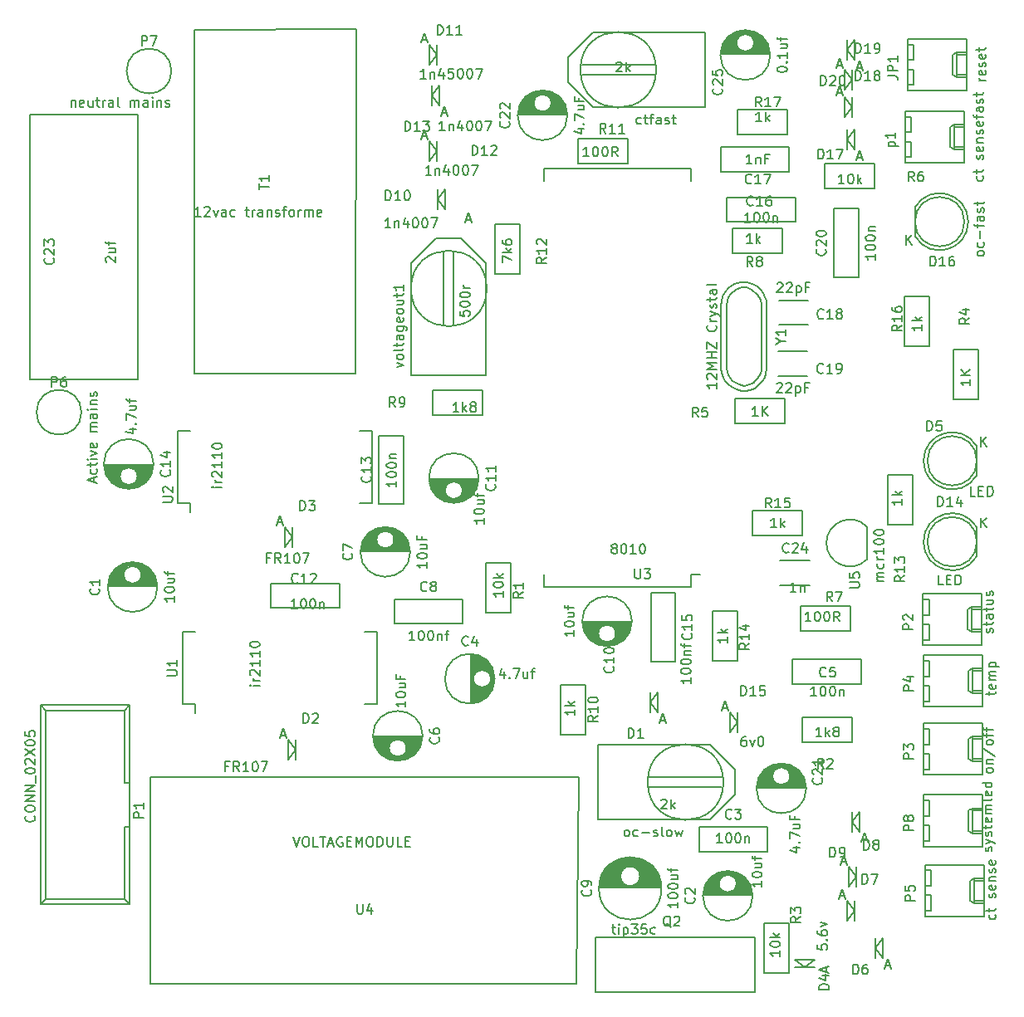
<source format=gto>
G04 #@! TF.FileFunction,Legend,Top*
%FSLAX46Y46*%
G04 Gerber Fmt 4.6, Leading zero omitted, Abs format (unit mm)*
G04 Created by KiCad (PCBNEW 4.0.4+e1-6308~48~ubuntu14.04.1-stable) date Sat Oct 15 23:07:52 2016*
%MOMM*%
%LPD*%
G01*
G04 APERTURE LIST*
%ADD10C,0.100000*%
%ADD11C,0.150000*%
G04 APERTURE END LIST*
D10*
D11*
X83111700Y-108555000D02*
X88109700Y-108555000D01*
X83119700Y-108415000D02*
X88101700Y-108415000D01*
X83135700Y-108275000D02*
X85515700Y-108275000D01*
X85705700Y-108275000D02*
X88085700Y-108275000D01*
X83159700Y-108135000D02*
X85120700Y-108135000D01*
X86100700Y-108135000D02*
X88061700Y-108135000D01*
X83192700Y-107995000D02*
X84953700Y-107995000D01*
X86267700Y-107995000D02*
X88028700Y-107995000D01*
X83233700Y-107855000D02*
X84846700Y-107855000D01*
X86374700Y-107855000D02*
X87987700Y-107855000D01*
X83283700Y-107715000D02*
X84775700Y-107715000D01*
X86445700Y-107715000D02*
X87937700Y-107715000D01*
X83344700Y-107575000D02*
X84731700Y-107575000D01*
X86489700Y-107575000D02*
X87876700Y-107575000D01*
X83414700Y-107435000D02*
X84712700Y-107435000D01*
X86508700Y-107435000D02*
X87806700Y-107435000D01*
X83496700Y-107295000D02*
X84714700Y-107295000D01*
X86506700Y-107295000D02*
X87724700Y-107295000D01*
X83591700Y-107155000D02*
X84739700Y-107155000D01*
X86481700Y-107155000D02*
X87629700Y-107155000D01*
X83702700Y-107015000D02*
X84787700Y-107015000D01*
X86433700Y-107015000D02*
X87518700Y-107015000D01*
X83830700Y-106875000D02*
X84865700Y-106875000D01*
X86355700Y-106875000D02*
X87390700Y-106875000D01*
X83979700Y-106735000D02*
X84982700Y-106735000D01*
X86238700Y-106735000D02*
X87241700Y-106735000D01*
X84158700Y-106595000D02*
X85170700Y-106595000D01*
X86050700Y-106595000D02*
X87062700Y-106595000D01*
X84377700Y-106455000D02*
X86843700Y-106455000D01*
X84666700Y-106315000D02*
X86554700Y-106315000D01*
X85138700Y-106175000D02*
X86082700Y-106175000D01*
X86510700Y-107380000D02*
G75*
G03X86510700Y-107380000I-900000J0D01*
G01*
X88148200Y-108630000D02*
G75*
G03X88148200Y-108630000I-2537500J0D01*
G01*
X143792000Y-140051000D02*
X148790000Y-140051000D01*
X143800000Y-139911000D02*
X148782000Y-139911000D01*
X143816000Y-139771000D02*
X146196000Y-139771000D01*
X146386000Y-139771000D02*
X148766000Y-139771000D01*
X143840000Y-139631000D02*
X145801000Y-139631000D01*
X146781000Y-139631000D02*
X148742000Y-139631000D01*
X143873000Y-139491000D02*
X145634000Y-139491000D01*
X146948000Y-139491000D02*
X148709000Y-139491000D01*
X143914000Y-139351000D02*
X145527000Y-139351000D01*
X147055000Y-139351000D02*
X148668000Y-139351000D01*
X143964000Y-139211000D02*
X145456000Y-139211000D01*
X147126000Y-139211000D02*
X148618000Y-139211000D01*
X144025000Y-139071000D02*
X145412000Y-139071000D01*
X147170000Y-139071000D02*
X148557000Y-139071000D01*
X144095000Y-138931000D02*
X145393000Y-138931000D01*
X147189000Y-138931000D02*
X148487000Y-138931000D01*
X144177000Y-138791000D02*
X145395000Y-138791000D01*
X147187000Y-138791000D02*
X148405000Y-138791000D01*
X144272000Y-138651000D02*
X145420000Y-138651000D01*
X147162000Y-138651000D02*
X148310000Y-138651000D01*
X144383000Y-138511000D02*
X145468000Y-138511000D01*
X147114000Y-138511000D02*
X148199000Y-138511000D01*
X144511000Y-138371000D02*
X145546000Y-138371000D01*
X147036000Y-138371000D02*
X148071000Y-138371000D01*
X144660000Y-138231000D02*
X145663000Y-138231000D01*
X146919000Y-138231000D02*
X147922000Y-138231000D01*
X144839000Y-138091000D02*
X145851000Y-138091000D01*
X146731000Y-138091000D02*
X147743000Y-138091000D01*
X145058000Y-137951000D02*
X147524000Y-137951000D01*
X145347000Y-137811000D02*
X147235000Y-137811000D01*
X145819000Y-137671000D02*
X146763000Y-137671000D01*
X147191000Y-138876000D02*
G75*
G03X147191000Y-138876000I-900000J0D01*
G01*
X148828500Y-140126000D02*
G75*
G03X148828500Y-140126000I-2537500J0D01*
G01*
X143361000Y-133091000D02*
X150361000Y-133091000D01*
X150361000Y-133091000D02*
X150361000Y-135591000D01*
X150361000Y-135591000D02*
X143361000Y-135591000D01*
X143361000Y-135591000D02*
X143361000Y-133091000D01*
X120070000Y-115484000D02*
X120070000Y-120482000D01*
X120210000Y-115492000D02*
X120210000Y-120474000D01*
X120350000Y-115508000D02*
X120350000Y-117888000D01*
X120350000Y-118078000D02*
X120350000Y-120458000D01*
X120490000Y-115532000D02*
X120490000Y-117493000D01*
X120490000Y-118473000D02*
X120490000Y-120434000D01*
X120630000Y-115565000D02*
X120630000Y-117326000D01*
X120630000Y-118640000D02*
X120630000Y-120401000D01*
X120770000Y-115606000D02*
X120770000Y-117219000D01*
X120770000Y-118747000D02*
X120770000Y-120360000D01*
X120910000Y-115656000D02*
X120910000Y-117148000D01*
X120910000Y-118818000D02*
X120910000Y-120310000D01*
X121050000Y-115717000D02*
X121050000Y-117104000D01*
X121050000Y-118862000D02*
X121050000Y-120249000D01*
X121190000Y-115787000D02*
X121190000Y-117085000D01*
X121190000Y-118881000D02*
X121190000Y-120179000D01*
X121330000Y-115869000D02*
X121330000Y-117087000D01*
X121330000Y-118879000D02*
X121330000Y-120097000D01*
X121470000Y-115964000D02*
X121470000Y-117112000D01*
X121470000Y-118854000D02*
X121470000Y-120002000D01*
X121610000Y-116075000D02*
X121610000Y-117160000D01*
X121610000Y-118806000D02*
X121610000Y-119891000D01*
X121750000Y-116203000D02*
X121750000Y-117238000D01*
X121750000Y-118728000D02*
X121750000Y-119763000D01*
X121890000Y-116352000D02*
X121890000Y-117355000D01*
X121890000Y-118611000D02*
X121890000Y-119614000D01*
X122030000Y-116531000D02*
X122030000Y-117543000D01*
X122030000Y-118423000D02*
X122030000Y-119435000D01*
X122170000Y-116750000D02*
X122170000Y-119216000D01*
X122310000Y-117039000D02*
X122310000Y-118927000D01*
X122450000Y-117511000D02*
X122450000Y-118455000D01*
X122145000Y-117983000D02*
G75*
G03X122145000Y-117983000I-900000J0D01*
G01*
X122532500Y-117983000D02*
G75*
G03X122532500Y-117983000I-2537500J0D01*
G01*
X152886000Y-116009000D02*
X159886000Y-116009000D01*
X159886000Y-116009000D02*
X159886000Y-118509000D01*
X159886000Y-118509000D02*
X152886000Y-118509000D01*
X152886000Y-118509000D02*
X152886000Y-116009000D01*
X115148000Y-123880000D02*
X110150000Y-123880000D01*
X115140000Y-124020000D02*
X110158000Y-124020000D01*
X115124000Y-124160000D02*
X112744000Y-124160000D01*
X112554000Y-124160000D02*
X110174000Y-124160000D01*
X115100000Y-124300000D02*
X113139000Y-124300000D01*
X112159000Y-124300000D02*
X110198000Y-124300000D01*
X115067000Y-124440000D02*
X113306000Y-124440000D01*
X111992000Y-124440000D02*
X110231000Y-124440000D01*
X115026000Y-124580000D02*
X113413000Y-124580000D01*
X111885000Y-124580000D02*
X110272000Y-124580000D01*
X114976000Y-124720000D02*
X113484000Y-124720000D01*
X111814000Y-124720000D02*
X110322000Y-124720000D01*
X114915000Y-124860000D02*
X113528000Y-124860000D01*
X111770000Y-124860000D02*
X110383000Y-124860000D01*
X114845000Y-125000000D02*
X113547000Y-125000000D01*
X111751000Y-125000000D02*
X110453000Y-125000000D01*
X114763000Y-125140000D02*
X113545000Y-125140000D01*
X111753000Y-125140000D02*
X110535000Y-125140000D01*
X114668000Y-125280000D02*
X113520000Y-125280000D01*
X111778000Y-125280000D02*
X110630000Y-125280000D01*
X114557000Y-125420000D02*
X113472000Y-125420000D01*
X111826000Y-125420000D02*
X110741000Y-125420000D01*
X114429000Y-125560000D02*
X113394000Y-125560000D01*
X111904000Y-125560000D02*
X110869000Y-125560000D01*
X114280000Y-125700000D02*
X113277000Y-125700000D01*
X112021000Y-125700000D02*
X111018000Y-125700000D01*
X114101000Y-125840000D02*
X113089000Y-125840000D01*
X112209000Y-125840000D02*
X111197000Y-125840000D01*
X113882000Y-125980000D02*
X111416000Y-125980000D01*
X113593000Y-126120000D02*
X111705000Y-126120000D01*
X113121000Y-126260000D02*
X112177000Y-126260000D01*
X113549000Y-125055000D02*
G75*
G03X113549000Y-125055000I-900000J0D01*
G01*
X115186500Y-123805000D02*
G75*
G03X115186500Y-123805000I-2537500J0D01*
G01*
X108880000Y-104974000D02*
X113878000Y-104974000D01*
X108888000Y-104834000D02*
X113870000Y-104834000D01*
X108904000Y-104694000D02*
X111284000Y-104694000D01*
X111474000Y-104694000D02*
X113854000Y-104694000D01*
X108928000Y-104554000D02*
X110889000Y-104554000D01*
X111869000Y-104554000D02*
X113830000Y-104554000D01*
X108961000Y-104414000D02*
X110722000Y-104414000D01*
X112036000Y-104414000D02*
X113797000Y-104414000D01*
X109002000Y-104274000D02*
X110615000Y-104274000D01*
X112143000Y-104274000D02*
X113756000Y-104274000D01*
X109052000Y-104134000D02*
X110544000Y-104134000D01*
X112214000Y-104134000D02*
X113706000Y-104134000D01*
X109113000Y-103994000D02*
X110500000Y-103994000D01*
X112258000Y-103994000D02*
X113645000Y-103994000D01*
X109183000Y-103854000D02*
X110481000Y-103854000D01*
X112277000Y-103854000D02*
X113575000Y-103854000D01*
X109265000Y-103714000D02*
X110483000Y-103714000D01*
X112275000Y-103714000D02*
X113493000Y-103714000D01*
X109360000Y-103574000D02*
X110508000Y-103574000D01*
X112250000Y-103574000D02*
X113398000Y-103574000D01*
X109471000Y-103434000D02*
X110556000Y-103434000D01*
X112202000Y-103434000D02*
X113287000Y-103434000D01*
X109599000Y-103294000D02*
X110634000Y-103294000D01*
X112124000Y-103294000D02*
X113159000Y-103294000D01*
X109748000Y-103154000D02*
X110751000Y-103154000D01*
X112007000Y-103154000D02*
X113010000Y-103154000D01*
X109927000Y-103014000D02*
X110939000Y-103014000D01*
X111819000Y-103014000D02*
X112831000Y-103014000D01*
X110146000Y-102874000D02*
X112612000Y-102874000D01*
X110435000Y-102734000D02*
X112323000Y-102734000D01*
X110907000Y-102594000D02*
X111851000Y-102594000D01*
X112279000Y-103799000D02*
G75*
G03X112279000Y-103799000I-900000J0D01*
G01*
X113916500Y-105049000D02*
G75*
G03X113916500Y-105049000I-2537500J0D01*
G01*
X112284000Y-109875000D02*
X119284000Y-109875000D01*
X119284000Y-109875000D02*
X119284000Y-112375000D01*
X119284000Y-112375000D02*
X112284000Y-112375000D01*
X112284000Y-112375000D02*
X112284000Y-109875000D01*
X133198000Y-139289000D02*
X139496000Y-139289000D01*
X133204000Y-139149000D02*
X139490000Y-139149000D01*
X133217000Y-139009000D02*
X135901000Y-139009000D01*
X136793000Y-139009000D02*
X139477000Y-139009000D01*
X133236000Y-138869000D02*
X135691000Y-138869000D01*
X137003000Y-138869000D02*
X139458000Y-138869000D01*
X133262000Y-138729000D02*
X135558000Y-138729000D01*
X137136000Y-138729000D02*
X139432000Y-138729000D01*
X133294000Y-138589000D02*
X135467000Y-138589000D01*
X137227000Y-138589000D02*
X139400000Y-138589000D01*
X133333000Y-138449000D02*
X135405000Y-138449000D01*
X137289000Y-138449000D02*
X139361000Y-138449000D01*
X133379000Y-138309000D02*
X135366000Y-138309000D01*
X137328000Y-138309000D02*
X139315000Y-138309000D01*
X133432000Y-138169000D02*
X135349000Y-138169000D01*
X137345000Y-138169000D02*
X139262000Y-138169000D01*
X133494000Y-138029000D02*
X135351000Y-138029000D01*
X137343000Y-138029000D02*
X139200000Y-138029000D01*
X133564000Y-137889000D02*
X135373000Y-137889000D01*
X137321000Y-137889000D02*
X139130000Y-137889000D01*
X133643000Y-137749000D02*
X135416000Y-137749000D01*
X137278000Y-137749000D02*
X139051000Y-137749000D01*
X133731000Y-137609000D02*
X135484000Y-137609000D01*
X137210000Y-137609000D02*
X138963000Y-137609000D01*
X133831000Y-137469000D02*
X135583000Y-137469000D01*
X137111000Y-137469000D02*
X138863000Y-137469000D01*
X133943000Y-137329000D02*
X135728000Y-137329000D01*
X136966000Y-137329000D02*
X138751000Y-137329000D01*
X134068000Y-137189000D02*
X135967000Y-137189000D01*
X136727000Y-137189000D02*
X138626000Y-137189000D01*
X134211000Y-137049000D02*
X138483000Y-137049000D01*
X134373000Y-136909000D02*
X138321000Y-136909000D01*
X134561000Y-136769000D02*
X138133000Y-136769000D01*
X134784000Y-136629000D02*
X137910000Y-136629000D01*
X135060000Y-136489000D02*
X137634000Y-136489000D01*
X135435000Y-136349000D02*
X137259000Y-136349000D01*
X137347000Y-138114000D02*
G75*
G03X137347000Y-138114000I-1000000J0D01*
G01*
X139534500Y-139364000D02*
G75*
G03X139534500Y-139364000I-3187500J0D01*
G01*
X136484000Y-112196000D02*
X131486000Y-112196000D01*
X136476000Y-112336000D02*
X131494000Y-112336000D01*
X136460000Y-112476000D02*
X134080000Y-112476000D01*
X133890000Y-112476000D02*
X131510000Y-112476000D01*
X136436000Y-112616000D02*
X134475000Y-112616000D01*
X133495000Y-112616000D02*
X131534000Y-112616000D01*
X136403000Y-112756000D02*
X134642000Y-112756000D01*
X133328000Y-112756000D02*
X131567000Y-112756000D01*
X136362000Y-112896000D02*
X134749000Y-112896000D01*
X133221000Y-112896000D02*
X131608000Y-112896000D01*
X136312000Y-113036000D02*
X134820000Y-113036000D01*
X133150000Y-113036000D02*
X131658000Y-113036000D01*
X136251000Y-113176000D02*
X134864000Y-113176000D01*
X133106000Y-113176000D02*
X131719000Y-113176000D01*
X136181000Y-113316000D02*
X134883000Y-113316000D01*
X133087000Y-113316000D02*
X131789000Y-113316000D01*
X136099000Y-113456000D02*
X134881000Y-113456000D01*
X133089000Y-113456000D02*
X131871000Y-113456000D01*
X136004000Y-113596000D02*
X134856000Y-113596000D01*
X133114000Y-113596000D02*
X131966000Y-113596000D01*
X135893000Y-113736000D02*
X134808000Y-113736000D01*
X133162000Y-113736000D02*
X132077000Y-113736000D01*
X135765000Y-113876000D02*
X134730000Y-113876000D01*
X133240000Y-113876000D02*
X132205000Y-113876000D01*
X135616000Y-114016000D02*
X134613000Y-114016000D01*
X133357000Y-114016000D02*
X132354000Y-114016000D01*
X135437000Y-114156000D02*
X134425000Y-114156000D01*
X133545000Y-114156000D02*
X132533000Y-114156000D01*
X135218000Y-114296000D02*
X132752000Y-114296000D01*
X134929000Y-114436000D02*
X133041000Y-114436000D01*
X134457000Y-114576000D02*
X133513000Y-114576000D01*
X134885000Y-113371000D02*
G75*
G03X134885000Y-113371000I-900000J0D01*
G01*
X136522500Y-112121000D02*
G75*
G03X136522500Y-112121000I-2537500J0D01*
G01*
X120863000Y-97591000D02*
X115865000Y-97591000D01*
X120855000Y-97731000D02*
X115873000Y-97731000D01*
X120839000Y-97871000D02*
X118459000Y-97871000D01*
X118269000Y-97871000D02*
X115889000Y-97871000D01*
X120815000Y-98011000D02*
X118854000Y-98011000D01*
X117874000Y-98011000D02*
X115913000Y-98011000D01*
X120782000Y-98151000D02*
X119021000Y-98151000D01*
X117707000Y-98151000D02*
X115946000Y-98151000D01*
X120741000Y-98291000D02*
X119128000Y-98291000D01*
X117600000Y-98291000D02*
X115987000Y-98291000D01*
X120691000Y-98431000D02*
X119199000Y-98431000D01*
X117529000Y-98431000D02*
X116037000Y-98431000D01*
X120630000Y-98571000D02*
X119243000Y-98571000D01*
X117485000Y-98571000D02*
X116098000Y-98571000D01*
X120560000Y-98711000D02*
X119262000Y-98711000D01*
X117466000Y-98711000D02*
X116168000Y-98711000D01*
X120478000Y-98851000D02*
X119260000Y-98851000D01*
X117468000Y-98851000D02*
X116250000Y-98851000D01*
X120383000Y-98991000D02*
X119235000Y-98991000D01*
X117493000Y-98991000D02*
X116345000Y-98991000D01*
X120272000Y-99131000D02*
X119187000Y-99131000D01*
X117541000Y-99131000D02*
X116456000Y-99131000D01*
X120144000Y-99271000D02*
X119109000Y-99271000D01*
X117619000Y-99271000D02*
X116584000Y-99271000D01*
X119995000Y-99411000D02*
X118992000Y-99411000D01*
X117736000Y-99411000D02*
X116733000Y-99411000D01*
X119816000Y-99551000D02*
X118804000Y-99551000D01*
X117924000Y-99551000D02*
X116912000Y-99551000D01*
X119597000Y-99691000D02*
X117131000Y-99691000D01*
X119308000Y-99831000D02*
X117420000Y-99831000D01*
X118836000Y-99971000D02*
X117892000Y-99971000D01*
X119264000Y-98766000D02*
G75*
G03X119264000Y-98766000I-900000J0D01*
G01*
X120901500Y-97516000D02*
G75*
G03X120901500Y-97516000I-2537500J0D01*
G01*
X99724000Y-108275000D02*
X106724000Y-108275000D01*
X106724000Y-108275000D02*
X106724000Y-110775000D01*
X106724000Y-110775000D02*
X99724000Y-110775000D01*
X99724000Y-110775000D02*
X99724000Y-108275000D01*
X110739000Y-100187000D02*
X110739000Y-93187000D01*
X110739000Y-93187000D02*
X113239000Y-93187000D01*
X113239000Y-93187000D02*
X113239000Y-100187000D01*
X113239000Y-100187000D02*
X110739000Y-100187000D01*
X87716000Y-96155900D02*
X82718000Y-96155900D01*
X87708000Y-96295900D02*
X82726000Y-96295900D01*
X87692000Y-96435900D02*
X85312000Y-96435900D01*
X85122000Y-96435900D02*
X82742000Y-96435900D01*
X87668000Y-96575900D02*
X85707000Y-96575900D01*
X84727000Y-96575900D02*
X82766000Y-96575900D01*
X87635000Y-96715900D02*
X85874000Y-96715900D01*
X84560000Y-96715900D02*
X82799000Y-96715900D01*
X87594000Y-96855900D02*
X85981000Y-96855900D01*
X84453000Y-96855900D02*
X82840000Y-96855900D01*
X87544000Y-96995900D02*
X86052000Y-96995900D01*
X84382000Y-96995900D02*
X82890000Y-96995900D01*
X87483000Y-97135900D02*
X86096000Y-97135900D01*
X84338000Y-97135900D02*
X82951000Y-97135900D01*
X87413000Y-97275900D02*
X86115000Y-97275900D01*
X84319000Y-97275900D02*
X83021000Y-97275900D01*
X87331000Y-97415900D02*
X86113000Y-97415900D01*
X84321000Y-97415900D02*
X83103000Y-97415900D01*
X87236000Y-97555900D02*
X86088000Y-97555900D01*
X84346000Y-97555900D02*
X83198000Y-97555900D01*
X87125000Y-97695900D02*
X86040000Y-97695900D01*
X84394000Y-97695900D02*
X83309000Y-97695900D01*
X86997000Y-97835900D02*
X85962000Y-97835900D01*
X84472000Y-97835900D02*
X83437000Y-97835900D01*
X86848000Y-97975900D02*
X85845000Y-97975900D01*
X84589000Y-97975900D02*
X83586000Y-97975900D01*
X86669000Y-98115900D02*
X85657000Y-98115900D01*
X84777000Y-98115900D02*
X83765000Y-98115900D01*
X86450000Y-98255900D02*
X83984000Y-98255900D01*
X86161000Y-98395900D02*
X84273000Y-98395900D01*
X85689000Y-98535900D02*
X84745000Y-98535900D01*
X86117000Y-97330900D02*
G75*
G03X86117000Y-97330900I-900000J0D01*
G01*
X87754500Y-96080900D02*
G75*
G03X87754500Y-96080900I-2537500J0D01*
G01*
X140950000Y-109236000D02*
X140950000Y-116236000D01*
X140950000Y-116236000D02*
X138450000Y-116236000D01*
X138450000Y-116236000D02*
X138450000Y-109236000D01*
X138450000Y-109236000D02*
X140950000Y-109236000D01*
X146180000Y-68892100D02*
X153180000Y-68892100D01*
X153180000Y-68892100D02*
X153180000Y-71392100D01*
X153180000Y-71392100D02*
X146180000Y-71392100D01*
X146180000Y-71392100D02*
X146180000Y-68892100D01*
X152562000Y-66248600D02*
X145562000Y-66248600D01*
X145562000Y-66248600D02*
X145562000Y-63748600D01*
X145562000Y-63748600D02*
X152562000Y-63748600D01*
X152562000Y-63748600D02*
X152562000Y-66248600D01*
X151426000Y-84589300D02*
X154426000Y-84589300D01*
X154426000Y-87089300D02*
X151426000Y-87089300D01*
X154479000Y-81882300D02*
X151479000Y-81882300D01*
X151479000Y-79382300D02*
X154479000Y-79382300D01*
X157119000Y-77047600D02*
X157119000Y-70047600D01*
X157119000Y-70047600D02*
X159619000Y-70047600D01*
X159619000Y-70047600D02*
X159619000Y-77047600D01*
X159619000Y-77047600D02*
X157119000Y-77047600D01*
X149253000Y-129091000D02*
X154251000Y-129091000D01*
X149261000Y-128951000D02*
X154243000Y-128951000D01*
X149277000Y-128811000D02*
X151657000Y-128811000D01*
X151847000Y-128811000D02*
X154227000Y-128811000D01*
X149301000Y-128671000D02*
X151262000Y-128671000D01*
X152242000Y-128671000D02*
X154203000Y-128671000D01*
X149334000Y-128531000D02*
X151095000Y-128531000D01*
X152409000Y-128531000D02*
X154170000Y-128531000D01*
X149375000Y-128391000D02*
X150988000Y-128391000D01*
X152516000Y-128391000D02*
X154129000Y-128391000D01*
X149425000Y-128251000D02*
X150917000Y-128251000D01*
X152587000Y-128251000D02*
X154079000Y-128251000D01*
X149486000Y-128111000D02*
X150873000Y-128111000D01*
X152631000Y-128111000D02*
X154018000Y-128111000D01*
X149556000Y-127971000D02*
X150854000Y-127971000D01*
X152650000Y-127971000D02*
X153948000Y-127971000D01*
X149638000Y-127831000D02*
X150856000Y-127831000D01*
X152648000Y-127831000D02*
X153866000Y-127831000D01*
X149733000Y-127691000D02*
X150881000Y-127691000D01*
X152623000Y-127691000D02*
X153771000Y-127691000D01*
X149844000Y-127551000D02*
X150929000Y-127551000D01*
X152575000Y-127551000D02*
X153660000Y-127551000D01*
X149972000Y-127411000D02*
X151007000Y-127411000D01*
X152497000Y-127411000D02*
X153532000Y-127411000D01*
X150121000Y-127271000D02*
X151124000Y-127271000D01*
X152380000Y-127271000D02*
X153383000Y-127271000D01*
X150300000Y-127131000D02*
X151312000Y-127131000D01*
X152192000Y-127131000D02*
X153204000Y-127131000D01*
X150519000Y-126991000D02*
X152985000Y-126991000D01*
X150808000Y-126851000D02*
X152696000Y-126851000D01*
X151280000Y-126711000D02*
X152224000Y-126711000D01*
X152652000Y-127916000D02*
G75*
G03X152652000Y-127916000I-900000J0D01*
G01*
X154289500Y-129166000D02*
G75*
G03X154289500Y-129166000I-2537500J0D01*
G01*
X124907000Y-60447800D02*
X129905000Y-60447800D01*
X124915000Y-60307800D02*
X129897000Y-60307800D01*
X124931000Y-60167800D02*
X127311000Y-60167800D01*
X127501000Y-60167800D02*
X129881000Y-60167800D01*
X124955000Y-60027800D02*
X126916000Y-60027800D01*
X127896000Y-60027800D02*
X129857000Y-60027800D01*
X124988000Y-59887800D02*
X126749000Y-59887800D01*
X128063000Y-59887800D02*
X129824000Y-59887800D01*
X125029000Y-59747800D02*
X126642000Y-59747800D01*
X128170000Y-59747800D02*
X129783000Y-59747800D01*
X125079000Y-59607800D02*
X126571000Y-59607800D01*
X128241000Y-59607800D02*
X129733000Y-59607800D01*
X125140000Y-59467800D02*
X126527000Y-59467800D01*
X128285000Y-59467800D02*
X129672000Y-59467800D01*
X125210000Y-59327800D02*
X126508000Y-59327800D01*
X128304000Y-59327800D02*
X129602000Y-59327800D01*
X125292000Y-59187800D02*
X126510000Y-59187800D01*
X128302000Y-59187800D02*
X129520000Y-59187800D01*
X125387000Y-59047800D02*
X126535000Y-59047800D01*
X128277000Y-59047800D02*
X129425000Y-59047800D01*
X125498000Y-58907800D02*
X126583000Y-58907800D01*
X128229000Y-58907800D02*
X129314000Y-58907800D01*
X125626000Y-58767800D02*
X126661000Y-58767800D01*
X128151000Y-58767800D02*
X129186000Y-58767800D01*
X125775000Y-58627800D02*
X126778000Y-58627800D01*
X128034000Y-58627800D02*
X129037000Y-58627800D01*
X125954000Y-58487800D02*
X126966000Y-58487800D01*
X127846000Y-58487800D02*
X128858000Y-58487800D01*
X126173000Y-58347800D02*
X128639000Y-58347800D01*
X126462000Y-58207800D02*
X128350000Y-58207800D01*
X126934000Y-58067800D02*
X127878000Y-58067800D01*
X128306000Y-59272800D02*
G75*
G03X128306000Y-59272800I-900000J0D01*
G01*
X129943500Y-60522800D02*
G75*
G03X129943500Y-60522800I-2537500J0D01*
G01*
X102235000Y-125222000D02*
X101473000Y-124206000D01*
X102235000Y-125222000D02*
X101473000Y-126238000D01*
X102235000Y-126238000D02*
X102235000Y-124206000D01*
X101473000Y-126238000D02*
X101473000Y-124206000D01*
X101905000Y-103543000D02*
X101143000Y-102527000D01*
X101905000Y-103543000D02*
X101143000Y-104559000D01*
X101905000Y-104559000D02*
X101905000Y-102527000D01*
X101143000Y-104559000D02*
X101143000Y-102527000D01*
X154153000Y-147396000D02*
X155169000Y-146634000D01*
X154153000Y-147396000D02*
X153137000Y-146634000D01*
X153137000Y-147396000D02*
X155169000Y-147396000D01*
X153137000Y-146634000D02*
X155169000Y-146634000D01*
X171648888Y-94233096D02*
G75*
G03X171664000Y-97258000I-2484888J-1524904D01*
G01*
X171664000Y-94258000D02*
X171664000Y-97258000D01*
X171681936Y-95758000D02*
G75*
G03X171681936Y-95758000I-2517936J0D01*
G01*
X161366000Y-145440000D02*
X162128000Y-146456000D01*
X161366000Y-145440000D02*
X162128000Y-144424000D01*
X161366000Y-144424000D02*
X161366000Y-146456000D01*
X162128000Y-144424000D02*
X162128000Y-146456000D01*
X159207000Y-141618000D02*
X158445000Y-140602000D01*
X159207000Y-141618000D02*
X158445000Y-142634000D01*
X159207000Y-142634000D02*
X159207000Y-140602000D01*
X158445000Y-142634000D02*
X158445000Y-140602000D01*
X159385000Y-138151000D02*
X158623000Y-137135000D01*
X159385000Y-138151000D02*
X158623000Y-139167000D01*
X159385000Y-139167000D02*
X159385000Y-137135000D01*
X158623000Y-139167000D02*
X158623000Y-137135000D01*
X158966000Y-132550000D02*
X159728000Y-133566000D01*
X158966000Y-132550000D02*
X159728000Y-131534000D01*
X158966000Y-131534000D02*
X158966000Y-133566000D01*
X159728000Y-131534000D02*
X159728000Y-133566000D01*
X116738000Y-69088000D02*
X117500000Y-70104000D01*
X116738000Y-69088000D02*
X117500000Y-68072000D01*
X116738000Y-68072000D02*
X116738000Y-70104000D01*
X117500000Y-68072000D02*
X117500000Y-70104000D01*
X116624000Y-54317900D02*
X115862000Y-53301900D01*
X116624000Y-54317900D02*
X115862000Y-55333900D01*
X116624000Y-55333900D02*
X116624000Y-53301900D01*
X115862000Y-55333900D02*
X115862000Y-53301900D01*
X116662000Y-64147700D02*
X115900000Y-63131700D01*
X116662000Y-64147700D02*
X115900000Y-65163700D01*
X116662000Y-65163700D02*
X116662000Y-63131700D01*
X115900000Y-65163700D02*
X115900000Y-63131700D01*
X116116000Y-58496200D02*
X116878000Y-59512200D01*
X116116000Y-58496200D02*
X116878000Y-57480200D01*
X116116000Y-57480200D02*
X116116000Y-59512200D01*
X116878000Y-57480200D02*
X116878000Y-59512200D01*
X171648888Y-102488096D02*
G75*
G03X171664000Y-105513000I-2484888J-1524904D01*
G01*
X171664000Y-102513000D02*
X171664000Y-105513000D01*
X171681936Y-104013000D02*
G75*
G03X171681936Y-104013000I-2517936J0D01*
G01*
X76234700Y-141008000D02*
X76234700Y-120688000D01*
X76784700Y-140468000D02*
X76784700Y-121248000D01*
X85334700Y-141008000D02*
X85334700Y-120688000D01*
X84784700Y-140468000D02*
X84784700Y-133098000D01*
X84784700Y-128598000D02*
X84784700Y-121248000D01*
X84784700Y-133098000D02*
X85334700Y-133098000D01*
X84784700Y-128598000D02*
X85334700Y-128598000D01*
X76234700Y-141008000D02*
X85334700Y-141008000D01*
X76784700Y-140468000D02*
X84784700Y-140468000D01*
X76234700Y-120688000D02*
X85334700Y-120688000D01*
X76784700Y-121248000D02*
X84784700Y-121248000D01*
X76234700Y-141008000D02*
X76784700Y-140468000D01*
X76234700Y-120688000D02*
X76784700Y-121248000D01*
X85334700Y-141008000D02*
X84784700Y-140468000D01*
X85334700Y-120688000D02*
X84784700Y-121248000D01*
X166195000Y-114578000D02*
X172195000Y-114578000D01*
X172195000Y-114578000D02*
X172195000Y-109298000D01*
X172195000Y-109298000D02*
X166195000Y-109298000D01*
X166195000Y-109298000D02*
X166195000Y-114578000D01*
X172195000Y-113208000D02*
X171195000Y-113208000D01*
X171195000Y-113208000D02*
X171195000Y-110668000D01*
X171195000Y-110668000D02*
X172195000Y-110668000D01*
X171195000Y-113208000D02*
X170765000Y-112958000D01*
X170765000Y-112958000D02*
X170765000Y-110918000D01*
X170765000Y-110918000D02*
X171195000Y-110668000D01*
X172195000Y-112958000D02*
X171195000Y-112958000D01*
X172195000Y-110918000D02*
X171195000Y-110918000D01*
X166195000Y-114008000D02*
X166815000Y-114008000D01*
X166815000Y-114008000D02*
X166815000Y-112408000D01*
X166815000Y-112408000D02*
X166195000Y-112408000D01*
X166195000Y-111468000D02*
X166815000Y-111468000D01*
X166815000Y-111468000D02*
X166815000Y-109868000D01*
X166815000Y-109868000D02*
X166195000Y-109868000D01*
X166246000Y-127786000D02*
X172246000Y-127786000D01*
X172246000Y-127786000D02*
X172246000Y-122506000D01*
X172246000Y-122506000D02*
X166246000Y-122506000D01*
X166246000Y-122506000D02*
X166246000Y-127786000D01*
X172246000Y-126416000D02*
X171246000Y-126416000D01*
X171246000Y-126416000D02*
X171246000Y-123876000D01*
X171246000Y-123876000D02*
X172246000Y-123876000D01*
X171246000Y-126416000D02*
X170816000Y-126166000D01*
X170816000Y-126166000D02*
X170816000Y-124126000D01*
X170816000Y-124126000D02*
X171246000Y-123876000D01*
X172246000Y-126166000D02*
X171246000Y-126166000D01*
X172246000Y-124126000D02*
X171246000Y-124126000D01*
X166246000Y-127216000D02*
X166866000Y-127216000D01*
X166866000Y-127216000D02*
X166866000Y-125616000D01*
X166866000Y-125616000D02*
X166246000Y-125616000D01*
X166246000Y-124676000D02*
X166866000Y-124676000D01*
X166866000Y-124676000D02*
X166866000Y-123076000D01*
X166866000Y-123076000D02*
X166246000Y-123076000D01*
X166246000Y-120852000D02*
X172246000Y-120852000D01*
X172246000Y-120852000D02*
X172246000Y-115572000D01*
X172246000Y-115572000D02*
X166246000Y-115572000D01*
X166246000Y-115572000D02*
X166246000Y-120852000D01*
X172246000Y-119482000D02*
X171246000Y-119482000D01*
X171246000Y-119482000D02*
X171246000Y-116942000D01*
X171246000Y-116942000D02*
X172246000Y-116942000D01*
X171246000Y-119482000D02*
X170816000Y-119232000D01*
X170816000Y-119232000D02*
X170816000Y-117192000D01*
X170816000Y-117192000D02*
X171246000Y-116942000D01*
X172246000Y-119232000D02*
X171246000Y-119232000D01*
X172246000Y-117192000D02*
X171246000Y-117192000D01*
X166246000Y-120282000D02*
X166866000Y-120282000D01*
X166866000Y-120282000D02*
X166866000Y-118682000D01*
X166866000Y-118682000D02*
X166246000Y-118682000D01*
X166246000Y-117742000D02*
X166866000Y-117742000D01*
X166866000Y-117742000D02*
X166866000Y-116142000D01*
X166866000Y-116142000D02*
X166246000Y-116142000D01*
X166398000Y-142238000D02*
X172398000Y-142238000D01*
X172398000Y-142238000D02*
X172398000Y-136958000D01*
X172398000Y-136958000D02*
X166398000Y-136958000D01*
X166398000Y-136958000D02*
X166398000Y-142238000D01*
X172398000Y-140868000D02*
X171398000Y-140868000D01*
X171398000Y-140868000D02*
X171398000Y-138328000D01*
X171398000Y-138328000D02*
X172398000Y-138328000D01*
X171398000Y-140868000D02*
X170968000Y-140618000D01*
X170968000Y-140618000D02*
X170968000Y-138578000D01*
X170968000Y-138578000D02*
X171398000Y-138328000D01*
X172398000Y-140618000D02*
X171398000Y-140618000D01*
X172398000Y-138578000D02*
X171398000Y-138578000D01*
X166398000Y-141668000D02*
X167018000Y-141668000D01*
X167018000Y-141668000D02*
X167018000Y-140068000D01*
X167018000Y-140068000D02*
X166398000Y-140068000D01*
X166398000Y-139128000D02*
X167018000Y-139128000D01*
X167018000Y-139128000D02*
X167018000Y-137528000D01*
X167018000Y-137528000D02*
X166398000Y-137528000D01*
X80391000Y-90805000D02*
G75*
G03X80391000Y-90805000I-2286000J0D01*
G01*
X89573100Y-56007000D02*
G75*
G03X89573100Y-56007000I-2286000J0D01*
G01*
X166246000Y-135101000D02*
X172246000Y-135101000D01*
X172246000Y-135101000D02*
X172246000Y-129821000D01*
X172246000Y-129821000D02*
X166246000Y-129821000D01*
X166246000Y-129821000D02*
X166246000Y-135101000D01*
X172246000Y-133731000D02*
X171246000Y-133731000D01*
X171246000Y-133731000D02*
X171246000Y-131191000D01*
X171246000Y-131191000D02*
X172246000Y-131191000D01*
X171246000Y-133731000D02*
X170816000Y-133481000D01*
X170816000Y-133481000D02*
X170816000Y-131441000D01*
X170816000Y-131441000D02*
X171246000Y-131191000D01*
X172246000Y-133481000D02*
X171246000Y-133481000D01*
X172246000Y-131441000D02*
X171246000Y-131441000D01*
X166246000Y-134531000D02*
X166866000Y-134531000D01*
X166866000Y-134531000D02*
X166866000Y-132931000D01*
X166866000Y-132931000D02*
X166246000Y-132931000D01*
X166246000Y-131991000D02*
X166866000Y-131991000D01*
X166866000Y-131991000D02*
X166866000Y-130391000D01*
X166866000Y-130391000D02*
X166246000Y-130391000D01*
X132842000Y-144348000D02*
X132842000Y-149936000D01*
X132842000Y-149936000D02*
X149098000Y-149936000D01*
X149098000Y-149936000D02*
X149098000Y-144348000D01*
X149098000Y-144348000D02*
X132842000Y-144348000D01*
X152527000Y-142875000D02*
X152527000Y-147955000D01*
X152527000Y-147955000D02*
X149987000Y-147955000D01*
X149987000Y-147955000D02*
X149987000Y-142875000D01*
X149987000Y-142875000D02*
X152527000Y-142875000D01*
X171818000Y-84416900D02*
X171818000Y-89496900D01*
X171818000Y-89496900D02*
X169278000Y-89496900D01*
X169278000Y-89496900D02*
X169278000Y-84416900D01*
X169278000Y-84416900D02*
X171818000Y-84416900D01*
X147002000Y-89408000D02*
X152082000Y-89408000D01*
X152082000Y-89408000D02*
X152082000Y-91948000D01*
X152082000Y-91948000D02*
X147002000Y-91948000D01*
X147002000Y-91948000D02*
X147002000Y-89408000D01*
X156134000Y-65405000D02*
X161214000Y-65405000D01*
X161214000Y-65405000D02*
X161214000Y-67945000D01*
X161214000Y-67945000D02*
X156134000Y-67945000D01*
X156134000Y-67945000D02*
X156134000Y-65405000D01*
X158775000Y-113081000D02*
X153695000Y-113081000D01*
X153695000Y-113081000D02*
X153695000Y-110541000D01*
X153695000Y-110541000D02*
X158775000Y-110541000D01*
X158775000Y-110541000D02*
X158775000Y-113081000D01*
X151892000Y-74587100D02*
X146812000Y-74587100D01*
X146812000Y-74587100D02*
X146812000Y-72047100D01*
X146812000Y-72047100D02*
X151892000Y-72047100D01*
X151892000Y-72047100D02*
X151892000Y-74587100D01*
X121310000Y-91084400D02*
X116230000Y-91084400D01*
X116230000Y-91084400D02*
X116230000Y-88544400D01*
X116230000Y-88544400D02*
X121310000Y-88544400D01*
X121310000Y-88544400D02*
X121310000Y-91084400D01*
X129210000Y-123673000D02*
X129210000Y-118593000D01*
X129210000Y-118593000D02*
X131750000Y-118593000D01*
X131750000Y-118593000D02*
X131750000Y-123673000D01*
X131750000Y-123673000D02*
X129210000Y-123673000D01*
X136144000Y-65481200D02*
X131064000Y-65481200D01*
X131064000Y-65481200D02*
X131064000Y-62941200D01*
X131064000Y-62941200D02*
X136144000Y-62941200D01*
X136144000Y-62941200D02*
X136144000Y-65481200D01*
X125108000Y-71589900D02*
X125108000Y-76669900D01*
X125108000Y-76669900D02*
X122568000Y-76669900D01*
X122568000Y-76669900D02*
X122568000Y-71589900D01*
X122568000Y-71589900D02*
X125108000Y-71589900D01*
X165138000Y-97205800D02*
X165138000Y-102285800D01*
X165138000Y-102285800D02*
X162598000Y-102285800D01*
X162598000Y-102285800D02*
X162598000Y-97205800D01*
X162598000Y-97205800D02*
X165138000Y-97205800D01*
X147244000Y-111062000D02*
X147244000Y-116142000D01*
X147244000Y-116142000D02*
X144704000Y-116142000D01*
X144704000Y-116142000D02*
X144704000Y-111062000D01*
X144704000Y-111062000D02*
X147244000Y-111062000D01*
X108458000Y-51689000D02*
X91948000Y-51816000D01*
X91948000Y-51816000D02*
X91948000Y-86868000D01*
X91948000Y-86868000D02*
X108331000Y-86868000D01*
X108331000Y-86868000D02*
X108458000Y-51689000D01*
X90732500Y-120566000D02*
X92002500Y-120566000D01*
X90732500Y-113216000D02*
X92002500Y-113216000D01*
X110562500Y-113216000D02*
X109292500Y-113216000D01*
X110562500Y-120566000D02*
X109292500Y-120566000D01*
X90732500Y-120566000D02*
X90732500Y-113216000D01*
X110562500Y-120566000D02*
X110562500Y-113216000D01*
X92002500Y-120566000D02*
X92002500Y-121501000D01*
X90211800Y-100043000D02*
X91481800Y-100043000D01*
X90211800Y-92693000D02*
X91481800Y-92693000D01*
X110041800Y-92693000D02*
X108771800Y-92693000D01*
X110041800Y-100043000D02*
X108771800Y-100043000D01*
X90211800Y-100043000D02*
X90211800Y-92693000D01*
X110041800Y-100043000D02*
X110041800Y-92693000D01*
X91481800Y-100043000D02*
X91481800Y-100978000D01*
X142537000Y-108619000D02*
X142537000Y-107349000D01*
X127567000Y-108619000D02*
X127567000Y-107349000D01*
X127567000Y-65929000D02*
X127567000Y-67199000D01*
X142537000Y-65929000D02*
X142537000Y-67199000D01*
X142537000Y-108619000D02*
X127567000Y-108619000D01*
X142537000Y-65929000D02*
X127567000Y-65929000D01*
X142537000Y-107349000D02*
X143472000Y-107349000D01*
X114046000Y-87071200D02*
X114046000Y-75641200D01*
X114046000Y-75641200D02*
X116586000Y-73101200D01*
X116586000Y-73101200D02*
X119126000Y-73101200D01*
X119126000Y-73101200D02*
X121666000Y-75641200D01*
X121666000Y-75641200D02*
X121666000Y-87071200D01*
X121666000Y-87071200D02*
X114046000Y-87071200D01*
X114046000Y-78689200D02*
X114046000Y-77546200D01*
X121666000Y-77800200D02*
X121666000Y-78689200D01*
X117348000Y-81991200D02*
X117348000Y-74498200D01*
X118364000Y-81991200D02*
X118364000Y-74498200D01*
X121718554Y-78181200D02*
G75*
G03X121718554Y-78181200I-3862554J0D01*
G01*
X148942760Y-87795100D02*
X148541440Y-87995760D01*
X148541440Y-87995760D02*
X147942000Y-88097360D01*
X147942000Y-88097360D02*
X147441620Y-87995760D01*
X147441620Y-87995760D02*
X146743120Y-87596980D01*
X146743120Y-87596980D02*
X146341800Y-86995000D01*
X146341800Y-86995000D02*
X146141140Y-86395560D01*
X146141140Y-86395560D02*
X146141140Y-79796640D01*
X146141140Y-79796640D02*
X146341800Y-79095600D01*
X146341800Y-79095600D02*
X146641520Y-78696820D01*
X146641520Y-78696820D02*
X147141900Y-78295500D01*
X147141900Y-78295500D02*
X147741340Y-78094840D01*
X147741340Y-78094840D02*
X148241720Y-78094840D01*
X148241720Y-78094840D02*
X148742100Y-78295500D01*
X148742100Y-78295500D02*
X149341540Y-78795880D01*
X149341540Y-78795880D02*
X149641260Y-79296260D01*
X149641260Y-79296260D02*
X149742860Y-79796640D01*
X149742860Y-79895700D02*
X149742860Y-86497160D01*
X149742860Y-86497160D02*
X149641260Y-86895940D01*
X149641260Y-86895940D02*
X149341540Y-87396320D01*
X149341540Y-87396320D02*
X148841160Y-87896700D01*
X150271180Y-79905860D02*
X150222920Y-79446120D01*
X150222920Y-79446120D02*
X150111160Y-79047340D01*
X150111160Y-79047340D02*
X149892720Y-78615540D01*
X149892720Y-78615540D02*
X149661580Y-78325980D01*
X149661580Y-78325980D02*
X149311060Y-77995780D01*
X149311060Y-77995780D02*
X148772580Y-77706220D01*
X148772580Y-77706220D02*
X148173140Y-77576680D01*
X148173140Y-77576680D02*
X147662600Y-77576680D01*
X147662600Y-77576680D02*
X146961560Y-77746860D01*
X146961560Y-77746860D02*
X146372280Y-78145640D01*
X146372280Y-78145640D02*
X146001440Y-78605380D01*
X146001440Y-78605380D02*
X145793160Y-79027020D01*
X145793160Y-79027020D02*
X145633140Y-79476600D01*
X145633140Y-79476600D02*
X145602660Y-79916020D01*
X145821100Y-87256620D02*
X146042080Y-87635080D01*
X146042080Y-87635080D02*
X146321480Y-87955120D01*
X146321480Y-87955120D02*
X146651680Y-88206580D01*
X146651680Y-88206580D02*
X147202860Y-88506300D01*
X147202860Y-88506300D02*
X147672760Y-88615520D01*
X147672760Y-88615520D02*
X148132500Y-88635840D01*
X148132500Y-88635840D02*
X148592240Y-88546940D01*
X148592240Y-88546940D02*
X149041820Y-88356440D01*
X149041820Y-88356440D02*
X149511720Y-87995760D01*
X149511720Y-87995760D02*
X149831760Y-87645240D01*
X149831760Y-87645240D02*
X150062900Y-87256620D01*
X150062900Y-87256620D02*
X150202600Y-86827360D01*
X150202600Y-86827360D02*
X150271180Y-86385400D01*
X145612820Y-79895700D02*
X145612820Y-86347300D01*
X145612820Y-86347300D02*
X145650920Y-86766400D01*
X145650920Y-86766400D02*
X145821100Y-87256620D01*
X150271180Y-79895700D02*
X150271180Y-86347300D01*
X75119600Y-87437600D02*
X75119600Y-60437600D01*
X75119600Y-60437600D02*
X86119600Y-60437600D01*
X86119600Y-60437600D02*
X86119600Y-87437600D01*
X86119600Y-87437600D02*
X75119600Y-87437600D01*
X130861000Y-149123000D02*
X87427000Y-149123000D01*
X87427000Y-149123000D02*
X87427000Y-128041000D01*
X87427000Y-128041000D02*
X131115000Y-128041000D01*
X131115000Y-128041000D02*
X130861000Y-149123000D01*
X151642000Y-105938000D02*
X154642000Y-105938000D01*
X154642000Y-108438000D02*
X151642000Y-108438000D01*
X145583000Y-54301000D02*
X150581000Y-54301000D01*
X145591000Y-54161000D02*
X150573000Y-54161000D01*
X145607000Y-54021000D02*
X147987000Y-54021000D01*
X148177000Y-54021000D02*
X150557000Y-54021000D01*
X145631000Y-53881000D02*
X147592000Y-53881000D01*
X148572000Y-53881000D02*
X150533000Y-53881000D01*
X145664000Y-53741000D02*
X147425000Y-53741000D01*
X148739000Y-53741000D02*
X150500000Y-53741000D01*
X145705000Y-53601000D02*
X147318000Y-53601000D01*
X148846000Y-53601000D02*
X150459000Y-53601000D01*
X145755000Y-53461000D02*
X147247000Y-53461000D01*
X148917000Y-53461000D02*
X150409000Y-53461000D01*
X145816000Y-53321000D02*
X147203000Y-53321000D01*
X148961000Y-53321000D02*
X150348000Y-53321000D01*
X145886000Y-53181000D02*
X147184000Y-53181000D01*
X148980000Y-53181000D02*
X150278000Y-53181000D01*
X145968000Y-53041000D02*
X147186000Y-53041000D01*
X148978000Y-53041000D02*
X150196000Y-53041000D01*
X146063000Y-52901000D02*
X147211000Y-52901000D01*
X148953000Y-52901000D02*
X150101000Y-52901000D01*
X146174000Y-52761000D02*
X147259000Y-52761000D01*
X148905000Y-52761000D02*
X149990000Y-52761000D01*
X146302000Y-52621000D02*
X147337000Y-52621000D01*
X148827000Y-52621000D02*
X149862000Y-52621000D01*
X146451000Y-52481000D02*
X147454000Y-52481000D01*
X148710000Y-52481000D02*
X149713000Y-52481000D01*
X146630000Y-52341000D02*
X147642000Y-52341000D01*
X148522000Y-52341000D02*
X149534000Y-52341000D01*
X146849000Y-52201000D02*
X149315000Y-52201000D01*
X147138000Y-52061000D02*
X149026000Y-52061000D01*
X147610000Y-51921000D02*
X148554000Y-51921000D01*
X148982000Y-53126000D02*
G75*
G03X148982000Y-53126000I-900000J0D01*
G01*
X150619500Y-54376000D02*
G75*
G03X150619500Y-54376000I-2537500J0D01*
G01*
X138430000Y-120396000D02*
X139192000Y-121412000D01*
X138430000Y-120396000D02*
X139192000Y-119380000D01*
X138430000Y-119380000D02*
X138430000Y-121412000D01*
X139192000Y-119380000D02*
X139192000Y-121412000D01*
X147320000Y-122428000D02*
X146558000Y-121412000D01*
X147320000Y-122428000D02*
X146558000Y-123444000D01*
X147320000Y-123444000D02*
X147320000Y-121412000D01*
X146558000Y-123444000D02*
X146558000Y-121412000D01*
X165409112Y-72898904D02*
G75*
G03X165394000Y-69874000I2484888J1524904D01*
G01*
X165394000Y-72874000D02*
X165394000Y-69874000D01*
X170411936Y-71374000D02*
G75*
G03X170411936Y-71374000I-2517936J0D01*
G01*
X158496000Y-62992000D02*
X159258000Y-64008000D01*
X158496000Y-62992000D02*
X159258000Y-61976000D01*
X158496000Y-61976000D02*
X158496000Y-64008000D01*
X159258000Y-61976000D02*
X159258000Y-64008000D01*
X159004000Y-59690000D02*
X158242000Y-58674000D01*
X159004000Y-59690000D02*
X158242000Y-60706000D01*
X159004000Y-60706000D02*
X159004000Y-58674000D01*
X158242000Y-60706000D02*
X158242000Y-58674000D01*
X159004000Y-56896000D02*
X158242000Y-55880000D01*
X159004000Y-56896000D02*
X158242000Y-57912000D01*
X159004000Y-57912000D02*
X159004000Y-55880000D01*
X158242000Y-57912000D02*
X158242000Y-55880000D01*
X158496000Y-53848000D02*
X159258000Y-54864000D01*
X158496000Y-53848000D02*
X159258000Y-52832000D01*
X158496000Y-52832000D02*
X158496000Y-54864000D01*
X159258000Y-52832000D02*
X159258000Y-54864000D01*
X164620000Y-58012000D02*
X170620000Y-58012000D01*
X170620000Y-58012000D02*
X170620000Y-52732000D01*
X170620000Y-52732000D02*
X164620000Y-52732000D01*
X164620000Y-52732000D02*
X164620000Y-58012000D01*
X170620000Y-56642000D02*
X169620000Y-56642000D01*
X169620000Y-56642000D02*
X169620000Y-54102000D01*
X169620000Y-54102000D02*
X170620000Y-54102000D01*
X169620000Y-56642000D02*
X169190000Y-56392000D01*
X169190000Y-56392000D02*
X169190000Y-54352000D01*
X169190000Y-54352000D02*
X169620000Y-54102000D01*
X170620000Y-56392000D02*
X169620000Y-56392000D01*
X170620000Y-54352000D02*
X169620000Y-54352000D01*
X164620000Y-57442000D02*
X165240000Y-57442000D01*
X165240000Y-57442000D02*
X165240000Y-55842000D01*
X165240000Y-55842000D02*
X164620000Y-55842000D01*
X164620000Y-54902000D02*
X165240000Y-54902000D01*
X165240000Y-54902000D02*
X165240000Y-53302000D01*
X165240000Y-53302000D02*
X164620000Y-53302000D01*
X164366000Y-65378000D02*
X170366000Y-65378000D01*
X170366000Y-65378000D02*
X170366000Y-60098000D01*
X170366000Y-60098000D02*
X164366000Y-60098000D01*
X164366000Y-60098000D02*
X164366000Y-65378000D01*
X170366000Y-64008000D02*
X169366000Y-64008000D01*
X169366000Y-64008000D02*
X169366000Y-61468000D01*
X169366000Y-61468000D02*
X170366000Y-61468000D01*
X169366000Y-64008000D02*
X168936000Y-63758000D01*
X168936000Y-63758000D02*
X168936000Y-61718000D01*
X168936000Y-61718000D02*
X169366000Y-61468000D01*
X170366000Y-63758000D02*
X169366000Y-63758000D01*
X170366000Y-61718000D02*
X169366000Y-61718000D01*
X164366000Y-64808000D02*
X164986000Y-64808000D01*
X164986000Y-64808000D02*
X164986000Y-63208000D01*
X164986000Y-63208000D02*
X164366000Y-63208000D01*
X164366000Y-62268000D02*
X164986000Y-62268000D01*
X164986000Y-62268000D02*
X164986000Y-60668000D01*
X164986000Y-60668000D02*
X164366000Y-60668000D01*
X121666000Y-111252000D02*
X121666000Y-106172000D01*
X121666000Y-106172000D02*
X124206000Y-106172000D01*
X124206000Y-106172000D02*
X124206000Y-111252000D01*
X124206000Y-111252000D02*
X121666000Y-111252000D01*
X159004000Y-124460000D02*
X153924000Y-124460000D01*
X153924000Y-124460000D02*
X153924000Y-121920000D01*
X153924000Y-121920000D02*
X159004000Y-121920000D01*
X159004000Y-121920000D02*
X159004000Y-124460000D01*
X148844000Y-100838000D02*
X153924000Y-100838000D01*
X153924000Y-100838000D02*
X153924000Y-103378000D01*
X153924000Y-103378000D02*
X148844000Y-103378000D01*
X148844000Y-103378000D02*
X148844000Y-100838000D01*
X164338000Y-84074000D02*
X164338000Y-78994000D01*
X164338000Y-78994000D02*
X166878000Y-78994000D01*
X166878000Y-78994000D02*
X166878000Y-84074000D01*
X166878000Y-84074000D02*
X164338000Y-84074000D01*
X152400000Y-62484000D02*
X147320000Y-62484000D01*
X147320000Y-62484000D02*
X147320000Y-59944000D01*
X147320000Y-59944000D02*
X152400000Y-59944000D01*
X152400000Y-59944000D02*
X152400000Y-62484000D01*
X133096000Y-124714000D02*
X144526000Y-124714000D01*
X144526000Y-124714000D02*
X147066000Y-127254000D01*
X147066000Y-127254000D02*
X147066000Y-129794000D01*
X147066000Y-129794000D02*
X144526000Y-132334000D01*
X144526000Y-132334000D02*
X133096000Y-132334000D01*
X133096000Y-132334000D02*
X133096000Y-124714000D01*
X141478000Y-124714000D02*
X142621000Y-124714000D01*
X142367000Y-132334000D02*
X141478000Y-132334000D01*
X138176000Y-128016000D02*
X145669000Y-128016000D01*
X138176000Y-129032000D02*
X145669000Y-129032000D01*
X145848554Y-128524000D02*
G75*
G03X145848554Y-128524000I-3862554J0D01*
G01*
X144018000Y-59690000D02*
X132588000Y-59690000D01*
X132588000Y-59690000D02*
X130048000Y-57150000D01*
X130048000Y-57150000D02*
X130048000Y-54610000D01*
X130048000Y-54610000D02*
X132588000Y-52070000D01*
X132588000Y-52070000D02*
X144018000Y-52070000D01*
X144018000Y-52070000D02*
X144018000Y-59690000D01*
X135636000Y-59690000D02*
X134493000Y-59690000D01*
X134747000Y-52070000D02*
X135636000Y-52070000D01*
X138938000Y-56388000D02*
X131445000Y-56388000D01*
X138938000Y-55372000D02*
X131445000Y-55372000D01*
X138990554Y-55880000D02*
G75*
G03X138990554Y-55880000I-3862554J0D01*
G01*
X160450000Y-105840000D02*
X160450000Y-102440000D01*
X160447056Y-105837056D02*
G75*
G02X156350000Y-104140000I-1697056J1697056D01*
G01*
X160447056Y-102442944D02*
G75*
G03X156350000Y-104140000I-1697056J-1697056D01*
G01*
X82167843Y-108796666D02*
X82215462Y-108844285D01*
X82263081Y-108987142D01*
X82263081Y-109082380D01*
X82215462Y-109225238D01*
X82120224Y-109320476D01*
X82024986Y-109368095D01*
X81834510Y-109415714D01*
X81691652Y-109415714D01*
X81501176Y-109368095D01*
X81405938Y-109320476D01*
X81310700Y-109225238D01*
X81263081Y-109082380D01*
X81263081Y-108987142D01*
X81310700Y-108844285D01*
X81358319Y-108796666D01*
X82263081Y-107844285D02*
X82263081Y-108415714D01*
X82263081Y-108130000D02*
X81263081Y-108130000D01*
X81405938Y-108225238D01*
X81501176Y-108320476D01*
X81548795Y-108415714D01*
X89863081Y-109558571D02*
X89863081Y-110130000D01*
X89863081Y-109844286D02*
X88863081Y-109844286D01*
X89005938Y-109939524D01*
X89101176Y-110034762D01*
X89148795Y-110130000D01*
X88863081Y-108939524D02*
X88863081Y-108844285D01*
X88910700Y-108749047D01*
X88958319Y-108701428D01*
X89053557Y-108653809D01*
X89244033Y-108606190D01*
X89482129Y-108606190D01*
X89672605Y-108653809D01*
X89767843Y-108701428D01*
X89815462Y-108749047D01*
X89863081Y-108844285D01*
X89863081Y-108939524D01*
X89815462Y-109034762D01*
X89767843Y-109082381D01*
X89672605Y-109130000D01*
X89482129Y-109177619D01*
X89244033Y-109177619D01*
X89053557Y-109130000D01*
X88958319Y-109082381D01*
X88910700Y-109034762D01*
X88863081Y-108939524D01*
X89196414Y-107749047D02*
X89863081Y-107749047D01*
X89196414Y-108177619D02*
X89720224Y-108177619D01*
X89815462Y-108130000D01*
X89863081Y-108034762D01*
X89863081Y-107891904D01*
X89815462Y-107796666D01*
X89767843Y-107749047D01*
X89196414Y-107415714D02*
X89196414Y-107034762D01*
X89863081Y-107272857D02*
X89005938Y-107272857D01*
X88910700Y-107225238D01*
X88863081Y-107130000D01*
X88863081Y-107034762D01*
X142848143Y-140292666D02*
X142895762Y-140340285D01*
X142943381Y-140483142D01*
X142943381Y-140578380D01*
X142895762Y-140721238D01*
X142800524Y-140816476D01*
X142705286Y-140864095D01*
X142514810Y-140911714D01*
X142371952Y-140911714D01*
X142181476Y-140864095D01*
X142086238Y-140816476D01*
X141991000Y-140721238D01*
X141943381Y-140578380D01*
X141943381Y-140483142D01*
X141991000Y-140340285D01*
X142038619Y-140292666D01*
X142038619Y-139911714D02*
X141991000Y-139864095D01*
X141943381Y-139768857D01*
X141943381Y-139530761D01*
X141991000Y-139435523D01*
X142038619Y-139387904D01*
X142133857Y-139340285D01*
X142229095Y-139340285D01*
X142371952Y-139387904D01*
X142943381Y-139959333D01*
X142943381Y-139340285D01*
X149765981Y-138621571D02*
X149765981Y-139193000D01*
X149765981Y-138907286D02*
X148765981Y-138907286D01*
X148908838Y-139002524D01*
X149004076Y-139097762D01*
X149051695Y-139193000D01*
X148765981Y-138002524D02*
X148765981Y-137907285D01*
X148813600Y-137812047D01*
X148861219Y-137764428D01*
X148956457Y-137716809D01*
X149146933Y-137669190D01*
X149385029Y-137669190D01*
X149575505Y-137716809D01*
X149670743Y-137764428D01*
X149718362Y-137812047D01*
X149765981Y-137907285D01*
X149765981Y-138002524D01*
X149718362Y-138097762D01*
X149670743Y-138145381D01*
X149575505Y-138193000D01*
X149385029Y-138240619D01*
X149146933Y-138240619D01*
X148956457Y-138193000D01*
X148861219Y-138145381D01*
X148813600Y-138097762D01*
X148765981Y-138002524D01*
X149099314Y-136812047D02*
X149765981Y-136812047D01*
X149099314Y-137240619D02*
X149623124Y-137240619D01*
X149718362Y-137193000D01*
X149765981Y-137097762D01*
X149765981Y-136954904D01*
X149718362Y-136859666D01*
X149670743Y-136812047D01*
X149099314Y-136478714D02*
X149099314Y-136097762D01*
X149765981Y-136335857D02*
X148908838Y-136335857D01*
X148813600Y-136288238D01*
X148765981Y-136193000D01*
X148765981Y-136097762D01*
X146694334Y-132198143D02*
X146646715Y-132245762D01*
X146503858Y-132293381D01*
X146408620Y-132293381D01*
X146265762Y-132245762D01*
X146170524Y-132150524D01*
X146122905Y-132055286D01*
X146075286Y-131864810D01*
X146075286Y-131721952D01*
X146122905Y-131531476D01*
X146170524Y-131436238D01*
X146265762Y-131341000D01*
X146408620Y-131293381D01*
X146503858Y-131293381D01*
X146646715Y-131341000D01*
X146694334Y-131388619D01*
X147027667Y-131293381D02*
X147646715Y-131293381D01*
X147313381Y-131674333D01*
X147456239Y-131674333D01*
X147551477Y-131721952D01*
X147599096Y-131769571D01*
X147646715Y-131864810D01*
X147646715Y-132102905D01*
X147599096Y-132198143D01*
X147551477Y-132245762D01*
X147456239Y-132293381D01*
X147170524Y-132293381D01*
X147075286Y-132245762D01*
X147027667Y-132198143D01*
X145718453Y-134717181D02*
X145147024Y-134717181D01*
X145432738Y-134717181D02*
X145432738Y-133717181D01*
X145337500Y-133860038D01*
X145242262Y-133955276D01*
X145147024Y-134002895D01*
X146337500Y-133717181D02*
X146432739Y-133717181D01*
X146527977Y-133764800D01*
X146575596Y-133812419D01*
X146623215Y-133907657D01*
X146670834Y-134098133D01*
X146670834Y-134336229D01*
X146623215Y-134526705D01*
X146575596Y-134621943D01*
X146527977Y-134669562D01*
X146432739Y-134717181D01*
X146337500Y-134717181D01*
X146242262Y-134669562D01*
X146194643Y-134621943D01*
X146147024Y-134526705D01*
X146099405Y-134336229D01*
X146099405Y-134098133D01*
X146147024Y-133907657D01*
X146194643Y-133812419D01*
X146242262Y-133764800D01*
X146337500Y-133717181D01*
X147289881Y-133717181D02*
X147385120Y-133717181D01*
X147480358Y-133764800D01*
X147527977Y-133812419D01*
X147575596Y-133907657D01*
X147623215Y-134098133D01*
X147623215Y-134336229D01*
X147575596Y-134526705D01*
X147527977Y-134621943D01*
X147480358Y-134669562D01*
X147385120Y-134717181D01*
X147289881Y-134717181D01*
X147194643Y-134669562D01*
X147147024Y-134621943D01*
X147099405Y-134526705D01*
X147051786Y-134336229D01*
X147051786Y-134098133D01*
X147099405Y-133907657D01*
X147147024Y-133812419D01*
X147194643Y-133764800D01*
X147289881Y-133717181D01*
X148051786Y-134050514D02*
X148051786Y-134717181D01*
X148051786Y-134145752D02*
X148099405Y-134098133D01*
X148194643Y-134050514D01*
X148337501Y-134050514D01*
X148432739Y-134098133D01*
X148480358Y-134193371D01*
X148480358Y-134717181D01*
X119828334Y-114540143D02*
X119780715Y-114587762D01*
X119637858Y-114635381D01*
X119542620Y-114635381D01*
X119399762Y-114587762D01*
X119304524Y-114492524D01*
X119256905Y-114397286D01*
X119209286Y-114206810D01*
X119209286Y-114063952D01*
X119256905Y-113873476D01*
X119304524Y-113778238D01*
X119399762Y-113683000D01*
X119542620Y-113635381D01*
X119637858Y-113635381D01*
X119780715Y-113683000D01*
X119828334Y-113730619D01*
X120685477Y-113968714D02*
X120685477Y-114635381D01*
X120447381Y-113587762D02*
X120209286Y-114302048D01*
X120828334Y-114302048D01*
X123503096Y-117285714D02*
X123503096Y-117952381D01*
X123265000Y-116904762D02*
X123026905Y-117619048D01*
X123645953Y-117619048D01*
X124026905Y-117857143D02*
X124074524Y-117904762D01*
X124026905Y-117952381D01*
X123979286Y-117904762D01*
X124026905Y-117857143D01*
X124026905Y-117952381D01*
X124407857Y-116952381D02*
X125074524Y-116952381D01*
X124645952Y-117952381D01*
X125884048Y-117285714D02*
X125884048Y-117952381D01*
X125455476Y-117285714D02*
X125455476Y-117809524D01*
X125503095Y-117904762D01*
X125598333Y-117952381D01*
X125741191Y-117952381D01*
X125836429Y-117904762D01*
X125884048Y-117857143D01*
X126217381Y-117285714D02*
X126598333Y-117285714D01*
X126360238Y-117952381D02*
X126360238Y-117095238D01*
X126407857Y-117000000D01*
X126503095Y-116952381D01*
X126598333Y-116952381D01*
X156297334Y-117705143D02*
X156249715Y-117752762D01*
X156106858Y-117800381D01*
X156011620Y-117800381D01*
X155868762Y-117752762D01*
X155773524Y-117657524D01*
X155725905Y-117562286D01*
X155678286Y-117371810D01*
X155678286Y-117228952D01*
X155725905Y-117038476D01*
X155773524Y-116943238D01*
X155868762Y-116848000D01*
X156011620Y-116800381D01*
X156106858Y-116800381D01*
X156249715Y-116848000D01*
X156297334Y-116895619D01*
X157202096Y-116800381D02*
X156725905Y-116800381D01*
X156678286Y-117276571D01*
X156725905Y-117228952D01*
X156821143Y-117181333D01*
X157059239Y-117181333D01*
X157154477Y-117228952D01*
X157202096Y-117276571D01*
X157249715Y-117371810D01*
X157249715Y-117609905D01*
X157202096Y-117705143D01*
X157154477Y-117752762D01*
X157059239Y-117800381D01*
X156821143Y-117800381D01*
X156725905Y-117752762D01*
X156678286Y-117705143D01*
X155345053Y-119756081D02*
X154773624Y-119756081D01*
X155059338Y-119756081D02*
X155059338Y-118756081D01*
X154964100Y-118898938D01*
X154868862Y-118994176D01*
X154773624Y-119041795D01*
X155964100Y-118756081D02*
X156059339Y-118756081D01*
X156154577Y-118803700D01*
X156202196Y-118851319D01*
X156249815Y-118946557D01*
X156297434Y-119137033D01*
X156297434Y-119375129D01*
X156249815Y-119565605D01*
X156202196Y-119660843D01*
X156154577Y-119708462D01*
X156059339Y-119756081D01*
X155964100Y-119756081D01*
X155868862Y-119708462D01*
X155821243Y-119660843D01*
X155773624Y-119565605D01*
X155726005Y-119375129D01*
X155726005Y-119137033D01*
X155773624Y-118946557D01*
X155821243Y-118851319D01*
X155868862Y-118803700D01*
X155964100Y-118756081D01*
X156916481Y-118756081D02*
X157011720Y-118756081D01*
X157106958Y-118803700D01*
X157154577Y-118851319D01*
X157202196Y-118946557D01*
X157249815Y-119137033D01*
X157249815Y-119375129D01*
X157202196Y-119565605D01*
X157154577Y-119660843D01*
X157106958Y-119708462D01*
X157011720Y-119756081D01*
X156916481Y-119756081D01*
X156821243Y-119708462D01*
X156773624Y-119660843D01*
X156726005Y-119565605D01*
X156678386Y-119375129D01*
X156678386Y-119137033D01*
X156726005Y-118946557D01*
X156773624Y-118851319D01*
X156821243Y-118803700D01*
X156916481Y-118756081D01*
X157678386Y-119089414D02*
X157678386Y-119756081D01*
X157678386Y-119184652D02*
X157726005Y-119137033D01*
X157821243Y-119089414D01*
X157964101Y-119089414D01*
X158059339Y-119137033D01*
X158106958Y-119232271D01*
X158106958Y-119756081D01*
X116806143Y-123971666D02*
X116853762Y-124019285D01*
X116901381Y-124162142D01*
X116901381Y-124257380D01*
X116853762Y-124400238D01*
X116758524Y-124495476D01*
X116663286Y-124543095D01*
X116472810Y-124590714D01*
X116329952Y-124590714D01*
X116139476Y-124543095D01*
X116044238Y-124495476D01*
X115949000Y-124400238D01*
X115901381Y-124257380D01*
X115901381Y-124162142D01*
X115949000Y-124019285D01*
X115996619Y-123971666D01*
X115901381Y-123114523D02*
X115901381Y-123305000D01*
X115949000Y-123400238D01*
X115996619Y-123447857D01*
X116139476Y-123543095D01*
X116329952Y-123590714D01*
X116710905Y-123590714D01*
X116806143Y-123543095D01*
X116853762Y-123495476D01*
X116901381Y-123400238D01*
X116901381Y-123209761D01*
X116853762Y-123114523D01*
X116806143Y-123066904D01*
X116710905Y-123019285D01*
X116472810Y-123019285D01*
X116377571Y-123066904D01*
X116329952Y-123114523D01*
X116282333Y-123209761D01*
X116282333Y-123400238D01*
X116329952Y-123495476D01*
X116377571Y-123543095D01*
X116472810Y-123590714D01*
X113457381Y-120273428D02*
X113457381Y-120844857D01*
X113457381Y-120559143D02*
X112457381Y-120559143D01*
X112600238Y-120654381D01*
X112695476Y-120749619D01*
X112743095Y-120844857D01*
X112457381Y-119654381D02*
X112457381Y-119559142D01*
X112505000Y-119463904D01*
X112552619Y-119416285D01*
X112647857Y-119368666D01*
X112838333Y-119321047D01*
X113076429Y-119321047D01*
X113266905Y-119368666D01*
X113362143Y-119416285D01*
X113409762Y-119463904D01*
X113457381Y-119559142D01*
X113457381Y-119654381D01*
X113409762Y-119749619D01*
X113362143Y-119797238D01*
X113266905Y-119844857D01*
X113076429Y-119892476D01*
X112838333Y-119892476D01*
X112647857Y-119844857D01*
X112552619Y-119797238D01*
X112505000Y-119749619D01*
X112457381Y-119654381D01*
X112790714Y-118463904D02*
X113457381Y-118463904D01*
X112790714Y-118892476D02*
X113314524Y-118892476D01*
X113409762Y-118844857D01*
X113457381Y-118749619D01*
X113457381Y-118606761D01*
X113409762Y-118511523D01*
X113362143Y-118463904D01*
X112933571Y-117654380D02*
X112933571Y-117987714D01*
X113457381Y-117987714D02*
X112457381Y-117987714D01*
X112457381Y-117511523D01*
X107936143Y-105215666D02*
X107983762Y-105263285D01*
X108031381Y-105406142D01*
X108031381Y-105501380D01*
X107983762Y-105644238D01*
X107888524Y-105739476D01*
X107793286Y-105787095D01*
X107602810Y-105834714D01*
X107459952Y-105834714D01*
X107269476Y-105787095D01*
X107174238Y-105739476D01*
X107079000Y-105644238D01*
X107031381Y-105501380D01*
X107031381Y-105406142D01*
X107079000Y-105263285D01*
X107126619Y-105215666D01*
X107031381Y-104882333D02*
X107031381Y-104215666D01*
X108031381Y-104644238D01*
X115631381Y-106120428D02*
X115631381Y-106691857D01*
X115631381Y-106406143D02*
X114631381Y-106406143D01*
X114774238Y-106501381D01*
X114869476Y-106596619D01*
X114917095Y-106691857D01*
X114631381Y-105501381D02*
X114631381Y-105406142D01*
X114679000Y-105310904D01*
X114726619Y-105263285D01*
X114821857Y-105215666D01*
X115012333Y-105168047D01*
X115250429Y-105168047D01*
X115440905Y-105215666D01*
X115536143Y-105263285D01*
X115583762Y-105310904D01*
X115631381Y-105406142D01*
X115631381Y-105501381D01*
X115583762Y-105596619D01*
X115536143Y-105644238D01*
X115440905Y-105691857D01*
X115250429Y-105739476D01*
X115012333Y-105739476D01*
X114821857Y-105691857D01*
X114726619Y-105644238D01*
X114679000Y-105596619D01*
X114631381Y-105501381D01*
X114964714Y-104310904D02*
X115631381Y-104310904D01*
X114964714Y-104739476D02*
X115488524Y-104739476D01*
X115583762Y-104691857D01*
X115631381Y-104596619D01*
X115631381Y-104453761D01*
X115583762Y-104358523D01*
X115536143Y-104310904D01*
X115107571Y-103501380D02*
X115107571Y-103834714D01*
X115631381Y-103834714D02*
X114631381Y-103834714D01*
X114631381Y-103358523D01*
X115617334Y-108982143D02*
X115569715Y-109029762D01*
X115426858Y-109077381D01*
X115331620Y-109077381D01*
X115188762Y-109029762D01*
X115093524Y-108934524D01*
X115045905Y-108839286D01*
X114998286Y-108648810D01*
X114998286Y-108505952D01*
X115045905Y-108315476D01*
X115093524Y-108220238D01*
X115188762Y-108125000D01*
X115331620Y-108077381D01*
X115426858Y-108077381D01*
X115569715Y-108125000D01*
X115617334Y-108172619D01*
X116188762Y-108505952D02*
X116093524Y-108458333D01*
X116045905Y-108410714D01*
X115998286Y-108315476D01*
X115998286Y-108267857D01*
X116045905Y-108172619D01*
X116093524Y-108125000D01*
X116188762Y-108077381D01*
X116379239Y-108077381D01*
X116474477Y-108125000D01*
X116522096Y-108172619D01*
X116569715Y-108267857D01*
X116569715Y-108315476D01*
X116522096Y-108410714D01*
X116474477Y-108458333D01*
X116379239Y-108505952D01*
X116188762Y-108505952D01*
X116093524Y-108553571D01*
X116045905Y-108601190D01*
X115998286Y-108696429D01*
X115998286Y-108886905D01*
X116045905Y-108982143D01*
X116093524Y-109029762D01*
X116188762Y-109077381D01*
X116379239Y-109077381D01*
X116474477Y-109029762D01*
X116522096Y-108982143D01*
X116569715Y-108886905D01*
X116569715Y-108696429D01*
X116522096Y-108601190D01*
X116474477Y-108553571D01*
X116379239Y-108505952D01*
X114379238Y-114077381D02*
X113807809Y-114077381D01*
X114093523Y-114077381D02*
X114093523Y-113077381D01*
X113998285Y-113220238D01*
X113903047Y-113315476D01*
X113807809Y-113363095D01*
X114998285Y-113077381D02*
X115093524Y-113077381D01*
X115188762Y-113125000D01*
X115236381Y-113172619D01*
X115284000Y-113267857D01*
X115331619Y-113458333D01*
X115331619Y-113696429D01*
X115284000Y-113886905D01*
X115236381Y-113982143D01*
X115188762Y-114029762D01*
X115093524Y-114077381D01*
X114998285Y-114077381D01*
X114903047Y-114029762D01*
X114855428Y-113982143D01*
X114807809Y-113886905D01*
X114760190Y-113696429D01*
X114760190Y-113458333D01*
X114807809Y-113267857D01*
X114855428Y-113172619D01*
X114903047Y-113125000D01*
X114998285Y-113077381D01*
X115950666Y-113077381D02*
X116045905Y-113077381D01*
X116141143Y-113125000D01*
X116188762Y-113172619D01*
X116236381Y-113267857D01*
X116284000Y-113458333D01*
X116284000Y-113696429D01*
X116236381Y-113886905D01*
X116188762Y-113982143D01*
X116141143Y-114029762D01*
X116045905Y-114077381D01*
X115950666Y-114077381D01*
X115855428Y-114029762D01*
X115807809Y-113982143D01*
X115760190Y-113886905D01*
X115712571Y-113696429D01*
X115712571Y-113458333D01*
X115760190Y-113267857D01*
X115807809Y-113172619D01*
X115855428Y-113125000D01*
X115950666Y-113077381D01*
X116712571Y-113410714D02*
X116712571Y-114077381D01*
X116712571Y-113505952D02*
X116760190Y-113458333D01*
X116855428Y-113410714D01*
X116998286Y-113410714D01*
X117093524Y-113458333D01*
X117141143Y-113553571D01*
X117141143Y-114077381D01*
X117474476Y-113410714D02*
X117855428Y-113410714D01*
X117617333Y-114077381D02*
X117617333Y-113220238D01*
X117664952Y-113125000D01*
X117760190Y-113077381D01*
X117855428Y-113077381D01*
X132304143Y-139530666D02*
X132351762Y-139578285D01*
X132399381Y-139721142D01*
X132399381Y-139816380D01*
X132351762Y-139959238D01*
X132256524Y-140054476D01*
X132161286Y-140102095D01*
X131970810Y-140149714D01*
X131827952Y-140149714D01*
X131637476Y-140102095D01*
X131542238Y-140054476D01*
X131447000Y-139959238D01*
X131399381Y-139816380D01*
X131399381Y-139721142D01*
X131447000Y-139578285D01*
X131494619Y-139530666D01*
X132399381Y-139054476D02*
X132399381Y-138864000D01*
X132351762Y-138768761D01*
X132304143Y-138721142D01*
X132161286Y-138625904D01*
X131970810Y-138578285D01*
X131589857Y-138578285D01*
X131494619Y-138625904D01*
X131447000Y-138673523D01*
X131399381Y-138768761D01*
X131399381Y-138959238D01*
X131447000Y-139054476D01*
X131494619Y-139102095D01*
X131589857Y-139149714D01*
X131827952Y-139149714D01*
X131923190Y-139102095D01*
X131970810Y-139054476D01*
X132018429Y-138959238D01*
X132018429Y-138768761D01*
X131970810Y-138673523D01*
X131923190Y-138625904D01*
X131827952Y-138578285D01*
X141199381Y-140768762D02*
X141199381Y-141340191D01*
X141199381Y-141054477D02*
X140199381Y-141054477D01*
X140342238Y-141149715D01*
X140437476Y-141244953D01*
X140485095Y-141340191D01*
X140199381Y-140149715D02*
X140199381Y-140054476D01*
X140247000Y-139959238D01*
X140294619Y-139911619D01*
X140389857Y-139864000D01*
X140580333Y-139816381D01*
X140818429Y-139816381D01*
X141008905Y-139864000D01*
X141104143Y-139911619D01*
X141151762Y-139959238D01*
X141199381Y-140054476D01*
X141199381Y-140149715D01*
X141151762Y-140244953D01*
X141104143Y-140292572D01*
X141008905Y-140340191D01*
X140818429Y-140387810D01*
X140580333Y-140387810D01*
X140389857Y-140340191D01*
X140294619Y-140292572D01*
X140247000Y-140244953D01*
X140199381Y-140149715D01*
X140199381Y-139197334D02*
X140199381Y-139102095D01*
X140247000Y-139006857D01*
X140294619Y-138959238D01*
X140389857Y-138911619D01*
X140580333Y-138864000D01*
X140818429Y-138864000D01*
X141008905Y-138911619D01*
X141104143Y-138959238D01*
X141151762Y-139006857D01*
X141199381Y-139102095D01*
X141199381Y-139197334D01*
X141151762Y-139292572D01*
X141104143Y-139340191D01*
X141008905Y-139387810D01*
X140818429Y-139435429D01*
X140580333Y-139435429D01*
X140389857Y-139387810D01*
X140294619Y-139340191D01*
X140247000Y-139292572D01*
X140199381Y-139197334D01*
X140532714Y-138006857D02*
X141199381Y-138006857D01*
X140532714Y-138435429D02*
X141056524Y-138435429D01*
X141151762Y-138387810D01*
X141199381Y-138292572D01*
X141199381Y-138149714D01*
X141151762Y-138054476D01*
X141104143Y-138006857D01*
X140532714Y-137673524D02*
X140532714Y-137292572D01*
X141199381Y-137530667D02*
X140342238Y-137530667D01*
X140247000Y-137483048D01*
X140199381Y-137387810D01*
X140199381Y-137292572D01*
X134583443Y-116733557D02*
X134631062Y-116781176D01*
X134678681Y-116924033D01*
X134678681Y-117019271D01*
X134631062Y-117162129D01*
X134535824Y-117257367D01*
X134440586Y-117304986D01*
X134250110Y-117352605D01*
X134107252Y-117352605D01*
X133916776Y-117304986D01*
X133821538Y-117257367D01*
X133726300Y-117162129D01*
X133678681Y-117019271D01*
X133678681Y-116924033D01*
X133726300Y-116781176D01*
X133773919Y-116733557D01*
X134678681Y-115781176D02*
X134678681Y-116352605D01*
X134678681Y-116066891D02*
X133678681Y-116066891D01*
X133821538Y-116162129D01*
X133916776Y-116257367D01*
X133964395Y-116352605D01*
X133678681Y-115162129D02*
X133678681Y-115066890D01*
X133726300Y-114971652D01*
X133773919Y-114924033D01*
X133869157Y-114876414D01*
X134059633Y-114828795D01*
X134297729Y-114828795D01*
X134488205Y-114876414D01*
X134583443Y-114924033D01*
X134631062Y-114971652D01*
X134678681Y-115066890D01*
X134678681Y-115162129D01*
X134631062Y-115257367D01*
X134583443Y-115304986D01*
X134488205Y-115352605D01*
X134297729Y-115400224D01*
X134059633Y-115400224D01*
X133869157Y-115352605D01*
X133773919Y-115304986D01*
X133726300Y-115257367D01*
X133678681Y-115162129D01*
X130637381Y-113049571D02*
X130637381Y-113621000D01*
X130637381Y-113335286D02*
X129637381Y-113335286D01*
X129780238Y-113430524D01*
X129875476Y-113525762D01*
X129923095Y-113621000D01*
X129637381Y-112430524D02*
X129637381Y-112335285D01*
X129685000Y-112240047D01*
X129732619Y-112192428D01*
X129827857Y-112144809D01*
X130018333Y-112097190D01*
X130256429Y-112097190D01*
X130446905Y-112144809D01*
X130542143Y-112192428D01*
X130589762Y-112240047D01*
X130637381Y-112335285D01*
X130637381Y-112430524D01*
X130589762Y-112525762D01*
X130542143Y-112573381D01*
X130446905Y-112621000D01*
X130256429Y-112668619D01*
X130018333Y-112668619D01*
X129827857Y-112621000D01*
X129732619Y-112573381D01*
X129685000Y-112525762D01*
X129637381Y-112430524D01*
X129970714Y-111240047D02*
X130637381Y-111240047D01*
X129970714Y-111668619D02*
X130494524Y-111668619D01*
X130589762Y-111621000D01*
X130637381Y-111525762D01*
X130637381Y-111382904D01*
X130589762Y-111287666D01*
X130542143Y-111240047D01*
X129970714Y-110906714D02*
X129970714Y-110525762D01*
X130637381Y-110763857D02*
X129780238Y-110763857D01*
X129685000Y-110716238D01*
X129637381Y-110621000D01*
X129637381Y-110525762D01*
X122521143Y-98158857D02*
X122568762Y-98206476D01*
X122616381Y-98349333D01*
X122616381Y-98444571D01*
X122568762Y-98587429D01*
X122473524Y-98682667D01*
X122378286Y-98730286D01*
X122187810Y-98777905D01*
X122044952Y-98777905D01*
X121854476Y-98730286D01*
X121759238Y-98682667D01*
X121664000Y-98587429D01*
X121616381Y-98444571D01*
X121616381Y-98349333D01*
X121664000Y-98206476D01*
X121711619Y-98158857D01*
X122616381Y-97206476D02*
X122616381Y-97777905D01*
X122616381Y-97492191D02*
X121616381Y-97492191D01*
X121759238Y-97587429D01*
X121854476Y-97682667D01*
X121902095Y-97777905D01*
X122616381Y-96254095D02*
X122616381Y-96825524D01*
X122616381Y-96539810D02*
X121616381Y-96539810D01*
X121759238Y-96635048D01*
X121854476Y-96730286D01*
X121902095Y-96825524D01*
X121435121Y-101578611D02*
X121435121Y-102150040D01*
X121435121Y-101864326D02*
X120435121Y-101864326D01*
X120577978Y-101959564D01*
X120673216Y-102054802D01*
X120720835Y-102150040D01*
X120435121Y-100959564D02*
X120435121Y-100864325D01*
X120482740Y-100769087D01*
X120530359Y-100721468D01*
X120625597Y-100673849D01*
X120816073Y-100626230D01*
X121054169Y-100626230D01*
X121244645Y-100673849D01*
X121339883Y-100721468D01*
X121387502Y-100769087D01*
X121435121Y-100864325D01*
X121435121Y-100959564D01*
X121387502Y-101054802D01*
X121339883Y-101102421D01*
X121244645Y-101150040D01*
X121054169Y-101197659D01*
X120816073Y-101197659D01*
X120625597Y-101150040D01*
X120530359Y-101102421D01*
X120482740Y-101054802D01*
X120435121Y-100959564D01*
X120768454Y-99769087D02*
X121435121Y-99769087D01*
X120768454Y-100197659D02*
X121292264Y-100197659D01*
X121387502Y-100150040D01*
X121435121Y-100054802D01*
X121435121Y-99911944D01*
X121387502Y-99816706D01*
X121339883Y-99769087D01*
X120768454Y-99435754D02*
X120768454Y-99054802D01*
X121435121Y-99292897D02*
X120577978Y-99292897D01*
X120482740Y-99245278D01*
X120435121Y-99150040D01*
X120435121Y-99054802D01*
X102456043Y-108149863D02*
X102408424Y-108197482D01*
X102265567Y-108245101D01*
X102170329Y-108245101D01*
X102027471Y-108197482D01*
X101932233Y-108102244D01*
X101884614Y-108007006D01*
X101836995Y-107816530D01*
X101836995Y-107673672D01*
X101884614Y-107483196D01*
X101932233Y-107387958D01*
X102027471Y-107292720D01*
X102170329Y-107245101D01*
X102265567Y-107245101D01*
X102408424Y-107292720D01*
X102456043Y-107340339D01*
X103408424Y-108245101D02*
X102836995Y-108245101D01*
X103122709Y-108245101D02*
X103122709Y-107245101D01*
X103027471Y-107387958D01*
X102932233Y-107483196D01*
X102836995Y-107530815D01*
X103789376Y-107340339D02*
X103836995Y-107292720D01*
X103932233Y-107245101D01*
X104170329Y-107245101D01*
X104265567Y-107292720D01*
X104313186Y-107340339D01*
X104360805Y-107435577D01*
X104360805Y-107530815D01*
X104313186Y-107673672D01*
X103741757Y-108245101D01*
X104360805Y-108245101D01*
X102371013Y-110815581D02*
X101799584Y-110815581D01*
X102085298Y-110815581D02*
X102085298Y-109815581D01*
X101990060Y-109958438D01*
X101894822Y-110053676D01*
X101799584Y-110101295D01*
X102990060Y-109815581D02*
X103085299Y-109815581D01*
X103180537Y-109863200D01*
X103228156Y-109910819D01*
X103275775Y-110006057D01*
X103323394Y-110196533D01*
X103323394Y-110434629D01*
X103275775Y-110625105D01*
X103228156Y-110720343D01*
X103180537Y-110767962D01*
X103085299Y-110815581D01*
X102990060Y-110815581D01*
X102894822Y-110767962D01*
X102847203Y-110720343D01*
X102799584Y-110625105D01*
X102751965Y-110434629D01*
X102751965Y-110196533D01*
X102799584Y-110006057D01*
X102847203Y-109910819D01*
X102894822Y-109863200D01*
X102990060Y-109815581D01*
X103942441Y-109815581D02*
X104037680Y-109815581D01*
X104132918Y-109863200D01*
X104180537Y-109910819D01*
X104228156Y-110006057D01*
X104275775Y-110196533D01*
X104275775Y-110434629D01*
X104228156Y-110625105D01*
X104180537Y-110720343D01*
X104132918Y-110767962D01*
X104037680Y-110815581D01*
X103942441Y-110815581D01*
X103847203Y-110767962D01*
X103799584Y-110720343D01*
X103751965Y-110625105D01*
X103704346Y-110434629D01*
X103704346Y-110196533D01*
X103751965Y-110006057D01*
X103799584Y-109910819D01*
X103847203Y-109863200D01*
X103942441Y-109815581D01*
X104704346Y-110148914D02*
X104704346Y-110815581D01*
X104704346Y-110244152D02*
X104751965Y-110196533D01*
X104847203Y-110148914D01*
X104990061Y-110148914D01*
X105085299Y-110196533D01*
X105132918Y-110291771D01*
X105132918Y-110815581D01*
X109846143Y-97329857D02*
X109893762Y-97377476D01*
X109941381Y-97520333D01*
X109941381Y-97615571D01*
X109893762Y-97758429D01*
X109798524Y-97853667D01*
X109703286Y-97901286D01*
X109512810Y-97948905D01*
X109369952Y-97948905D01*
X109179476Y-97901286D01*
X109084238Y-97853667D01*
X108989000Y-97758429D01*
X108941381Y-97615571D01*
X108941381Y-97520333D01*
X108989000Y-97377476D01*
X109036619Y-97329857D01*
X109941381Y-96377476D02*
X109941381Y-96948905D01*
X109941381Y-96663191D02*
X108941381Y-96663191D01*
X109084238Y-96758429D01*
X109179476Y-96853667D01*
X109227095Y-96948905D01*
X108941381Y-96044143D02*
X108941381Y-95425095D01*
X109322333Y-95758429D01*
X109322333Y-95615571D01*
X109369952Y-95520333D01*
X109417571Y-95472714D01*
X109512810Y-95425095D01*
X109750905Y-95425095D01*
X109846143Y-95472714D01*
X109893762Y-95520333D01*
X109941381Y-95615571D01*
X109941381Y-95901286D01*
X109893762Y-95996524D01*
X109846143Y-96044143D01*
X112504681Y-97829347D02*
X112504681Y-98400776D01*
X112504681Y-98115062D02*
X111504681Y-98115062D01*
X111647538Y-98210300D01*
X111742776Y-98305538D01*
X111790395Y-98400776D01*
X111504681Y-97210300D02*
X111504681Y-97115061D01*
X111552300Y-97019823D01*
X111599919Y-96972204D01*
X111695157Y-96924585D01*
X111885633Y-96876966D01*
X112123729Y-96876966D01*
X112314205Y-96924585D01*
X112409443Y-96972204D01*
X112457062Y-97019823D01*
X112504681Y-97115061D01*
X112504681Y-97210300D01*
X112457062Y-97305538D01*
X112409443Y-97353157D01*
X112314205Y-97400776D01*
X112123729Y-97448395D01*
X111885633Y-97448395D01*
X111695157Y-97400776D01*
X111599919Y-97353157D01*
X111552300Y-97305538D01*
X111504681Y-97210300D01*
X111504681Y-96257919D02*
X111504681Y-96162680D01*
X111552300Y-96067442D01*
X111599919Y-96019823D01*
X111695157Y-95972204D01*
X111885633Y-95924585D01*
X112123729Y-95924585D01*
X112314205Y-95972204D01*
X112409443Y-96019823D01*
X112457062Y-96067442D01*
X112504681Y-96162680D01*
X112504681Y-96257919D01*
X112457062Y-96353157D01*
X112409443Y-96400776D01*
X112314205Y-96448395D01*
X112123729Y-96496014D01*
X111885633Y-96496014D01*
X111695157Y-96448395D01*
X111599919Y-96400776D01*
X111552300Y-96353157D01*
X111504681Y-96257919D01*
X111838014Y-95496014D02*
X112504681Y-95496014D01*
X111933252Y-95496014D02*
X111885633Y-95448395D01*
X111838014Y-95353157D01*
X111838014Y-95210299D01*
X111885633Y-95115061D01*
X111980871Y-95067442D01*
X112504681Y-95067442D01*
X89374143Y-96723757D02*
X89421762Y-96771376D01*
X89469381Y-96914233D01*
X89469381Y-97009471D01*
X89421762Y-97152329D01*
X89326524Y-97247567D01*
X89231286Y-97295186D01*
X89040810Y-97342805D01*
X88897952Y-97342805D01*
X88707476Y-97295186D01*
X88612238Y-97247567D01*
X88517000Y-97152329D01*
X88469381Y-97009471D01*
X88469381Y-96914233D01*
X88517000Y-96771376D01*
X88564619Y-96723757D01*
X89469381Y-95771376D02*
X89469381Y-96342805D01*
X89469381Y-96057091D02*
X88469381Y-96057091D01*
X88612238Y-96152329D01*
X88707476Y-96247567D01*
X88755095Y-96342805D01*
X88802714Y-94914233D02*
X89469381Y-94914233D01*
X88421762Y-95152329D02*
X89136048Y-95390424D01*
X89136048Y-94771376D01*
X85307514Y-92511604D02*
X85974181Y-92511604D01*
X84926562Y-92749700D02*
X85640848Y-92987795D01*
X85640848Y-92368747D01*
X85878943Y-91987795D02*
X85926562Y-91940176D01*
X85974181Y-91987795D01*
X85926562Y-92035414D01*
X85878943Y-91987795D01*
X85974181Y-91987795D01*
X84974181Y-91606843D02*
X84974181Y-90940176D01*
X85974181Y-91368748D01*
X85307514Y-90130652D02*
X85974181Y-90130652D01*
X85307514Y-90559224D02*
X85831324Y-90559224D01*
X85926562Y-90511605D01*
X85974181Y-90416367D01*
X85974181Y-90273509D01*
X85926562Y-90178271D01*
X85878943Y-90130652D01*
X85307514Y-89797319D02*
X85307514Y-89416367D01*
X85974181Y-89654462D02*
X85117038Y-89654462D01*
X85021800Y-89606843D01*
X84974181Y-89511605D01*
X84974181Y-89416367D01*
X142557143Y-113378857D02*
X142604762Y-113426476D01*
X142652381Y-113569333D01*
X142652381Y-113664571D01*
X142604762Y-113807429D01*
X142509524Y-113902667D01*
X142414286Y-113950286D01*
X142223810Y-113997905D01*
X142080952Y-113997905D01*
X141890476Y-113950286D01*
X141795238Y-113902667D01*
X141700000Y-113807429D01*
X141652381Y-113664571D01*
X141652381Y-113569333D01*
X141700000Y-113426476D01*
X141747619Y-113378857D01*
X142652381Y-112426476D02*
X142652381Y-112997905D01*
X142652381Y-112712191D02*
X141652381Y-112712191D01*
X141795238Y-112807429D01*
X141890476Y-112902667D01*
X141938095Y-112997905D01*
X141652381Y-111521714D02*
X141652381Y-111997905D01*
X142128571Y-112045524D01*
X142080952Y-111997905D01*
X142033333Y-111902667D01*
X142033333Y-111664571D01*
X142080952Y-111569333D01*
X142128571Y-111521714D01*
X142223810Y-111474095D01*
X142461905Y-111474095D01*
X142557143Y-111521714D01*
X142604762Y-111569333D01*
X142652381Y-111664571D01*
X142652381Y-111902667D01*
X142604762Y-111997905D01*
X142557143Y-112045524D01*
X142514581Y-117863762D02*
X142514581Y-118435191D01*
X142514581Y-118149477D02*
X141514581Y-118149477D01*
X141657438Y-118244715D01*
X141752676Y-118339953D01*
X141800295Y-118435191D01*
X141514581Y-117244715D02*
X141514581Y-117149476D01*
X141562200Y-117054238D01*
X141609819Y-117006619D01*
X141705057Y-116959000D01*
X141895533Y-116911381D01*
X142133629Y-116911381D01*
X142324105Y-116959000D01*
X142419343Y-117006619D01*
X142466962Y-117054238D01*
X142514581Y-117149476D01*
X142514581Y-117244715D01*
X142466962Y-117339953D01*
X142419343Y-117387572D01*
X142324105Y-117435191D01*
X142133629Y-117482810D01*
X141895533Y-117482810D01*
X141705057Y-117435191D01*
X141609819Y-117387572D01*
X141562200Y-117339953D01*
X141514581Y-117244715D01*
X141514581Y-116292334D02*
X141514581Y-116197095D01*
X141562200Y-116101857D01*
X141609819Y-116054238D01*
X141705057Y-116006619D01*
X141895533Y-115959000D01*
X142133629Y-115959000D01*
X142324105Y-116006619D01*
X142419343Y-116054238D01*
X142466962Y-116101857D01*
X142514581Y-116197095D01*
X142514581Y-116292334D01*
X142466962Y-116387572D01*
X142419343Y-116435191D01*
X142324105Y-116482810D01*
X142133629Y-116530429D01*
X141895533Y-116530429D01*
X141705057Y-116482810D01*
X141609819Y-116435191D01*
X141562200Y-116387572D01*
X141514581Y-116292334D01*
X141847914Y-115530429D02*
X142514581Y-115530429D01*
X141943152Y-115530429D02*
X141895533Y-115482810D01*
X141847914Y-115387572D01*
X141847914Y-115244714D01*
X141895533Y-115149476D01*
X141990771Y-115101857D01*
X142514581Y-115101857D01*
X141847914Y-114768524D02*
X141847914Y-114387572D01*
X142514581Y-114625667D02*
X141657438Y-114625667D01*
X141562200Y-114578048D01*
X141514581Y-114482810D01*
X141514581Y-114387572D01*
X148861243Y-69663583D02*
X148813624Y-69711202D01*
X148670767Y-69758821D01*
X148575529Y-69758821D01*
X148432671Y-69711202D01*
X148337433Y-69615964D01*
X148289814Y-69520726D01*
X148242195Y-69330250D01*
X148242195Y-69187392D01*
X148289814Y-68996916D01*
X148337433Y-68901678D01*
X148432671Y-68806440D01*
X148575529Y-68758821D01*
X148670767Y-68758821D01*
X148813624Y-68806440D01*
X148861243Y-68854059D01*
X149813624Y-69758821D02*
X149242195Y-69758821D01*
X149527909Y-69758821D02*
X149527909Y-68758821D01*
X149432671Y-68901678D01*
X149337433Y-68996916D01*
X149242195Y-69044535D01*
X150670767Y-68758821D02*
X150480290Y-68758821D01*
X150385052Y-68806440D01*
X150337433Y-68854059D01*
X150242195Y-68996916D01*
X150194576Y-69187392D01*
X150194576Y-69568345D01*
X150242195Y-69663583D01*
X150289814Y-69711202D01*
X150385052Y-69758821D01*
X150575529Y-69758821D01*
X150670767Y-69711202D01*
X150718386Y-69663583D01*
X150766005Y-69568345D01*
X150766005Y-69330250D01*
X150718386Y-69235011D01*
X150670767Y-69187392D01*
X150575529Y-69139773D01*
X150385052Y-69139773D01*
X150289814Y-69187392D01*
X150242195Y-69235011D01*
X150194576Y-69330250D01*
X148575153Y-71432681D02*
X148003724Y-71432681D01*
X148289438Y-71432681D02*
X148289438Y-70432681D01*
X148194200Y-70575538D01*
X148098962Y-70670776D01*
X148003724Y-70718395D01*
X149194200Y-70432681D02*
X149289439Y-70432681D01*
X149384677Y-70480300D01*
X149432296Y-70527919D01*
X149479915Y-70623157D01*
X149527534Y-70813633D01*
X149527534Y-71051729D01*
X149479915Y-71242205D01*
X149432296Y-71337443D01*
X149384677Y-71385062D01*
X149289439Y-71432681D01*
X149194200Y-71432681D01*
X149098962Y-71385062D01*
X149051343Y-71337443D01*
X149003724Y-71242205D01*
X148956105Y-71051729D01*
X148956105Y-70813633D01*
X149003724Y-70623157D01*
X149051343Y-70527919D01*
X149098962Y-70480300D01*
X149194200Y-70432681D01*
X150146581Y-70432681D02*
X150241820Y-70432681D01*
X150337058Y-70480300D01*
X150384677Y-70527919D01*
X150432296Y-70623157D01*
X150479915Y-70813633D01*
X150479915Y-71051729D01*
X150432296Y-71242205D01*
X150384677Y-71337443D01*
X150337058Y-71385062D01*
X150241820Y-71432681D01*
X150146581Y-71432681D01*
X150051343Y-71385062D01*
X150003724Y-71337443D01*
X149956105Y-71242205D01*
X149908486Y-71051729D01*
X149908486Y-70813633D01*
X149956105Y-70623157D01*
X150003724Y-70527919D01*
X150051343Y-70480300D01*
X150146581Y-70432681D01*
X150908486Y-70766014D02*
X150908486Y-71432681D01*
X150908486Y-70861252D02*
X150956105Y-70813633D01*
X151051343Y-70766014D01*
X151194201Y-70766014D01*
X151289439Y-70813633D01*
X151337058Y-70908871D01*
X151337058Y-71432681D01*
X148709143Y-67413143D02*
X148661524Y-67460762D01*
X148518667Y-67508381D01*
X148423429Y-67508381D01*
X148280571Y-67460762D01*
X148185333Y-67365524D01*
X148137714Y-67270286D01*
X148090095Y-67079810D01*
X148090095Y-66936952D01*
X148137714Y-66746476D01*
X148185333Y-66651238D01*
X148280571Y-66556000D01*
X148423429Y-66508381D01*
X148518667Y-66508381D01*
X148661524Y-66556000D01*
X148709143Y-66603619D01*
X149661524Y-67508381D02*
X149090095Y-67508381D01*
X149375809Y-67508381D02*
X149375809Y-66508381D01*
X149280571Y-66651238D01*
X149185333Y-66746476D01*
X149090095Y-66794095D01*
X149994857Y-66508381D02*
X150661524Y-66508381D01*
X150232952Y-67508381D01*
X148756762Y-65476381D02*
X148185333Y-65476381D01*
X148471047Y-65476381D02*
X148471047Y-64476381D01*
X148375809Y-64619238D01*
X148280571Y-64714476D01*
X148185333Y-64762095D01*
X149185333Y-64809714D02*
X149185333Y-65476381D01*
X149185333Y-64904952D02*
X149232952Y-64857333D01*
X149328190Y-64809714D01*
X149471048Y-64809714D01*
X149566286Y-64857333D01*
X149613905Y-64952571D01*
X149613905Y-65476381D01*
X150423429Y-64952571D02*
X150090095Y-64952571D01*
X150090095Y-65476381D02*
X150090095Y-64476381D01*
X150566286Y-64476381D01*
X156049643Y-81192643D02*
X156002024Y-81240262D01*
X155859167Y-81287881D01*
X155763929Y-81287881D01*
X155621071Y-81240262D01*
X155525833Y-81145024D01*
X155478214Y-81049786D01*
X155430595Y-80859310D01*
X155430595Y-80716452D01*
X155478214Y-80525976D01*
X155525833Y-80430738D01*
X155621071Y-80335500D01*
X155763929Y-80287881D01*
X155859167Y-80287881D01*
X156002024Y-80335500D01*
X156049643Y-80383119D01*
X157002024Y-81287881D02*
X156430595Y-81287881D01*
X156716309Y-81287881D02*
X156716309Y-80287881D01*
X156621071Y-80430738D01*
X156525833Y-80525976D01*
X156430595Y-80573595D01*
X157573452Y-80716452D02*
X157478214Y-80668833D01*
X157430595Y-80621214D01*
X157382976Y-80525976D01*
X157382976Y-80478357D01*
X157430595Y-80383119D01*
X157478214Y-80335500D01*
X157573452Y-80287881D01*
X157763929Y-80287881D01*
X157859167Y-80335500D01*
X157906786Y-80383119D01*
X157954405Y-80478357D01*
X157954405Y-80525976D01*
X157906786Y-80621214D01*
X157859167Y-80668833D01*
X157763929Y-80716452D01*
X157573452Y-80716452D01*
X157478214Y-80764071D01*
X157430595Y-80811690D01*
X157382976Y-80906929D01*
X157382976Y-81097405D01*
X157430595Y-81192643D01*
X157478214Y-81240262D01*
X157573452Y-81287881D01*
X157763929Y-81287881D01*
X157859167Y-81240262D01*
X157906786Y-81192643D01*
X157954405Y-81097405D01*
X157954405Y-80906929D01*
X157906786Y-80811690D01*
X157859167Y-80764071D01*
X157763929Y-80716452D01*
X151283143Y-87886919D02*
X151330762Y-87839300D01*
X151426000Y-87791681D01*
X151664096Y-87791681D01*
X151759334Y-87839300D01*
X151806953Y-87886919D01*
X151854572Y-87982157D01*
X151854572Y-88077395D01*
X151806953Y-88220252D01*
X151235524Y-88791681D01*
X151854572Y-88791681D01*
X152235524Y-87886919D02*
X152283143Y-87839300D01*
X152378381Y-87791681D01*
X152616477Y-87791681D01*
X152711715Y-87839300D01*
X152759334Y-87886919D01*
X152806953Y-87982157D01*
X152806953Y-88077395D01*
X152759334Y-88220252D01*
X152187905Y-88791681D01*
X152806953Y-88791681D01*
X153235524Y-88125014D02*
X153235524Y-89125014D01*
X153235524Y-88172633D02*
X153330762Y-88125014D01*
X153521239Y-88125014D01*
X153616477Y-88172633D01*
X153664096Y-88220252D01*
X153711715Y-88315490D01*
X153711715Y-88601205D01*
X153664096Y-88696443D01*
X153616477Y-88744062D01*
X153521239Y-88791681D01*
X153330762Y-88791681D01*
X153235524Y-88744062D01*
X154473620Y-88267871D02*
X154140286Y-88267871D01*
X154140286Y-88791681D02*
X154140286Y-87791681D01*
X154616477Y-87791681D01*
X156011843Y-86742543D02*
X155964224Y-86790162D01*
X155821367Y-86837781D01*
X155726129Y-86837781D01*
X155583271Y-86790162D01*
X155488033Y-86694924D01*
X155440414Y-86599686D01*
X155392795Y-86409210D01*
X155392795Y-86266352D01*
X155440414Y-86075876D01*
X155488033Y-85980638D01*
X155583271Y-85885400D01*
X155726129Y-85837781D01*
X155821367Y-85837781D01*
X155964224Y-85885400D01*
X156011843Y-85933019D01*
X156964224Y-86837781D02*
X156392795Y-86837781D01*
X156678509Y-86837781D02*
X156678509Y-85837781D01*
X156583271Y-85980638D01*
X156488033Y-86075876D01*
X156392795Y-86123495D01*
X157440414Y-86837781D02*
X157630890Y-86837781D01*
X157726129Y-86790162D01*
X157773748Y-86742543D01*
X157868986Y-86599686D01*
X157916605Y-86409210D01*
X157916605Y-86028257D01*
X157868986Y-85933019D01*
X157821367Y-85885400D01*
X157726129Y-85837781D01*
X157535652Y-85837781D01*
X157440414Y-85885400D01*
X157392795Y-85933019D01*
X157345176Y-86028257D01*
X157345176Y-86266352D01*
X157392795Y-86361590D01*
X157440414Y-86409210D01*
X157535652Y-86456829D01*
X157726129Y-86456829D01*
X157821367Y-86409210D01*
X157868986Y-86361590D01*
X157916605Y-86266352D01*
X151336143Y-77679919D02*
X151383762Y-77632300D01*
X151479000Y-77584681D01*
X151717096Y-77584681D01*
X151812334Y-77632300D01*
X151859953Y-77679919D01*
X151907572Y-77775157D01*
X151907572Y-77870395D01*
X151859953Y-78013252D01*
X151288524Y-78584681D01*
X151907572Y-78584681D01*
X152288524Y-77679919D02*
X152336143Y-77632300D01*
X152431381Y-77584681D01*
X152669477Y-77584681D01*
X152764715Y-77632300D01*
X152812334Y-77679919D01*
X152859953Y-77775157D01*
X152859953Y-77870395D01*
X152812334Y-78013252D01*
X152240905Y-78584681D01*
X152859953Y-78584681D01*
X153288524Y-77918014D02*
X153288524Y-78918014D01*
X153288524Y-77965633D02*
X153383762Y-77918014D01*
X153574239Y-77918014D01*
X153669477Y-77965633D01*
X153717096Y-78013252D01*
X153764715Y-78108490D01*
X153764715Y-78394205D01*
X153717096Y-78489443D01*
X153669477Y-78537062D01*
X153574239Y-78584681D01*
X153383762Y-78584681D01*
X153288524Y-78537062D01*
X154526620Y-78060871D02*
X154193286Y-78060871D01*
X154193286Y-78584681D02*
X154193286Y-77584681D01*
X154669477Y-77584681D01*
X156226143Y-74190457D02*
X156273762Y-74238076D01*
X156321381Y-74380933D01*
X156321381Y-74476171D01*
X156273762Y-74619029D01*
X156178524Y-74714267D01*
X156083286Y-74761886D01*
X155892810Y-74809505D01*
X155749952Y-74809505D01*
X155559476Y-74761886D01*
X155464238Y-74714267D01*
X155369000Y-74619029D01*
X155321381Y-74476171D01*
X155321381Y-74380933D01*
X155369000Y-74238076D01*
X155416619Y-74190457D01*
X155416619Y-73809505D02*
X155369000Y-73761886D01*
X155321381Y-73666648D01*
X155321381Y-73428552D01*
X155369000Y-73333314D01*
X155416619Y-73285695D01*
X155511857Y-73238076D01*
X155607095Y-73238076D01*
X155749952Y-73285695D01*
X156321381Y-73857124D01*
X156321381Y-73238076D01*
X155321381Y-72619029D02*
X155321381Y-72523790D01*
X155369000Y-72428552D01*
X155416619Y-72380933D01*
X155511857Y-72333314D01*
X155702333Y-72285695D01*
X155940429Y-72285695D01*
X156130905Y-72333314D01*
X156226143Y-72380933D01*
X156273762Y-72428552D01*
X156321381Y-72523790D01*
X156321381Y-72619029D01*
X156273762Y-72714267D01*
X156226143Y-72761886D01*
X156130905Y-72809505D01*
X155940429Y-72857124D01*
X155702333Y-72857124D01*
X155511857Y-72809505D01*
X155416619Y-72761886D01*
X155369000Y-72714267D01*
X155321381Y-72619029D01*
X161321381Y-74666647D02*
X161321381Y-75238076D01*
X161321381Y-74952362D02*
X160321381Y-74952362D01*
X160464238Y-75047600D01*
X160559476Y-75142838D01*
X160607095Y-75238076D01*
X160321381Y-74047600D02*
X160321381Y-73952361D01*
X160369000Y-73857123D01*
X160416619Y-73809504D01*
X160511857Y-73761885D01*
X160702333Y-73714266D01*
X160940429Y-73714266D01*
X161130905Y-73761885D01*
X161226143Y-73809504D01*
X161273762Y-73857123D01*
X161321381Y-73952361D01*
X161321381Y-74047600D01*
X161273762Y-74142838D01*
X161226143Y-74190457D01*
X161130905Y-74238076D01*
X160940429Y-74285695D01*
X160702333Y-74285695D01*
X160511857Y-74238076D01*
X160416619Y-74190457D01*
X160369000Y-74142838D01*
X160321381Y-74047600D01*
X160321381Y-73095219D02*
X160321381Y-72999980D01*
X160369000Y-72904742D01*
X160416619Y-72857123D01*
X160511857Y-72809504D01*
X160702333Y-72761885D01*
X160940429Y-72761885D01*
X161130905Y-72809504D01*
X161226143Y-72857123D01*
X161273762Y-72904742D01*
X161321381Y-72999980D01*
X161321381Y-73095219D01*
X161273762Y-73190457D01*
X161226143Y-73238076D01*
X161130905Y-73285695D01*
X160940429Y-73333314D01*
X160702333Y-73333314D01*
X160511857Y-73285695D01*
X160416619Y-73238076D01*
X160369000Y-73190457D01*
X160321381Y-73095219D01*
X160654714Y-72333314D02*
X161321381Y-72333314D01*
X160749952Y-72333314D02*
X160702333Y-72285695D01*
X160654714Y-72190457D01*
X160654714Y-72047599D01*
X160702333Y-71952361D01*
X160797571Y-71904742D01*
X161321381Y-71904742D01*
X155842943Y-128125157D02*
X155890562Y-128172776D01*
X155938181Y-128315633D01*
X155938181Y-128410871D01*
X155890562Y-128553729D01*
X155795324Y-128648967D01*
X155700086Y-128696586D01*
X155509610Y-128744205D01*
X155366752Y-128744205D01*
X155176276Y-128696586D01*
X155081038Y-128648967D01*
X154985800Y-128553729D01*
X154938181Y-128410871D01*
X154938181Y-128315633D01*
X154985800Y-128172776D01*
X155033419Y-128125157D01*
X155033419Y-127744205D02*
X154985800Y-127696586D01*
X154938181Y-127601348D01*
X154938181Y-127363252D01*
X154985800Y-127268014D01*
X155033419Y-127220395D01*
X155128657Y-127172776D01*
X155223895Y-127172776D01*
X155366752Y-127220395D01*
X155938181Y-127791824D01*
X155938181Y-127172776D01*
X155938181Y-126220395D02*
X155938181Y-126791824D01*
X155938181Y-126506110D02*
X154938181Y-126506110D01*
X155081038Y-126601348D01*
X155176276Y-126696586D01*
X155223895Y-126791824D01*
X152985514Y-135198961D02*
X153652181Y-135198961D01*
X152604562Y-135437057D02*
X153318848Y-135675152D01*
X153318848Y-135056104D01*
X153556943Y-134675152D02*
X153604562Y-134627533D01*
X153652181Y-134675152D01*
X153604562Y-134722771D01*
X153556943Y-134675152D01*
X153652181Y-134675152D01*
X152652181Y-134294200D02*
X152652181Y-133627533D01*
X153652181Y-134056105D01*
X152985514Y-132818009D02*
X153652181Y-132818009D01*
X152985514Y-133246581D02*
X153509324Y-133246581D01*
X153604562Y-133198962D01*
X153652181Y-133103724D01*
X153652181Y-132960866D01*
X153604562Y-132865628D01*
X153556943Y-132818009D01*
X153128371Y-132008485D02*
X153128371Y-132341819D01*
X153652181Y-132341819D02*
X152652181Y-132341819D01*
X152652181Y-131865628D01*
X123963143Y-61165657D02*
X124010762Y-61213276D01*
X124058381Y-61356133D01*
X124058381Y-61451371D01*
X124010762Y-61594229D01*
X123915524Y-61689467D01*
X123820286Y-61737086D01*
X123629810Y-61784705D01*
X123486952Y-61784705D01*
X123296476Y-61737086D01*
X123201238Y-61689467D01*
X123106000Y-61594229D01*
X123058381Y-61451371D01*
X123058381Y-61356133D01*
X123106000Y-61213276D01*
X123153619Y-61165657D01*
X123153619Y-60784705D02*
X123106000Y-60737086D01*
X123058381Y-60641848D01*
X123058381Y-60403752D01*
X123106000Y-60308514D01*
X123153619Y-60260895D01*
X123248857Y-60213276D01*
X123344095Y-60213276D01*
X123486952Y-60260895D01*
X124058381Y-60832324D01*
X124058381Y-60213276D01*
X123153619Y-59832324D02*
X123106000Y-59784705D01*
X123058381Y-59689467D01*
X123058381Y-59451371D01*
X123106000Y-59356133D01*
X123153619Y-59308514D01*
X123248857Y-59260895D01*
X123344095Y-59260895D01*
X123486952Y-59308514D01*
X124058381Y-59879943D01*
X124058381Y-59260895D01*
X130991714Y-61927561D02*
X131658381Y-61927561D01*
X130610762Y-62165657D02*
X131325048Y-62403752D01*
X131325048Y-61784704D01*
X131563143Y-61403752D02*
X131610762Y-61356133D01*
X131658381Y-61403752D01*
X131610762Y-61451371D01*
X131563143Y-61403752D01*
X131658381Y-61403752D01*
X130658381Y-61022800D02*
X130658381Y-60356133D01*
X131658381Y-60784705D01*
X130991714Y-59546609D02*
X131658381Y-59546609D01*
X130991714Y-59975181D02*
X131515524Y-59975181D01*
X131610762Y-59927562D01*
X131658381Y-59832324D01*
X131658381Y-59689466D01*
X131610762Y-59594228D01*
X131563143Y-59546609D01*
X131134571Y-58737085D02*
X131134571Y-59070419D01*
X131658381Y-59070419D02*
X130658381Y-59070419D01*
X130658381Y-58594228D01*
X103020905Y-122499381D02*
X103020905Y-121499381D01*
X103259000Y-121499381D01*
X103401858Y-121547000D01*
X103497096Y-121642238D01*
X103544715Y-121737476D01*
X103592334Y-121927952D01*
X103592334Y-122070810D01*
X103544715Y-122261286D01*
X103497096Y-122356524D01*
X103401858Y-122451762D01*
X103259000Y-122499381D01*
X103020905Y-122499381D01*
X103973286Y-121594619D02*
X104020905Y-121547000D01*
X104116143Y-121499381D01*
X104354239Y-121499381D01*
X104449477Y-121547000D01*
X104497096Y-121594619D01*
X104544715Y-121689857D01*
X104544715Y-121785095D01*
X104497096Y-121927952D01*
X103925667Y-122499381D01*
X104544715Y-122499381D01*
X95394686Y-126903171D02*
X95061352Y-126903171D01*
X95061352Y-127426981D02*
X95061352Y-126426981D01*
X95537543Y-126426981D01*
X96489924Y-127426981D02*
X96156590Y-126950790D01*
X95918495Y-127426981D02*
X95918495Y-126426981D01*
X96299448Y-126426981D01*
X96394686Y-126474600D01*
X96442305Y-126522219D01*
X96489924Y-126617457D01*
X96489924Y-126760314D01*
X96442305Y-126855552D01*
X96394686Y-126903171D01*
X96299448Y-126950790D01*
X95918495Y-126950790D01*
X97442305Y-127426981D02*
X96870876Y-127426981D01*
X97156590Y-127426981D02*
X97156590Y-126426981D01*
X97061352Y-126569838D01*
X96966114Y-126665076D01*
X96870876Y-126712695D01*
X98061352Y-126426981D02*
X98156591Y-126426981D01*
X98251829Y-126474600D01*
X98299448Y-126522219D01*
X98347067Y-126617457D01*
X98394686Y-126807933D01*
X98394686Y-127046029D01*
X98347067Y-127236505D01*
X98299448Y-127331743D01*
X98251829Y-127379362D01*
X98156591Y-127426981D01*
X98061352Y-127426981D01*
X97966114Y-127379362D01*
X97918495Y-127331743D01*
X97870876Y-127236505D01*
X97823257Y-127046029D01*
X97823257Y-126807933D01*
X97870876Y-126617457D01*
X97918495Y-126522219D01*
X97966114Y-126474600D01*
X98061352Y-126426981D01*
X98728019Y-126426981D02*
X99394686Y-126426981D01*
X98966114Y-127426981D01*
X100726905Y-123737667D02*
X101203096Y-123737667D01*
X100631667Y-124023381D02*
X100965000Y-123023381D01*
X101298334Y-124023381D01*
X102690905Y-100820381D02*
X102690905Y-99820381D01*
X102929000Y-99820381D01*
X103071858Y-99868000D01*
X103167096Y-99963238D01*
X103214715Y-100058476D01*
X103262334Y-100248952D01*
X103262334Y-100391810D01*
X103214715Y-100582286D01*
X103167096Y-100677524D01*
X103071858Y-100772762D01*
X102929000Y-100820381D01*
X102690905Y-100820381D01*
X103595667Y-99820381D02*
X104214715Y-99820381D01*
X103881381Y-100201333D01*
X104024239Y-100201333D01*
X104119477Y-100248952D01*
X104167096Y-100296571D01*
X104214715Y-100391810D01*
X104214715Y-100629905D01*
X104167096Y-100725143D01*
X104119477Y-100772762D01*
X104024239Y-100820381D01*
X103738524Y-100820381D01*
X103643286Y-100772762D01*
X103595667Y-100725143D01*
X99636686Y-105653431D02*
X99303352Y-105653431D01*
X99303352Y-106177241D02*
X99303352Y-105177241D01*
X99779543Y-105177241D01*
X100731924Y-106177241D02*
X100398590Y-105701050D01*
X100160495Y-106177241D02*
X100160495Y-105177241D01*
X100541448Y-105177241D01*
X100636686Y-105224860D01*
X100684305Y-105272479D01*
X100731924Y-105367717D01*
X100731924Y-105510574D01*
X100684305Y-105605812D01*
X100636686Y-105653431D01*
X100541448Y-105701050D01*
X100160495Y-105701050D01*
X101684305Y-106177241D02*
X101112876Y-106177241D01*
X101398590Y-106177241D02*
X101398590Y-105177241D01*
X101303352Y-105320098D01*
X101208114Y-105415336D01*
X101112876Y-105462955D01*
X102303352Y-105177241D02*
X102398591Y-105177241D01*
X102493829Y-105224860D01*
X102541448Y-105272479D01*
X102589067Y-105367717D01*
X102636686Y-105558193D01*
X102636686Y-105796289D01*
X102589067Y-105986765D01*
X102541448Y-106082003D01*
X102493829Y-106129622D01*
X102398591Y-106177241D01*
X102303352Y-106177241D01*
X102208114Y-106129622D01*
X102160495Y-106082003D01*
X102112876Y-105986765D01*
X102065257Y-105796289D01*
X102065257Y-105558193D01*
X102112876Y-105367717D01*
X102160495Y-105272479D01*
X102208114Y-105224860D01*
X102303352Y-105177241D01*
X102970019Y-105177241D02*
X103636686Y-105177241D01*
X103208114Y-106177241D01*
X100396905Y-102058667D02*
X100873096Y-102058667D01*
X100301667Y-102344381D02*
X100635000Y-101344381D01*
X100968334Y-102344381D01*
X156611981Y-149683495D02*
X155611981Y-149683495D01*
X155611981Y-149445400D01*
X155659600Y-149302542D01*
X155754838Y-149207304D01*
X155850076Y-149159685D01*
X156040552Y-149112066D01*
X156183410Y-149112066D01*
X156373886Y-149159685D01*
X156469124Y-149207304D01*
X156564362Y-149302542D01*
X156611981Y-149445400D01*
X156611981Y-149683495D01*
X155945314Y-148254923D02*
X156611981Y-148254923D01*
X155564362Y-148493019D02*
X156278648Y-148731114D01*
X156278648Y-148112066D01*
X155446881Y-145078142D02*
X155446881Y-145554333D01*
X155923071Y-145601952D01*
X155875452Y-145554333D01*
X155827833Y-145459095D01*
X155827833Y-145220999D01*
X155875452Y-145125761D01*
X155923071Y-145078142D01*
X156018310Y-145030523D01*
X156256405Y-145030523D01*
X156351643Y-145078142D01*
X156399262Y-145125761D01*
X156446881Y-145220999D01*
X156446881Y-145459095D01*
X156399262Y-145554333D01*
X156351643Y-145601952D01*
X156351643Y-144601952D02*
X156399262Y-144554333D01*
X156446881Y-144601952D01*
X156399262Y-144649571D01*
X156351643Y-144601952D01*
X156446881Y-144601952D01*
X155446881Y-143697190D02*
X155446881Y-143887667D01*
X155494500Y-143982905D01*
X155542119Y-144030524D01*
X155684976Y-144125762D01*
X155875452Y-144173381D01*
X156256405Y-144173381D01*
X156351643Y-144125762D01*
X156399262Y-144078143D01*
X156446881Y-143982905D01*
X156446881Y-143792428D01*
X156399262Y-143697190D01*
X156351643Y-143649571D01*
X156256405Y-143601952D01*
X156018310Y-143601952D01*
X155923071Y-143649571D01*
X155875452Y-143697190D01*
X155827833Y-143792428D01*
X155827833Y-143982905D01*
X155875452Y-144078143D01*
X155923071Y-144125762D01*
X156018310Y-144173381D01*
X155780214Y-143268619D02*
X156446881Y-143030524D01*
X155780214Y-142792428D01*
X156326267Y-147926195D02*
X156326267Y-147450004D01*
X156611981Y-148021433D02*
X155611981Y-147688100D01*
X156611981Y-147354766D01*
X166597105Y-92692481D02*
X166597105Y-91692481D01*
X166835200Y-91692481D01*
X166978058Y-91740100D01*
X167073296Y-91835338D01*
X167120915Y-91930576D01*
X167168534Y-92121052D01*
X167168534Y-92263910D01*
X167120915Y-92454386D01*
X167073296Y-92549624D01*
X166978058Y-92644862D01*
X166835200Y-92692481D01*
X166597105Y-92692481D01*
X168073296Y-91692481D02*
X167597105Y-91692481D01*
X167549486Y-92168671D01*
X167597105Y-92121052D01*
X167692343Y-92073433D01*
X167930439Y-92073433D01*
X168025677Y-92121052D01*
X168073296Y-92168671D01*
X168120915Y-92263910D01*
X168120915Y-92502005D01*
X168073296Y-92597243D01*
X168025677Y-92644862D01*
X167930439Y-92692481D01*
X167692343Y-92692481D01*
X167597105Y-92644862D01*
X167549486Y-92597243D01*
X171531043Y-99359981D02*
X171054852Y-99359981D01*
X171054852Y-98359981D01*
X171864376Y-98836171D02*
X172197710Y-98836171D01*
X172340567Y-99359981D02*
X171864376Y-99359981D01*
X171864376Y-98359981D01*
X172340567Y-98359981D01*
X172769138Y-99359981D02*
X172769138Y-98359981D01*
X173007233Y-98359981D01*
X173150091Y-98407600D01*
X173245329Y-98502838D01*
X173292948Y-98598076D01*
X173340567Y-98788552D01*
X173340567Y-98931410D01*
X173292948Y-99121886D01*
X173245329Y-99217124D01*
X173150091Y-99312362D01*
X173007233Y-99359981D01*
X172769138Y-99359981D01*
X172077095Y-94305381D02*
X172077095Y-93305381D01*
X172648524Y-94305381D02*
X172219952Y-93733952D01*
X172648524Y-93305381D02*
X172077095Y-93876810D01*
X159053105Y-148114881D02*
X159053105Y-147114881D01*
X159291200Y-147114881D01*
X159434058Y-147162500D01*
X159529296Y-147257738D01*
X159576915Y-147352976D01*
X159624534Y-147543452D01*
X159624534Y-147686310D01*
X159576915Y-147876786D01*
X159529296Y-147972024D01*
X159434058Y-148067262D01*
X159291200Y-148114881D01*
X159053105Y-148114881D01*
X160481677Y-147114881D02*
X160291200Y-147114881D01*
X160195962Y-147162500D01*
X160148343Y-147210119D01*
X160053105Y-147352976D01*
X160005486Y-147543452D01*
X160005486Y-147924405D01*
X160053105Y-148019643D01*
X160100724Y-148067262D01*
X160195962Y-148114881D01*
X160386439Y-148114881D01*
X160481677Y-148067262D01*
X160529296Y-148019643D01*
X160576915Y-147924405D01*
X160576915Y-147686310D01*
X160529296Y-147591071D01*
X160481677Y-147543452D01*
X160386439Y-147495833D01*
X160195962Y-147495833D01*
X160100724Y-147543452D01*
X160053105Y-147591071D01*
X160005486Y-147686310D01*
X162397905Y-147257667D02*
X162874096Y-147257667D01*
X162302667Y-147543381D02*
X162636000Y-146543381D01*
X162969334Y-147543381D01*
X159992905Y-138895381D02*
X159992905Y-137895381D01*
X160231000Y-137895381D01*
X160373858Y-137943000D01*
X160469096Y-138038238D01*
X160516715Y-138133476D01*
X160564334Y-138323952D01*
X160564334Y-138466810D01*
X160516715Y-138657286D01*
X160469096Y-138752524D01*
X160373858Y-138847762D01*
X160231000Y-138895381D01*
X159992905Y-138895381D01*
X160897667Y-137895381D02*
X161564334Y-137895381D01*
X161135762Y-138895381D01*
X157698905Y-140133667D02*
X158175096Y-140133667D01*
X157603667Y-140419381D02*
X157937000Y-139419381D01*
X158270334Y-140419381D01*
X160170905Y-135428381D02*
X160170905Y-134428381D01*
X160409000Y-134428381D01*
X160551858Y-134476000D01*
X160647096Y-134571238D01*
X160694715Y-134666476D01*
X160742334Y-134856952D01*
X160742334Y-134999810D01*
X160694715Y-135190286D01*
X160647096Y-135285524D01*
X160551858Y-135380762D01*
X160409000Y-135428381D01*
X160170905Y-135428381D01*
X161313762Y-134856952D02*
X161218524Y-134809333D01*
X161170905Y-134761714D01*
X161123286Y-134666476D01*
X161123286Y-134618857D01*
X161170905Y-134523619D01*
X161218524Y-134476000D01*
X161313762Y-134428381D01*
X161504239Y-134428381D01*
X161599477Y-134476000D01*
X161647096Y-134523619D01*
X161694715Y-134618857D01*
X161694715Y-134666476D01*
X161647096Y-134761714D01*
X161599477Y-134809333D01*
X161504239Y-134856952D01*
X161313762Y-134856952D01*
X161218524Y-134904571D01*
X161170905Y-134952190D01*
X161123286Y-135047429D01*
X161123286Y-135237905D01*
X161170905Y-135333143D01*
X161218524Y-135380762D01*
X161313762Y-135428381D01*
X161504239Y-135428381D01*
X161599477Y-135380762D01*
X161647096Y-135333143D01*
X161694715Y-135237905D01*
X161694715Y-135047429D01*
X161647096Y-134952190D01*
X161599477Y-134904571D01*
X161504239Y-134856952D01*
X157876905Y-136666667D02*
X158353096Y-136666667D01*
X157781667Y-136952381D02*
X158115000Y-135952381D01*
X158448334Y-136952381D01*
X156703905Y-136177381D02*
X156703905Y-135177381D01*
X156942000Y-135177381D01*
X157084858Y-135225000D01*
X157180096Y-135320238D01*
X157227715Y-135415476D01*
X157275334Y-135605952D01*
X157275334Y-135748810D01*
X157227715Y-135939286D01*
X157180096Y-136034524D01*
X157084858Y-136129762D01*
X156942000Y-136177381D01*
X156703905Y-136177381D01*
X157751524Y-136177381D02*
X157942000Y-136177381D01*
X158037239Y-136129762D01*
X158084858Y-136082143D01*
X158180096Y-135939286D01*
X158227715Y-135748810D01*
X158227715Y-135367857D01*
X158180096Y-135272619D01*
X158132477Y-135225000D01*
X158037239Y-135177381D01*
X157846762Y-135177381D01*
X157751524Y-135225000D01*
X157703905Y-135272619D01*
X157656286Y-135367857D01*
X157656286Y-135605952D01*
X157703905Y-135701190D01*
X157751524Y-135748810D01*
X157846762Y-135796429D01*
X158037239Y-135796429D01*
X158132477Y-135748810D01*
X158180096Y-135701190D01*
X158227715Y-135605952D01*
X159997905Y-134367667D02*
X160474096Y-134367667D01*
X159902667Y-134653381D02*
X160236000Y-133653381D01*
X160569334Y-134653381D01*
X111409314Y-69184781D02*
X111409314Y-68184781D01*
X111647409Y-68184781D01*
X111790267Y-68232400D01*
X111885505Y-68327638D01*
X111933124Y-68422876D01*
X111980743Y-68613352D01*
X111980743Y-68756210D01*
X111933124Y-68946686D01*
X111885505Y-69041924D01*
X111790267Y-69137162D01*
X111647409Y-69184781D01*
X111409314Y-69184781D01*
X112933124Y-69184781D02*
X112361695Y-69184781D01*
X112647409Y-69184781D02*
X112647409Y-68184781D01*
X112552171Y-68327638D01*
X112456933Y-68422876D01*
X112361695Y-68470495D01*
X113552171Y-68184781D02*
X113647410Y-68184781D01*
X113742648Y-68232400D01*
X113790267Y-68280019D01*
X113837886Y-68375257D01*
X113885505Y-68565733D01*
X113885505Y-68803829D01*
X113837886Y-68994305D01*
X113790267Y-69089543D01*
X113742648Y-69137162D01*
X113647410Y-69184781D01*
X113552171Y-69184781D01*
X113456933Y-69137162D01*
X113409314Y-69089543D01*
X113361695Y-68994305D01*
X113314076Y-68803829D01*
X113314076Y-68565733D01*
X113361695Y-68375257D01*
X113409314Y-68280019D01*
X113456933Y-68232400D01*
X113552171Y-68184781D01*
X111923372Y-71978781D02*
X111351943Y-71978781D01*
X111637657Y-71978781D02*
X111637657Y-70978781D01*
X111542419Y-71121638D01*
X111447181Y-71216876D01*
X111351943Y-71264495D01*
X112351943Y-71312114D02*
X112351943Y-71978781D01*
X112351943Y-71407352D02*
X112399562Y-71359733D01*
X112494800Y-71312114D01*
X112637658Y-71312114D01*
X112732896Y-71359733D01*
X112780515Y-71454971D01*
X112780515Y-71978781D01*
X113685277Y-71312114D02*
X113685277Y-71978781D01*
X113447181Y-70931162D02*
X113209086Y-71645448D01*
X113828134Y-71645448D01*
X114399562Y-70978781D02*
X114494801Y-70978781D01*
X114590039Y-71026400D01*
X114637658Y-71074019D01*
X114685277Y-71169257D01*
X114732896Y-71359733D01*
X114732896Y-71597829D01*
X114685277Y-71788305D01*
X114637658Y-71883543D01*
X114590039Y-71931162D01*
X114494801Y-71978781D01*
X114399562Y-71978781D01*
X114304324Y-71931162D01*
X114256705Y-71883543D01*
X114209086Y-71788305D01*
X114161467Y-71597829D01*
X114161467Y-71359733D01*
X114209086Y-71169257D01*
X114256705Y-71074019D01*
X114304324Y-71026400D01*
X114399562Y-70978781D01*
X115351943Y-70978781D02*
X115447182Y-70978781D01*
X115542420Y-71026400D01*
X115590039Y-71074019D01*
X115637658Y-71169257D01*
X115685277Y-71359733D01*
X115685277Y-71597829D01*
X115637658Y-71788305D01*
X115590039Y-71883543D01*
X115542420Y-71931162D01*
X115447182Y-71978781D01*
X115351943Y-71978781D01*
X115256705Y-71931162D01*
X115209086Y-71883543D01*
X115161467Y-71788305D01*
X115113848Y-71597829D01*
X115113848Y-71359733D01*
X115161467Y-71169257D01*
X115209086Y-71074019D01*
X115256705Y-71026400D01*
X115351943Y-70978781D01*
X116018610Y-70978781D02*
X116685277Y-70978781D01*
X116256705Y-71978781D01*
X119599105Y-71185067D02*
X120075296Y-71185067D01*
X119503867Y-71470781D02*
X119837200Y-70470781D01*
X120170534Y-71470781D01*
X116705114Y-52306481D02*
X116705114Y-51306481D01*
X116943209Y-51306481D01*
X117086067Y-51354100D01*
X117181305Y-51449338D01*
X117228924Y-51544576D01*
X117276543Y-51735052D01*
X117276543Y-51877910D01*
X117228924Y-52068386D01*
X117181305Y-52163624D01*
X117086067Y-52258862D01*
X116943209Y-52306481D01*
X116705114Y-52306481D01*
X118228924Y-52306481D02*
X117657495Y-52306481D01*
X117943209Y-52306481D02*
X117943209Y-51306481D01*
X117847971Y-51449338D01*
X117752733Y-51544576D01*
X117657495Y-51592195D01*
X119181305Y-52306481D02*
X118609876Y-52306481D01*
X118895590Y-52306481D02*
X118895590Y-51306481D01*
X118800352Y-51449338D01*
X118705114Y-51544576D01*
X118609876Y-51592195D01*
X115550381Y-56770281D02*
X114978952Y-56770281D01*
X115264666Y-56770281D02*
X115264666Y-55770281D01*
X115169428Y-55913138D01*
X115074190Y-56008376D01*
X114978952Y-56055995D01*
X115978952Y-56103614D02*
X115978952Y-56770281D01*
X115978952Y-56198852D02*
X116026571Y-56151233D01*
X116121809Y-56103614D01*
X116264667Y-56103614D01*
X116359905Y-56151233D01*
X116407524Y-56246471D01*
X116407524Y-56770281D01*
X117312286Y-56103614D02*
X117312286Y-56770281D01*
X117074190Y-55722662D02*
X116836095Y-56436948D01*
X117455143Y-56436948D01*
X118312286Y-55770281D02*
X117836095Y-55770281D01*
X117788476Y-56246471D01*
X117836095Y-56198852D01*
X117931333Y-56151233D01*
X118169429Y-56151233D01*
X118264667Y-56198852D01*
X118312286Y-56246471D01*
X118359905Y-56341710D01*
X118359905Y-56579805D01*
X118312286Y-56675043D01*
X118264667Y-56722662D01*
X118169429Y-56770281D01*
X117931333Y-56770281D01*
X117836095Y-56722662D01*
X117788476Y-56675043D01*
X118978952Y-55770281D02*
X119074191Y-55770281D01*
X119169429Y-55817900D01*
X119217048Y-55865519D01*
X119264667Y-55960757D01*
X119312286Y-56151233D01*
X119312286Y-56389329D01*
X119264667Y-56579805D01*
X119217048Y-56675043D01*
X119169429Y-56722662D01*
X119074191Y-56770281D01*
X118978952Y-56770281D01*
X118883714Y-56722662D01*
X118836095Y-56675043D01*
X118788476Y-56579805D01*
X118740857Y-56389329D01*
X118740857Y-56151233D01*
X118788476Y-55960757D01*
X118836095Y-55865519D01*
X118883714Y-55817900D01*
X118978952Y-55770281D01*
X119931333Y-55770281D02*
X120026572Y-55770281D01*
X120121810Y-55817900D01*
X120169429Y-55865519D01*
X120217048Y-55960757D01*
X120264667Y-56151233D01*
X120264667Y-56389329D01*
X120217048Y-56579805D01*
X120169429Y-56675043D01*
X120121810Y-56722662D01*
X120026572Y-56770281D01*
X119931333Y-56770281D01*
X119836095Y-56722662D01*
X119788476Y-56675043D01*
X119740857Y-56579805D01*
X119693238Y-56389329D01*
X119693238Y-56151233D01*
X119740857Y-55960757D01*
X119788476Y-55865519D01*
X119836095Y-55817900D01*
X119931333Y-55770281D01*
X120598000Y-55770281D02*
X121264667Y-55770281D01*
X120836095Y-56770281D01*
X115115905Y-52833567D02*
X115592096Y-52833567D01*
X115020667Y-53119281D02*
X115354000Y-52119281D01*
X115687334Y-53119281D01*
X120247914Y-64599881D02*
X120247914Y-63599881D01*
X120486009Y-63599881D01*
X120628867Y-63647500D01*
X120724105Y-63742738D01*
X120771724Y-63837976D01*
X120819343Y-64028452D01*
X120819343Y-64171310D01*
X120771724Y-64361786D01*
X120724105Y-64457024D01*
X120628867Y-64552262D01*
X120486009Y-64599881D01*
X120247914Y-64599881D01*
X121771724Y-64599881D02*
X121200295Y-64599881D01*
X121486009Y-64599881D02*
X121486009Y-63599881D01*
X121390771Y-63742738D01*
X121295533Y-63837976D01*
X121200295Y-63885595D01*
X122152676Y-63695119D02*
X122200295Y-63647500D01*
X122295533Y-63599881D01*
X122533629Y-63599881D01*
X122628867Y-63647500D01*
X122676486Y-63695119D01*
X122724105Y-63790357D01*
X122724105Y-63885595D01*
X122676486Y-64028452D01*
X122105057Y-64599881D01*
X122724105Y-64599881D01*
X116064572Y-66600081D02*
X115493143Y-66600081D01*
X115778857Y-66600081D02*
X115778857Y-65600081D01*
X115683619Y-65742938D01*
X115588381Y-65838176D01*
X115493143Y-65885795D01*
X116493143Y-65933414D02*
X116493143Y-66600081D01*
X116493143Y-66028652D02*
X116540762Y-65981033D01*
X116636000Y-65933414D01*
X116778858Y-65933414D01*
X116874096Y-65981033D01*
X116921715Y-66076271D01*
X116921715Y-66600081D01*
X117826477Y-65933414D02*
X117826477Y-66600081D01*
X117588381Y-65552462D02*
X117350286Y-66266748D01*
X117969334Y-66266748D01*
X118540762Y-65600081D02*
X118636001Y-65600081D01*
X118731239Y-65647700D01*
X118778858Y-65695319D01*
X118826477Y-65790557D01*
X118874096Y-65981033D01*
X118874096Y-66219129D01*
X118826477Y-66409605D01*
X118778858Y-66504843D01*
X118731239Y-66552462D01*
X118636001Y-66600081D01*
X118540762Y-66600081D01*
X118445524Y-66552462D01*
X118397905Y-66504843D01*
X118350286Y-66409605D01*
X118302667Y-66219129D01*
X118302667Y-65981033D01*
X118350286Y-65790557D01*
X118397905Y-65695319D01*
X118445524Y-65647700D01*
X118540762Y-65600081D01*
X119493143Y-65600081D02*
X119588382Y-65600081D01*
X119683620Y-65647700D01*
X119731239Y-65695319D01*
X119778858Y-65790557D01*
X119826477Y-65981033D01*
X119826477Y-66219129D01*
X119778858Y-66409605D01*
X119731239Y-66504843D01*
X119683620Y-66552462D01*
X119588382Y-66600081D01*
X119493143Y-66600081D01*
X119397905Y-66552462D01*
X119350286Y-66504843D01*
X119302667Y-66409605D01*
X119255048Y-66219129D01*
X119255048Y-65981033D01*
X119302667Y-65790557D01*
X119350286Y-65695319D01*
X119397905Y-65647700D01*
X119493143Y-65600081D01*
X120159810Y-65600081D02*
X120826477Y-65600081D01*
X120397905Y-66600081D01*
X115153905Y-62663367D02*
X115630096Y-62663367D01*
X115058667Y-62949081D02*
X115392000Y-61949081D01*
X115725334Y-62949081D01*
X113377714Y-62123581D02*
X113377714Y-61123581D01*
X113615809Y-61123581D01*
X113758667Y-61171200D01*
X113853905Y-61266438D01*
X113901524Y-61361676D01*
X113949143Y-61552152D01*
X113949143Y-61695010D01*
X113901524Y-61885486D01*
X113853905Y-61980724D01*
X113758667Y-62075962D01*
X113615809Y-62123581D01*
X113377714Y-62123581D01*
X114901524Y-62123581D02*
X114330095Y-62123581D01*
X114615809Y-62123581D02*
X114615809Y-61123581D01*
X114520571Y-61266438D01*
X114425333Y-61361676D01*
X114330095Y-61409295D01*
X115234857Y-61123581D02*
X115853905Y-61123581D01*
X115520571Y-61504533D01*
X115663429Y-61504533D01*
X115758667Y-61552152D01*
X115806286Y-61599771D01*
X115853905Y-61695010D01*
X115853905Y-61933105D01*
X115806286Y-62028343D01*
X115758667Y-62075962D01*
X115663429Y-62123581D01*
X115377714Y-62123581D01*
X115282476Y-62075962D01*
X115234857Y-62028343D01*
X117447772Y-62098181D02*
X116876343Y-62098181D01*
X117162057Y-62098181D02*
X117162057Y-61098181D01*
X117066819Y-61241038D01*
X116971581Y-61336276D01*
X116876343Y-61383895D01*
X117876343Y-61431514D02*
X117876343Y-62098181D01*
X117876343Y-61526752D02*
X117923962Y-61479133D01*
X118019200Y-61431514D01*
X118162058Y-61431514D01*
X118257296Y-61479133D01*
X118304915Y-61574371D01*
X118304915Y-62098181D01*
X119209677Y-61431514D02*
X119209677Y-62098181D01*
X118971581Y-61050562D02*
X118733486Y-61764848D01*
X119352534Y-61764848D01*
X119923962Y-61098181D02*
X120019201Y-61098181D01*
X120114439Y-61145800D01*
X120162058Y-61193419D01*
X120209677Y-61288657D01*
X120257296Y-61479133D01*
X120257296Y-61717229D01*
X120209677Y-61907705D01*
X120162058Y-62002943D01*
X120114439Y-62050562D01*
X120019201Y-62098181D01*
X119923962Y-62098181D01*
X119828724Y-62050562D01*
X119781105Y-62002943D01*
X119733486Y-61907705D01*
X119685867Y-61717229D01*
X119685867Y-61479133D01*
X119733486Y-61288657D01*
X119781105Y-61193419D01*
X119828724Y-61145800D01*
X119923962Y-61098181D01*
X120876343Y-61098181D02*
X120971582Y-61098181D01*
X121066820Y-61145800D01*
X121114439Y-61193419D01*
X121162058Y-61288657D01*
X121209677Y-61479133D01*
X121209677Y-61717229D01*
X121162058Y-61907705D01*
X121114439Y-62002943D01*
X121066820Y-62050562D01*
X120971582Y-62098181D01*
X120876343Y-62098181D01*
X120781105Y-62050562D01*
X120733486Y-62002943D01*
X120685867Y-61907705D01*
X120638248Y-61717229D01*
X120638248Y-61479133D01*
X120685867Y-61288657D01*
X120733486Y-61193419D01*
X120781105Y-61145800D01*
X120876343Y-61098181D01*
X121543010Y-61098181D02*
X122209677Y-61098181D01*
X121781105Y-62098181D01*
X117147905Y-60313867D02*
X117624096Y-60313867D01*
X117052667Y-60599581D02*
X117386000Y-59599581D01*
X117719334Y-60599581D01*
X167695714Y-100401381D02*
X167695714Y-99401381D01*
X167933809Y-99401381D01*
X168076667Y-99449000D01*
X168171905Y-99544238D01*
X168219524Y-99639476D01*
X168267143Y-99829952D01*
X168267143Y-99972810D01*
X168219524Y-100163286D01*
X168171905Y-100258524D01*
X168076667Y-100353762D01*
X167933809Y-100401381D01*
X167695714Y-100401381D01*
X169219524Y-100401381D02*
X168648095Y-100401381D01*
X168933809Y-100401381D02*
X168933809Y-99401381D01*
X168838571Y-99544238D01*
X168743333Y-99639476D01*
X168648095Y-99687095D01*
X170076667Y-99734714D02*
X170076667Y-100401381D01*
X169838571Y-99353762D02*
X169600476Y-100068048D01*
X170219524Y-100068048D01*
X168267143Y-108402381D02*
X167790952Y-108402381D01*
X167790952Y-107402381D01*
X168600476Y-107878571D02*
X168933810Y-107878571D01*
X169076667Y-108402381D02*
X168600476Y-108402381D01*
X168600476Y-107402381D01*
X169076667Y-107402381D01*
X169505238Y-108402381D02*
X169505238Y-107402381D01*
X169743333Y-107402381D01*
X169886191Y-107450000D01*
X169981429Y-107545238D01*
X170029048Y-107640476D01*
X170076667Y-107830952D01*
X170076667Y-107973810D01*
X170029048Y-108164286D01*
X169981429Y-108259524D01*
X169886191Y-108354762D01*
X169743333Y-108402381D01*
X169505238Y-108402381D01*
X172077095Y-102560381D02*
X172077095Y-101560381D01*
X172648524Y-102560381D02*
X172219952Y-101988952D01*
X172648524Y-101560381D02*
X172077095Y-102131810D01*
X86705701Y-132142455D02*
X85705701Y-132142455D01*
X85705701Y-131761502D01*
X85753320Y-131666264D01*
X85800939Y-131618645D01*
X85896177Y-131571026D01*
X86039034Y-131571026D01*
X86134272Y-131618645D01*
X86181891Y-131666264D01*
X86229510Y-131761502D01*
X86229510Y-132142455D01*
X86705701Y-130618645D02*
X86705701Y-131190074D01*
X86705701Y-130904360D02*
X85705701Y-130904360D01*
X85848558Y-130999598D01*
X85943796Y-131094836D01*
X85991415Y-131190074D01*
X75566543Y-131950809D02*
X75614162Y-131998428D01*
X75661781Y-132141285D01*
X75661781Y-132236523D01*
X75614162Y-132379381D01*
X75518924Y-132474619D01*
X75423686Y-132522238D01*
X75233210Y-132569857D01*
X75090352Y-132569857D01*
X74899876Y-132522238D01*
X74804638Y-132474619D01*
X74709400Y-132379381D01*
X74661781Y-132236523D01*
X74661781Y-132141285D01*
X74709400Y-131998428D01*
X74757019Y-131950809D01*
X74661781Y-131331762D02*
X74661781Y-131141285D01*
X74709400Y-131046047D01*
X74804638Y-130950809D01*
X74995114Y-130903190D01*
X75328448Y-130903190D01*
X75518924Y-130950809D01*
X75614162Y-131046047D01*
X75661781Y-131141285D01*
X75661781Y-131331762D01*
X75614162Y-131427000D01*
X75518924Y-131522238D01*
X75328448Y-131569857D01*
X74995114Y-131569857D01*
X74804638Y-131522238D01*
X74709400Y-131427000D01*
X74661781Y-131331762D01*
X75661781Y-130474619D02*
X74661781Y-130474619D01*
X75661781Y-129903190D01*
X74661781Y-129903190D01*
X75661781Y-129427000D02*
X74661781Y-129427000D01*
X75661781Y-128855571D01*
X74661781Y-128855571D01*
X75757019Y-128617476D02*
X75757019Y-127855571D01*
X74661781Y-127427000D02*
X74661781Y-127331761D01*
X74709400Y-127236523D01*
X74757019Y-127188904D01*
X74852257Y-127141285D01*
X75042733Y-127093666D01*
X75280829Y-127093666D01*
X75471305Y-127141285D01*
X75566543Y-127188904D01*
X75614162Y-127236523D01*
X75661781Y-127331761D01*
X75661781Y-127427000D01*
X75614162Y-127522238D01*
X75566543Y-127569857D01*
X75471305Y-127617476D01*
X75280829Y-127665095D01*
X75042733Y-127665095D01*
X74852257Y-127617476D01*
X74757019Y-127569857D01*
X74709400Y-127522238D01*
X74661781Y-127427000D01*
X74757019Y-126712714D02*
X74709400Y-126665095D01*
X74661781Y-126569857D01*
X74661781Y-126331761D01*
X74709400Y-126236523D01*
X74757019Y-126188904D01*
X74852257Y-126141285D01*
X74947495Y-126141285D01*
X75090352Y-126188904D01*
X75661781Y-126760333D01*
X75661781Y-126141285D01*
X74661781Y-125807952D02*
X75661781Y-125141285D01*
X74661781Y-125141285D02*
X75661781Y-125807952D01*
X74661781Y-124569857D02*
X74661781Y-124474618D01*
X74709400Y-124379380D01*
X74757019Y-124331761D01*
X74852257Y-124284142D01*
X75042733Y-124236523D01*
X75280829Y-124236523D01*
X75471305Y-124284142D01*
X75566543Y-124331761D01*
X75614162Y-124379380D01*
X75661781Y-124474618D01*
X75661781Y-124569857D01*
X75614162Y-124665095D01*
X75566543Y-124712714D01*
X75471305Y-124760333D01*
X75280829Y-124807952D01*
X75042733Y-124807952D01*
X74852257Y-124760333D01*
X74757019Y-124712714D01*
X74709400Y-124665095D01*
X74661781Y-124569857D01*
X74661781Y-123331761D02*
X74661781Y-123807952D01*
X75137971Y-123855571D01*
X75090352Y-123807952D01*
X75042733Y-123712714D01*
X75042733Y-123474618D01*
X75090352Y-123379380D01*
X75137971Y-123331761D01*
X75233210Y-123284142D01*
X75471305Y-123284142D01*
X75566543Y-123331761D01*
X75614162Y-123379380D01*
X75661781Y-123474618D01*
X75661781Y-123712714D01*
X75614162Y-123807952D01*
X75566543Y-123855571D01*
X165167381Y-112946095D02*
X164167381Y-112946095D01*
X164167381Y-112565142D01*
X164215000Y-112469904D01*
X164262619Y-112422285D01*
X164357857Y-112374666D01*
X164500714Y-112374666D01*
X164595952Y-112422285D01*
X164643571Y-112469904D01*
X164691190Y-112565142D01*
X164691190Y-112946095D01*
X164262619Y-111993714D02*
X164215000Y-111946095D01*
X164167381Y-111850857D01*
X164167381Y-111612761D01*
X164215000Y-111517523D01*
X164262619Y-111469904D01*
X164357857Y-111422285D01*
X164453095Y-111422285D01*
X164595952Y-111469904D01*
X165167381Y-112041333D01*
X165167381Y-111422285D01*
X173277362Y-113271439D02*
X173324981Y-113176201D01*
X173324981Y-112985725D01*
X173277362Y-112890486D01*
X173182124Y-112842867D01*
X173134505Y-112842867D01*
X173039267Y-112890486D01*
X172991648Y-112985725D01*
X172991648Y-113128582D01*
X172944029Y-113223820D01*
X172848790Y-113271439D01*
X172801171Y-113271439D01*
X172705933Y-113223820D01*
X172658314Y-113128582D01*
X172658314Y-112985725D01*
X172705933Y-112890486D01*
X172658314Y-112557153D02*
X172658314Y-112176201D01*
X172324981Y-112414296D02*
X173182124Y-112414296D01*
X173277362Y-112366677D01*
X173324981Y-112271439D01*
X173324981Y-112176201D01*
X173324981Y-111414295D02*
X172801171Y-111414295D01*
X172705933Y-111461914D01*
X172658314Y-111557152D01*
X172658314Y-111747629D01*
X172705933Y-111842867D01*
X173277362Y-111414295D02*
X173324981Y-111509533D01*
X173324981Y-111747629D01*
X173277362Y-111842867D01*
X173182124Y-111890486D01*
X173086886Y-111890486D01*
X172991648Y-111842867D01*
X172944029Y-111747629D01*
X172944029Y-111509533D01*
X172896410Y-111414295D01*
X172658314Y-111080962D02*
X172658314Y-110700010D01*
X172324981Y-110938105D02*
X173182124Y-110938105D01*
X173277362Y-110890486D01*
X173324981Y-110795248D01*
X173324981Y-110700010D01*
X172658314Y-109938104D02*
X173324981Y-109938104D01*
X172658314Y-110366676D02*
X173182124Y-110366676D01*
X173277362Y-110319057D01*
X173324981Y-110223819D01*
X173324981Y-110080961D01*
X173277362Y-109985723D01*
X173229743Y-109938104D01*
X173277362Y-109509533D02*
X173324981Y-109414295D01*
X173324981Y-109223819D01*
X173277362Y-109128580D01*
X173182124Y-109080961D01*
X173134505Y-109080961D01*
X173039267Y-109128580D01*
X172991648Y-109223819D01*
X172991648Y-109366676D01*
X172944029Y-109461914D01*
X172848790Y-109509533D01*
X172801171Y-109509533D01*
X172705933Y-109461914D01*
X172658314Y-109366676D01*
X172658314Y-109223819D01*
X172705933Y-109128580D01*
X165218381Y-126154095D02*
X164218381Y-126154095D01*
X164218381Y-125773142D01*
X164266000Y-125677904D01*
X164313619Y-125630285D01*
X164408857Y-125582666D01*
X164551714Y-125582666D01*
X164646952Y-125630285D01*
X164694571Y-125677904D01*
X164742190Y-125773142D01*
X164742190Y-126154095D01*
X164218381Y-125249333D02*
X164218381Y-124630285D01*
X164599333Y-124963619D01*
X164599333Y-124820761D01*
X164646952Y-124725523D01*
X164694571Y-124677904D01*
X164789810Y-124630285D01*
X165027905Y-124630285D01*
X165123143Y-124677904D01*
X165170762Y-124725523D01*
X165218381Y-124820761D01*
X165218381Y-125106476D01*
X165170762Y-125201714D01*
X165123143Y-125249333D01*
X173325181Y-127394829D02*
X173277562Y-127490067D01*
X173229943Y-127537686D01*
X173134705Y-127585305D01*
X172848990Y-127585305D01*
X172753752Y-127537686D01*
X172706133Y-127490067D01*
X172658514Y-127394829D01*
X172658514Y-127251971D01*
X172706133Y-127156733D01*
X172753752Y-127109114D01*
X172848990Y-127061495D01*
X173134705Y-127061495D01*
X173229943Y-127109114D01*
X173277562Y-127156733D01*
X173325181Y-127251971D01*
X173325181Y-127394829D01*
X172658514Y-126632924D02*
X173325181Y-126632924D01*
X172753752Y-126632924D02*
X172706133Y-126585305D01*
X172658514Y-126490067D01*
X172658514Y-126347209D01*
X172706133Y-126251971D01*
X172801371Y-126204352D01*
X173325181Y-126204352D01*
X172277562Y-125013876D02*
X173563276Y-125871019D01*
X173325181Y-124537686D02*
X173277562Y-124632924D01*
X173229943Y-124680543D01*
X173134705Y-124728162D01*
X172848990Y-124728162D01*
X172753752Y-124680543D01*
X172706133Y-124632924D01*
X172658514Y-124537686D01*
X172658514Y-124394828D01*
X172706133Y-124299590D01*
X172753752Y-124251971D01*
X172848990Y-124204352D01*
X173134705Y-124204352D01*
X173229943Y-124251971D01*
X173277562Y-124299590D01*
X173325181Y-124394828D01*
X173325181Y-124537686D01*
X172658514Y-123918638D02*
X172658514Y-123537686D01*
X173325181Y-123775781D02*
X172468038Y-123775781D01*
X172372800Y-123728162D01*
X172325181Y-123632924D01*
X172325181Y-123537686D01*
X172658514Y-123347209D02*
X172658514Y-122966257D01*
X173325181Y-123204352D02*
X172468038Y-123204352D01*
X172372800Y-123156733D01*
X172325181Y-123061495D01*
X172325181Y-122966257D01*
X165218381Y-119220095D02*
X164218381Y-119220095D01*
X164218381Y-118839142D01*
X164266000Y-118743904D01*
X164313619Y-118696285D01*
X164408857Y-118648666D01*
X164551714Y-118648666D01*
X164646952Y-118696285D01*
X164694571Y-118743904D01*
X164742190Y-118839142D01*
X164742190Y-119220095D01*
X164551714Y-117791523D02*
X165218381Y-117791523D01*
X164170762Y-118029619D02*
X164885048Y-118267714D01*
X164885048Y-117648666D01*
X172963114Y-119670695D02*
X172963114Y-119289743D01*
X172629781Y-119527838D02*
X173486924Y-119527838D01*
X173582162Y-119480219D01*
X173629781Y-119384981D01*
X173629781Y-119289743D01*
X173582162Y-118575456D02*
X173629781Y-118670694D01*
X173629781Y-118861171D01*
X173582162Y-118956409D01*
X173486924Y-119004028D01*
X173105971Y-119004028D01*
X173010733Y-118956409D01*
X172963114Y-118861171D01*
X172963114Y-118670694D01*
X173010733Y-118575456D01*
X173105971Y-118527837D01*
X173201210Y-118527837D01*
X173296448Y-119004028D01*
X173629781Y-118099266D02*
X172963114Y-118099266D01*
X173058352Y-118099266D02*
X173010733Y-118051647D01*
X172963114Y-117956409D01*
X172963114Y-117813551D01*
X173010733Y-117718313D01*
X173105971Y-117670694D01*
X173629781Y-117670694D01*
X173105971Y-117670694D02*
X173010733Y-117623075D01*
X172963114Y-117527837D01*
X172963114Y-117384980D01*
X173010733Y-117289742D01*
X173105971Y-117242123D01*
X173629781Y-117242123D01*
X172963114Y-116765933D02*
X173963114Y-116765933D01*
X173010733Y-116765933D02*
X172963114Y-116670695D01*
X172963114Y-116480218D01*
X173010733Y-116384980D01*
X173058352Y-116337361D01*
X173153590Y-116289742D01*
X173439305Y-116289742D01*
X173534543Y-116337361D01*
X173582162Y-116384980D01*
X173629781Y-116480218D01*
X173629781Y-116670695D01*
X173582162Y-116765933D01*
X165370381Y-140606095D02*
X164370381Y-140606095D01*
X164370381Y-140225142D01*
X164418000Y-140129904D01*
X164465619Y-140082285D01*
X164560857Y-140034666D01*
X164703714Y-140034666D01*
X164798952Y-140082285D01*
X164846571Y-140129904D01*
X164894190Y-140225142D01*
X164894190Y-140606095D01*
X164370381Y-139129904D02*
X164370381Y-139606095D01*
X164846571Y-139653714D01*
X164798952Y-139606095D01*
X164751333Y-139510857D01*
X164751333Y-139272761D01*
X164798952Y-139177523D01*
X164846571Y-139129904D01*
X164941810Y-139082285D01*
X165179905Y-139082285D01*
X165275143Y-139129904D01*
X165322762Y-139177523D01*
X165370381Y-139272761D01*
X165370381Y-139510857D01*
X165322762Y-139606095D01*
X165275143Y-139653714D01*
X173556762Y-142044219D02*
X173604381Y-142139457D01*
X173604381Y-142329934D01*
X173556762Y-142425172D01*
X173509143Y-142472791D01*
X173413905Y-142520410D01*
X173128190Y-142520410D01*
X173032952Y-142472791D01*
X172985333Y-142425172D01*
X172937714Y-142329934D01*
X172937714Y-142139457D01*
X172985333Y-142044219D01*
X172937714Y-141758505D02*
X172937714Y-141377553D01*
X172604381Y-141615648D02*
X173461524Y-141615648D01*
X173556762Y-141568029D01*
X173604381Y-141472791D01*
X173604381Y-141377553D01*
X173556762Y-140329933D02*
X173604381Y-140234695D01*
X173604381Y-140044219D01*
X173556762Y-139948980D01*
X173461524Y-139901361D01*
X173413905Y-139901361D01*
X173318667Y-139948980D01*
X173271048Y-140044219D01*
X173271048Y-140187076D01*
X173223429Y-140282314D01*
X173128190Y-140329933D01*
X173080571Y-140329933D01*
X172985333Y-140282314D01*
X172937714Y-140187076D01*
X172937714Y-140044219D01*
X172985333Y-139948980D01*
X173556762Y-139091837D02*
X173604381Y-139187075D01*
X173604381Y-139377552D01*
X173556762Y-139472790D01*
X173461524Y-139520409D01*
X173080571Y-139520409D01*
X172985333Y-139472790D01*
X172937714Y-139377552D01*
X172937714Y-139187075D01*
X172985333Y-139091837D01*
X173080571Y-139044218D01*
X173175810Y-139044218D01*
X173271048Y-139520409D01*
X172937714Y-138615647D02*
X173604381Y-138615647D01*
X173032952Y-138615647D02*
X172985333Y-138568028D01*
X172937714Y-138472790D01*
X172937714Y-138329932D01*
X172985333Y-138234694D01*
X173080571Y-138187075D01*
X173604381Y-138187075D01*
X173556762Y-137758504D02*
X173604381Y-137663266D01*
X173604381Y-137472790D01*
X173556762Y-137377551D01*
X173461524Y-137329932D01*
X173413905Y-137329932D01*
X173318667Y-137377551D01*
X173271048Y-137472790D01*
X173271048Y-137615647D01*
X173223429Y-137710885D01*
X173128190Y-137758504D01*
X173080571Y-137758504D01*
X172985333Y-137710885D01*
X172937714Y-137615647D01*
X172937714Y-137472790D01*
X172985333Y-137377551D01*
X173556762Y-136520408D02*
X173604381Y-136615646D01*
X173604381Y-136806123D01*
X173556762Y-136901361D01*
X173461524Y-136948980D01*
X173080571Y-136948980D01*
X172985333Y-136901361D01*
X172937714Y-136806123D01*
X172937714Y-136615646D01*
X172985333Y-136520408D01*
X173080571Y-136472789D01*
X173175810Y-136472789D01*
X173271048Y-136948980D01*
X77366905Y-88209381D02*
X77366905Y-87209381D01*
X77747858Y-87209381D01*
X77843096Y-87257000D01*
X77890715Y-87304619D01*
X77938334Y-87399857D01*
X77938334Y-87542714D01*
X77890715Y-87637952D01*
X77843096Y-87685571D01*
X77747858Y-87733190D01*
X77366905Y-87733190D01*
X78795477Y-87209381D02*
X78605000Y-87209381D01*
X78509762Y-87257000D01*
X78462143Y-87304619D01*
X78366905Y-87447476D01*
X78319286Y-87637952D01*
X78319286Y-88018905D01*
X78366905Y-88114143D01*
X78414524Y-88161762D01*
X78509762Y-88209381D01*
X78700239Y-88209381D01*
X78795477Y-88161762D01*
X78843096Y-88114143D01*
X78890715Y-88018905D01*
X78890715Y-87780810D01*
X78843096Y-87685571D01*
X78795477Y-87637952D01*
X78700239Y-87590333D01*
X78509762Y-87590333D01*
X78414524Y-87637952D01*
X78366905Y-87685571D01*
X78319286Y-87780810D01*
X81700667Y-97940238D02*
X81700667Y-97464047D01*
X81986381Y-98035476D02*
X80986381Y-97702143D01*
X81986381Y-97368809D01*
X81938762Y-96606904D02*
X81986381Y-96702142D01*
X81986381Y-96892619D01*
X81938762Y-96987857D01*
X81891143Y-97035476D01*
X81795905Y-97083095D01*
X81510190Y-97083095D01*
X81414952Y-97035476D01*
X81367333Y-96987857D01*
X81319714Y-96892619D01*
X81319714Y-96702142D01*
X81367333Y-96606904D01*
X81319714Y-96321190D02*
X81319714Y-95940238D01*
X80986381Y-96178333D02*
X81843524Y-96178333D01*
X81938762Y-96130714D01*
X81986381Y-96035476D01*
X81986381Y-95940238D01*
X81986381Y-95606904D02*
X81319714Y-95606904D01*
X80986381Y-95606904D02*
X81034000Y-95654523D01*
X81081619Y-95606904D01*
X81034000Y-95559285D01*
X80986381Y-95606904D01*
X81081619Y-95606904D01*
X81319714Y-95225952D02*
X81986381Y-94987857D01*
X81319714Y-94749761D01*
X81938762Y-93987856D02*
X81986381Y-94083094D01*
X81986381Y-94273571D01*
X81938762Y-94368809D01*
X81843524Y-94416428D01*
X81462571Y-94416428D01*
X81367333Y-94368809D01*
X81319714Y-94273571D01*
X81319714Y-94083094D01*
X81367333Y-93987856D01*
X81462571Y-93940237D01*
X81557810Y-93940237D01*
X81653048Y-94416428D01*
X81986381Y-92749761D02*
X81319714Y-92749761D01*
X81414952Y-92749761D02*
X81367333Y-92702142D01*
X81319714Y-92606904D01*
X81319714Y-92464046D01*
X81367333Y-92368808D01*
X81462571Y-92321189D01*
X81986381Y-92321189D01*
X81462571Y-92321189D02*
X81367333Y-92273570D01*
X81319714Y-92178332D01*
X81319714Y-92035475D01*
X81367333Y-91940237D01*
X81462571Y-91892618D01*
X81986381Y-91892618D01*
X81986381Y-90987856D02*
X81462571Y-90987856D01*
X81367333Y-91035475D01*
X81319714Y-91130713D01*
X81319714Y-91321190D01*
X81367333Y-91416428D01*
X81938762Y-90987856D02*
X81986381Y-91083094D01*
X81986381Y-91321190D01*
X81938762Y-91416428D01*
X81843524Y-91464047D01*
X81748286Y-91464047D01*
X81653048Y-91416428D01*
X81605429Y-91321190D01*
X81605429Y-91083094D01*
X81557810Y-90987856D01*
X81986381Y-90511666D02*
X81319714Y-90511666D01*
X80986381Y-90511666D02*
X81034000Y-90559285D01*
X81081619Y-90511666D01*
X81034000Y-90464047D01*
X80986381Y-90511666D01*
X81081619Y-90511666D01*
X81319714Y-90035476D02*
X81986381Y-90035476D01*
X81414952Y-90035476D02*
X81367333Y-89987857D01*
X81319714Y-89892619D01*
X81319714Y-89749761D01*
X81367333Y-89654523D01*
X81462571Y-89606904D01*
X81986381Y-89606904D01*
X81938762Y-89178333D02*
X81986381Y-89083095D01*
X81986381Y-88892619D01*
X81938762Y-88797380D01*
X81843524Y-88749761D01*
X81795905Y-88749761D01*
X81700667Y-88797380D01*
X81653048Y-88892619D01*
X81653048Y-89035476D01*
X81605429Y-89130714D01*
X81510190Y-89178333D01*
X81462571Y-89178333D01*
X81367333Y-89130714D01*
X81319714Y-89035476D01*
X81319714Y-88892619D01*
X81367333Y-88797380D01*
X86549005Y-53411381D02*
X86549005Y-52411381D01*
X86929958Y-52411381D01*
X87025196Y-52459000D01*
X87072815Y-52506619D01*
X87120434Y-52601857D01*
X87120434Y-52744714D01*
X87072815Y-52839952D01*
X87025196Y-52887571D01*
X86929958Y-52935190D01*
X86549005Y-52935190D01*
X87453767Y-52411381D02*
X88120434Y-52411381D01*
X87691862Y-53411381D01*
X79353399Y-58993114D02*
X79353399Y-59659781D01*
X79353399Y-59088352D02*
X79401018Y-59040733D01*
X79496256Y-58993114D01*
X79639114Y-58993114D01*
X79734352Y-59040733D01*
X79781971Y-59135971D01*
X79781971Y-59659781D01*
X80639114Y-59612162D02*
X80543876Y-59659781D01*
X80353399Y-59659781D01*
X80258161Y-59612162D01*
X80210542Y-59516924D01*
X80210542Y-59135971D01*
X80258161Y-59040733D01*
X80353399Y-58993114D01*
X80543876Y-58993114D01*
X80639114Y-59040733D01*
X80686733Y-59135971D01*
X80686733Y-59231210D01*
X80210542Y-59326448D01*
X81543876Y-58993114D02*
X81543876Y-59659781D01*
X81115304Y-58993114D02*
X81115304Y-59516924D01*
X81162923Y-59612162D01*
X81258161Y-59659781D01*
X81401019Y-59659781D01*
X81496257Y-59612162D01*
X81543876Y-59564543D01*
X81877209Y-58993114D02*
X82258161Y-58993114D01*
X82020066Y-58659781D02*
X82020066Y-59516924D01*
X82067685Y-59612162D01*
X82162923Y-59659781D01*
X82258161Y-59659781D01*
X82591495Y-59659781D02*
X82591495Y-58993114D01*
X82591495Y-59183590D02*
X82639114Y-59088352D01*
X82686733Y-59040733D01*
X82781971Y-58993114D01*
X82877210Y-58993114D01*
X83639115Y-59659781D02*
X83639115Y-59135971D01*
X83591496Y-59040733D01*
X83496258Y-58993114D01*
X83305781Y-58993114D01*
X83210543Y-59040733D01*
X83639115Y-59612162D02*
X83543877Y-59659781D01*
X83305781Y-59659781D01*
X83210543Y-59612162D01*
X83162924Y-59516924D01*
X83162924Y-59421686D01*
X83210543Y-59326448D01*
X83305781Y-59278829D01*
X83543877Y-59278829D01*
X83639115Y-59231210D01*
X84258162Y-59659781D02*
X84162924Y-59612162D01*
X84115305Y-59516924D01*
X84115305Y-58659781D01*
X85401020Y-59659781D02*
X85401020Y-58993114D01*
X85401020Y-59088352D02*
X85448639Y-59040733D01*
X85543877Y-58993114D01*
X85686735Y-58993114D01*
X85781973Y-59040733D01*
X85829592Y-59135971D01*
X85829592Y-59659781D01*
X85829592Y-59135971D02*
X85877211Y-59040733D01*
X85972449Y-58993114D01*
X86115306Y-58993114D01*
X86210544Y-59040733D01*
X86258163Y-59135971D01*
X86258163Y-59659781D01*
X87162925Y-59659781D02*
X87162925Y-59135971D01*
X87115306Y-59040733D01*
X87020068Y-58993114D01*
X86829591Y-58993114D01*
X86734353Y-59040733D01*
X87162925Y-59612162D02*
X87067687Y-59659781D01*
X86829591Y-59659781D01*
X86734353Y-59612162D01*
X86686734Y-59516924D01*
X86686734Y-59421686D01*
X86734353Y-59326448D01*
X86829591Y-59278829D01*
X87067687Y-59278829D01*
X87162925Y-59231210D01*
X87639115Y-59659781D02*
X87639115Y-58993114D01*
X87639115Y-58659781D02*
X87591496Y-58707400D01*
X87639115Y-58755019D01*
X87686734Y-58707400D01*
X87639115Y-58659781D01*
X87639115Y-58755019D01*
X88115305Y-58993114D02*
X88115305Y-59659781D01*
X88115305Y-59088352D02*
X88162924Y-59040733D01*
X88258162Y-58993114D01*
X88401020Y-58993114D01*
X88496258Y-59040733D01*
X88543877Y-59135971D01*
X88543877Y-59659781D01*
X88972448Y-59612162D02*
X89067686Y-59659781D01*
X89258162Y-59659781D01*
X89353401Y-59612162D01*
X89401020Y-59516924D01*
X89401020Y-59469305D01*
X89353401Y-59374067D01*
X89258162Y-59326448D01*
X89115305Y-59326448D01*
X89020067Y-59278829D01*
X88972448Y-59183590D01*
X88972448Y-59135971D01*
X89020067Y-59040733D01*
X89115305Y-58993114D01*
X89258162Y-58993114D01*
X89353401Y-59040733D01*
X165218381Y-133469095D02*
X164218381Y-133469095D01*
X164218381Y-133088142D01*
X164266000Y-132992904D01*
X164313619Y-132945285D01*
X164408857Y-132897666D01*
X164551714Y-132897666D01*
X164646952Y-132945285D01*
X164694571Y-132992904D01*
X164742190Y-133088142D01*
X164742190Y-133469095D01*
X164646952Y-132326238D02*
X164599333Y-132421476D01*
X164551714Y-132469095D01*
X164456476Y-132516714D01*
X164408857Y-132516714D01*
X164313619Y-132469095D01*
X164266000Y-132421476D01*
X164218381Y-132326238D01*
X164218381Y-132135761D01*
X164266000Y-132040523D01*
X164313619Y-131992904D01*
X164408857Y-131945285D01*
X164456476Y-131945285D01*
X164551714Y-131992904D01*
X164599333Y-132040523D01*
X164646952Y-132135761D01*
X164646952Y-132326238D01*
X164694571Y-132421476D01*
X164742190Y-132469095D01*
X164837429Y-132516714D01*
X165027905Y-132516714D01*
X165123143Y-132469095D01*
X165170762Y-132421476D01*
X165218381Y-132326238D01*
X165218381Y-132135761D01*
X165170762Y-132040523D01*
X165123143Y-131992904D01*
X165027905Y-131945285D01*
X164837429Y-131945285D01*
X164742190Y-131992904D01*
X164694571Y-132040523D01*
X164646952Y-132135761D01*
X173175962Y-135578210D02*
X173223581Y-135482972D01*
X173223581Y-135292496D01*
X173175962Y-135197257D01*
X173080724Y-135149638D01*
X173033105Y-135149638D01*
X172937867Y-135197257D01*
X172890248Y-135292496D01*
X172890248Y-135435353D01*
X172842629Y-135530591D01*
X172747390Y-135578210D01*
X172699771Y-135578210D01*
X172604533Y-135530591D01*
X172556914Y-135435353D01*
X172556914Y-135292496D01*
X172604533Y-135197257D01*
X172556914Y-134816305D02*
X173223581Y-134578210D01*
X172556914Y-134340114D02*
X173223581Y-134578210D01*
X173461676Y-134673448D01*
X173509295Y-134721067D01*
X173556914Y-134816305D01*
X173175962Y-134006781D02*
X173223581Y-133911543D01*
X173223581Y-133721067D01*
X173175962Y-133625828D01*
X173080724Y-133578209D01*
X173033105Y-133578209D01*
X172937867Y-133625828D01*
X172890248Y-133721067D01*
X172890248Y-133863924D01*
X172842629Y-133959162D01*
X172747390Y-134006781D01*
X172699771Y-134006781D01*
X172604533Y-133959162D01*
X172556914Y-133863924D01*
X172556914Y-133721067D01*
X172604533Y-133625828D01*
X172556914Y-133292495D02*
X172556914Y-132911543D01*
X172223581Y-133149638D02*
X173080724Y-133149638D01*
X173175962Y-133102019D01*
X173223581Y-133006781D01*
X173223581Y-132911543D01*
X173175962Y-132197256D02*
X173223581Y-132292494D01*
X173223581Y-132482971D01*
X173175962Y-132578209D01*
X173080724Y-132625828D01*
X172699771Y-132625828D01*
X172604533Y-132578209D01*
X172556914Y-132482971D01*
X172556914Y-132292494D01*
X172604533Y-132197256D01*
X172699771Y-132149637D01*
X172795010Y-132149637D01*
X172890248Y-132625828D01*
X173223581Y-131721066D02*
X172556914Y-131721066D01*
X172652152Y-131721066D02*
X172604533Y-131673447D01*
X172556914Y-131578209D01*
X172556914Y-131435351D01*
X172604533Y-131340113D01*
X172699771Y-131292494D01*
X173223581Y-131292494D01*
X172699771Y-131292494D02*
X172604533Y-131244875D01*
X172556914Y-131149637D01*
X172556914Y-131006780D01*
X172604533Y-130911542D01*
X172699771Y-130863923D01*
X173223581Y-130863923D01*
X173223581Y-130244876D02*
X173175962Y-130340114D01*
X173080724Y-130387733D01*
X172223581Y-130387733D01*
X173175962Y-129482970D02*
X173223581Y-129578208D01*
X173223581Y-129768685D01*
X173175962Y-129863923D01*
X173080724Y-129911542D01*
X172699771Y-129911542D01*
X172604533Y-129863923D01*
X172556914Y-129768685D01*
X172556914Y-129578208D01*
X172604533Y-129482970D01*
X172699771Y-129435351D01*
X172795010Y-129435351D01*
X172890248Y-129911542D01*
X173223581Y-128578208D02*
X172223581Y-128578208D01*
X173175962Y-128578208D02*
X173223581Y-128673446D01*
X173223581Y-128863923D01*
X173175962Y-128959161D01*
X173128343Y-129006780D01*
X173033105Y-129054399D01*
X172747390Y-129054399D01*
X172652152Y-129006780D01*
X172604533Y-128959161D01*
X172556914Y-128863923D01*
X172556914Y-128673446D01*
X172604533Y-128578208D01*
X140493762Y-143295419D02*
X140398524Y-143247800D01*
X140303286Y-143152562D01*
X140160429Y-143009705D01*
X140065190Y-142962086D01*
X139969952Y-142962086D01*
X140017571Y-143200181D02*
X139922333Y-143152562D01*
X139827095Y-143057324D01*
X139779476Y-142866848D01*
X139779476Y-142533514D01*
X139827095Y-142343038D01*
X139922333Y-142247800D01*
X140017571Y-142200181D01*
X140208048Y-142200181D01*
X140303286Y-142247800D01*
X140398524Y-142343038D01*
X140446143Y-142533514D01*
X140446143Y-142866848D01*
X140398524Y-143057324D01*
X140303286Y-143152562D01*
X140208048Y-143200181D01*
X140017571Y-143200181D01*
X140827095Y-142295419D02*
X140874714Y-142247800D01*
X140969952Y-142200181D01*
X141208048Y-142200181D01*
X141303286Y-142247800D01*
X141350905Y-142295419D01*
X141398524Y-142390657D01*
X141398524Y-142485895D01*
X141350905Y-142628752D01*
X140779476Y-143200181D01*
X141398524Y-143200181D01*
X134478995Y-143346314D02*
X134859947Y-143346314D01*
X134621852Y-143012981D02*
X134621852Y-143870124D01*
X134669471Y-143965362D01*
X134764709Y-144012981D01*
X134859947Y-144012981D01*
X135193281Y-144012981D02*
X135193281Y-143346314D01*
X135193281Y-143012981D02*
X135145662Y-143060600D01*
X135193281Y-143108219D01*
X135240900Y-143060600D01*
X135193281Y-143012981D01*
X135193281Y-143108219D01*
X135669471Y-143346314D02*
X135669471Y-144346314D01*
X135669471Y-143393933D02*
X135764709Y-143346314D01*
X135955186Y-143346314D01*
X136050424Y-143393933D01*
X136098043Y-143441552D01*
X136145662Y-143536790D01*
X136145662Y-143822505D01*
X136098043Y-143917743D01*
X136050424Y-143965362D01*
X135955186Y-144012981D01*
X135764709Y-144012981D01*
X135669471Y-143965362D01*
X136478995Y-143012981D02*
X137098043Y-143012981D01*
X136764709Y-143393933D01*
X136907567Y-143393933D01*
X137002805Y-143441552D01*
X137050424Y-143489171D01*
X137098043Y-143584410D01*
X137098043Y-143822505D01*
X137050424Y-143917743D01*
X137002805Y-143965362D01*
X136907567Y-144012981D01*
X136621852Y-144012981D01*
X136526614Y-143965362D01*
X136478995Y-143917743D01*
X138002805Y-143012981D02*
X137526614Y-143012981D01*
X137478995Y-143489171D01*
X137526614Y-143441552D01*
X137621852Y-143393933D01*
X137859948Y-143393933D01*
X137955186Y-143441552D01*
X138002805Y-143489171D01*
X138050424Y-143584410D01*
X138050424Y-143822505D01*
X138002805Y-143917743D01*
X137955186Y-143965362D01*
X137859948Y-144012981D01*
X137621852Y-144012981D01*
X137526614Y-143965362D01*
X137478995Y-143917743D01*
X138907567Y-143965362D02*
X138812329Y-144012981D01*
X138621852Y-144012981D01*
X138526614Y-143965362D01*
X138478995Y-143917743D01*
X138431376Y-143822505D01*
X138431376Y-143536790D01*
X138478995Y-143441552D01*
X138526614Y-143393933D01*
X138621852Y-143346314D01*
X138812329Y-143346314D01*
X138907567Y-143393933D01*
X153728681Y-142241566D02*
X153252490Y-142574900D01*
X153728681Y-142812995D02*
X152728681Y-142812995D01*
X152728681Y-142432042D01*
X152776300Y-142336804D01*
X152823919Y-142289185D01*
X152919157Y-142241566D01*
X153062014Y-142241566D01*
X153157252Y-142289185D01*
X153204871Y-142336804D01*
X153252490Y-142432042D01*
X153252490Y-142812995D01*
X152728681Y-141908233D02*
X152728681Y-141289185D01*
X153109633Y-141622519D01*
X153109633Y-141479661D01*
X153157252Y-141384423D01*
X153204871Y-141336804D01*
X153300110Y-141289185D01*
X153538205Y-141289185D01*
X153633443Y-141336804D01*
X153681062Y-141384423D01*
X153728681Y-141479661D01*
X153728681Y-141765376D01*
X153681062Y-141860614D01*
X153633443Y-141908233D01*
X151607781Y-145718138D02*
X151607781Y-146289567D01*
X151607781Y-146003853D02*
X150607781Y-146003853D01*
X150750638Y-146099091D01*
X150845876Y-146194329D01*
X150893495Y-146289567D01*
X150607781Y-145099091D02*
X150607781Y-145003852D01*
X150655400Y-144908614D01*
X150703019Y-144860995D01*
X150798257Y-144813376D01*
X150988733Y-144765757D01*
X151226829Y-144765757D01*
X151417305Y-144813376D01*
X151512543Y-144860995D01*
X151560162Y-144908614D01*
X151607781Y-145003852D01*
X151607781Y-145099091D01*
X151560162Y-145194329D01*
X151512543Y-145241948D01*
X151417305Y-145289567D01*
X151226829Y-145337186D01*
X150988733Y-145337186D01*
X150798257Y-145289567D01*
X150703019Y-145241948D01*
X150655400Y-145194329D01*
X150607781Y-145099091D01*
X151607781Y-144337186D02*
X150607781Y-144337186D01*
X151226829Y-144241948D02*
X151607781Y-143956233D01*
X150941114Y-143956233D02*
X151322067Y-144337186D01*
X170923981Y-81205766D02*
X170447790Y-81539100D01*
X170923981Y-81777195D02*
X169923981Y-81777195D01*
X169923981Y-81396242D01*
X169971600Y-81301004D01*
X170019219Y-81253385D01*
X170114457Y-81205766D01*
X170257314Y-81205766D01*
X170352552Y-81253385D01*
X170400171Y-81301004D01*
X170447790Y-81396242D01*
X170447790Y-81777195D01*
X170257314Y-80348623D02*
X170923981Y-80348623D01*
X169876362Y-80586719D02*
X170590648Y-80824814D01*
X170590648Y-80205766D01*
X171025581Y-87476385D02*
X171025581Y-88047814D01*
X171025581Y-87762100D02*
X170025581Y-87762100D01*
X170168438Y-87857338D01*
X170263676Y-87952576D01*
X170311295Y-88047814D01*
X171025581Y-87047814D02*
X170025581Y-87047814D01*
X171025581Y-86476385D02*
X170454152Y-86904957D01*
X170025581Y-86476385D02*
X170597010Y-87047814D01*
X143279134Y-91308581D02*
X142945800Y-90832390D01*
X142707705Y-91308581D02*
X142707705Y-90308581D01*
X143088658Y-90308581D01*
X143183896Y-90356200D01*
X143231515Y-90403819D01*
X143279134Y-90499057D01*
X143279134Y-90641914D01*
X143231515Y-90737152D01*
X143183896Y-90784771D01*
X143088658Y-90832390D01*
X142707705Y-90832390D01*
X144183896Y-90308581D02*
X143707705Y-90308581D01*
X143660086Y-90784771D01*
X143707705Y-90737152D01*
X143802943Y-90689533D01*
X144041039Y-90689533D01*
X144136277Y-90737152D01*
X144183896Y-90784771D01*
X144231515Y-90880010D01*
X144231515Y-91118105D01*
X144183896Y-91213343D01*
X144136277Y-91260962D01*
X144041039Y-91308581D01*
X143802943Y-91308581D01*
X143707705Y-91260962D01*
X143660086Y-91213343D01*
X149378315Y-91206981D02*
X148806886Y-91206981D01*
X149092600Y-91206981D02*
X149092600Y-90206981D01*
X148997362Y-90349838D01*
X148902124Y-90445076D01*
X148806886Y-90492695D01*
X149806886Y-91206981D02*
X149806886Y-90206981D01*
X150378315Y-91206981D02*
X149949743Y-90635552D01*
X150378315Y-90206981D02*
X149806886Y-90778410D01*
X165289534Y-67254381D02*
X164956200Y-66778190D01*
X164718105Y-67254381D02*
X164718105Y-66254381D01*
X165099058Y-66254381D01*
X165194296Y-66302000D01*
X165241915Y-66349619D01*
X165289534Y-66444857D01*
X165289534Y-66587714D01*
X165241915Y-66682952D01*
X165194296Y-66730571D01*
X165099058Y-66778190D01*
X164718105Y-66778190D01*
X166146677Y-66254381D02*
X165956200Y-66254381D01*
X165860962Y-66302000D01*
X165813343Y-66349619D01*
X165718105Y-66492476D01*
X165670486Y-66682952D01*
X165670486Y-67063905D01*
X165718105Y-67159143D01*
X165765724Y-67206762D01*
X165860962Y-67254381D01*
X166051439Y-67254381D01*
X166146677Y-67206762D01*
X166194296Y-67159143D01*
X166241915Y-67063905D01*
X166241915Y-66825810D01*
X166194296Y-66730571D01*
X166146677Y-66682952D01*
X166051439Y-66635333D01*
X165860962Y-66635333D01*
X165765724Y-66682952D01*
X165718105Y-66730571D01*
X165670486Y-66825810D01*
X158154762Y-67508381D02*
X157583333Y-67508381D01*
X157869047Y-67508381D02*
X157869047Y-66508381D01*
X157773809Y-66651238D01*
X157678571Y-66746476D01*
X157583333Y-66794095D01*
X158773809Y-66508381D02*
X158869048Y-66508381D01*
X158964286Y-66556000D01*
X159011905Y-66603619D01*
X159059524Y-66698857D01*
X159107143Y-66889333D01*
X159107143Y-67127429D01*
X159059524Y-67317905D01*
X159011905Y-67413143D01*
X158964286Y-67460762D01*
X158869048Y-67508381D01*
X158773809Y-67508381D01*
X158678571Y-67460762D01*
X158630952Y-67413143D01*
X158583333Y-67317905D01*
X158535714Y-67127429D01*
X158535714Y-66889333D01*
X158583333Y-66698857D01*
X158630952Y-66603619D01*
X158678571Y-66556000D01*
X158773809Y-66508381D01*
X159535714Y-67508381D02*
X159535714Y-66508381D01*
X159630952Y-67127429D02*
X159916667Y-67508381D01*
X159916667Y-66841714D02*
X159535714Y-67222667D01*
X156957334Y-110104381D02*
X156624000Y-109628190D01*
X156385905Y-110104381D02*
X156385905Y-109104381D01*
X156766858Y-109104381D01*
X156862096Y-109152000D01*
X156909715Y-109199619D01*
X156957334Y-109294857D01*
X156957334Y-109437714D01*
X156909715Y-109532952D01*
X156862096Y-109580571D01*
X156766858Y-109628190D01*
X156385905Y-109628190D01*
X157290667Y-109104381D02*
X157957334Y-109104381D01*
X157528762Y-110104381D01*
X154763134Y-112136381D02*
X154191705Y-112136381D01*
X154477419Y-112136381D02*
X154477419Y-111136381D01*
X154382181Y-111279238D01*
X154286943Y-111374476D01*
X154191705Y-111422095D01*
X155382181Y-111136381D02*
X155477420Y-111136381D01*
X155572658Y-111184000D01*
X155620277Y-111231619D01*
X155667896Y-111326857D01*
X155715515Y-111517333D01*
X155715515Y-111755429D01*
X155667896Y-111945905D01*
X155620277Y-112041143D01*
X155572658Y-112088762D01*
X155477420Y-112136381D01*
X155382181Y-112136381D01*
X155286943Y-112088762D01*
X155239324Y-112041143D01*
X155191705Y-111945905D01*
X155144086Y-111755429D01*
X155144086Y-111517333D01*
X155191705Y-111326857D01*
X155239324Y-111231619D01*
X155286943Y-111184000D01*
X155382181Y-111136381D01*
X156334562Y-111136381D02*
X156429801Y-111136381D01*
X156525039Y-111184000D01*
X156572658Y-111231619D01*
X156620277Y-111326857D01*
X156667896Y-111517333D01*
X156667896Y-111755429D01*
X156620277Y-111945905D01*
X156572658Y-112041143D01*
X156525039Y-112088762D01*
X156429801Y-112136381D01*
X156334562Y-112136381D01*
X156239324Y-112088762D01*
X156191705Y-112041143D01*
X156144086Y-111945905D01*
X156096467Y-111755429D01*
X156096467Y-111517333D01*
X156144086Y-111326857D01*
X156191705Y-111231619D01*
X156239324Y-111184000D01*
X156334562Y-111136381D01*
X157667896Y-112136381D02*
X157334562Y-111660190D01*
X157096467Y-112136381D02*
X157096467Y-111136381D01*
X157477420Y-111136381D01*
X157572658Y-111184000D01*
X157620277Y-111231619D01*
X157667896Y-111326857D01*
X157667896Y-111469714D01*
X157620277Y-111564952D01*
X157572658Y-111612571D01*
X157477420Y-111660190D01*
X157096467Y-111660190D01*
X148842434Y-75928481D02*
X148509100Y-75452290D01*
X148271005Y-75928481D02*
X148271005Y-74928481D01*
X148651958Y-74928481D01*
X148747196Y-74976100D01*
X148794815Y-75023719D01*
X148842434Y-75118957D01*
X148842434Y-75261814D01*
X148794815Y-75357052D01*
X148747196Y-75404671D01*
X148651958Y-75452290D01*
X148271005Y-75452290D01*
X149413862Y-75357052D02*
X149318624Y-75309433D01*
X149271005Y-75261814D01*
X149223386Y-75166576D01*
X149223386Y-75118957D01*
X149271005Y-75023719D01*
X149318624Y-74976100D01*
X149413862Y-74928481D01*
X149604339Y-74928481D01*
X149699577Y-74976100D01*
X149747196Y-75023719D01*
X149794815Y-75118957D01*
X149794815Y-75166576D01*
X149747196Y-75261814D01*
X149699577Y-75309433D01*
X149604339Y-75357052D01*
X149413862Y-75357052D01*
X149318624Y-75404671D01*
X149271005Y-75452290D01*
X149223386Y-75547529D01*
X149223386Y-75738005D01*
X149271005Y-75833243D01*
X149318624Y-75880862D01*
X149413862Y-75928481D01*
X149604339Y-75928481D01*
X149699577Y-75880862D01*
X149747196Y-75833243D01*
X149794815Y-75738005D01*
X149794815Y-75547529D01*
X149747196Y-75452290D01*
X149699577Y-75404671D01*
X149604339Y-75357052D01*
X148801153Y-73591481D02*
X148229724Y-73591481D01*
X148515438Y-73591481D02*
X148515438Y-72591481D01*
X148420200Y-72734338D01*
X148324962Y-72829576D01*
X148229724Y-72877195D01*
X149229724Y-73591481D02*
X149229724Y-72591481D01*
X149324962Y-73210529D02*
X149610677Y-73591481D01*
X149610677Y-72924814D02*
X149229724Y-73305767D01*
X112405534Y-90266781D02*
X112072200Y-89790590D01*
X111834105Y-90266781D02*
X111834105Y-89266781D01*
X112215058Y-89266781D01*
X112310296Y-89314400D01*
X112357915Y-89362019D01*
X112405534Y-89457257D01*
X112405534Y-89600114D01*
X112357915Y-89695352D01*
X112310296Y-89742971D01*
X112215058Y-89790590D01*
X111834105Y-89790590D01*
X112881724Y-90266781D02*
X113072200Y-90266781D01*
X113167439Y-90219162D01*
X113215058Y-90171543D01*
X113310296Y-90028686D01*
X113357915Y-89838210D01*
X113357915Y-89457257D01*
X113310296Y-89362019D01*
X113262677Y-89314400D01*
X113167439Y-89266781D01*
X112976962Y-89266781D01*
X112881724Y-89314400D01*
X112834105Y-89362019D01*
X112786486Y-89457257D01*
X112786486Y-89695352D01*
X112834105Y-89790590D01*
X112881724Y-89838210D01*
X112976962Y-89885829D01*
X113167439Y-89885829D01*
X113262677Y-89838210D01*
X113310296Y-89790590D01*
X113357915Y-89695352D01*
X118860362Y-90774781D02*
X118288933Y-90774781D01*
X118574647Y-90774781D02*
X118574647Y-89774781D01*
X118479409Y-89917638D01*
X118384171Y-90012876D01*
X118288933Y-90060495D01*
X119288933Y-90774781D02*
X119288933Y-89774781D01*
X119384171Y-90393829D02*
X119669886Y-90774781D01*
X119669886Y-90108114D02*
X119288933Y-90489067D01*
X120241314Y-90203352D02*
X120146076Y-90155733D01*
X120098457Y-90108114D01*
X120050838Y-90012876D01*
X120050838Y-89965257D01*
X120098457Y-89870019D01*
X120146076Y-89822400D01*
X120241314Y-89774781D01*
X120431791Y-89774781D01*
X120527029Y-89822400D01*
X120574648Y-89870019D01*
X120622267Y-89965257D01*
X120622267Y-90012876D01*
X120574648Y-90108114D01*
X120527029Y-90155733D01*
X120431791Y-90203352D01*
X120241314Y-90203352D01*
X120146076Y-90250971D01*
X120098457Y-90298590D01*
X120050838Y-90393829D01*
X120050838Y-90584305D01*
X120098457Y-90679543D01*
X120146076Y-90727162D01*
X120241314Y-90774781D01*
X120431791Y-90774781D01*
X120527029Y-90727162D01*
X120574648Y-90679543D01*
X120622267Y-90584305D01*
X120622267Y-90393829D01*
X120574648Y-90298590D01*
X120527029Y-90250971D01*
X120431791Y-90203352D01*
X133040581Y-121763157D02*
X132564390Y-122096491D01*
X133040581Y-122334586D02*
X132040581Y-122334586D01*
X132040581Y-121953633D01*
X132088200Y-121858395D01*
X132135819Y-121810776D01*
X132231057Y-121763157D01*
X132373914Y-121763157D01*
X132469152Y-121810776D01*
X132516771Y-121858395D01*
X132564390Y-121953633D01*
X132564390Y-122334586D01*
X133040581Y-120810776D02*
X133040581Y-121382205D01*
X133040581Y-121096491D02*
X132040581Y-121096491D01*
X132183438Y-121191729D01*
X132278676Y-121286967D01*
X132326295Y-121382205D01*
X132040581Y-120191729D02*
X132040581Y-120096490D01*
X132088200Y-120001252D01*
X132135819Y-119953633D01*
X132231057Y-119906014D01*
X132421533Y-119858395D01*
X132659629Y-119858395D01*
X132850105Y-119906014D01*
X132945343Y-119953633D01*
X132992962Y-120001252D01*
X133040581Y-120096490D01*
X133040581Y-120191729D01*
X132992962Y-120286967D01*
X132945343Y-120334586D01*
X132850105Y-120382205D01*
X132659629Y-120429824D01*
X132421533Y-120429824D01*
X132231057Y-120382205D01*
X132135819Y-120334586D01*
X132088200Y-120286967D01*
X132040581Y-120191729D01*
X130703781Y-121125047D02*
X130703781Y-121696476D01*
X130703781Y-121410762D02*
X129703781Y-121410762D01*
X129846638Y-121506000D01*
X129941876Y-121601238D01*
X129989495Y-121696476D01*
X130703781Y-120696476D02*
X129703781Y-120696476D01*
X130322829Y-120601238D02*
X130703781Y-120315523D01*
X130037114Y-120315523D02*
X130418067Y-120696476D01*
X133862843Y-62364881D02*
X133529509Y-61888690D01*
X133291414Y-62364881D02*
X133291414Y-61364881D01*
X133672367Y-61364881D01*
X133767605Y-61412500D01*
X133815224Y-61460119D01*
X133862843Y-61555357D01*
X133862843Y-61698214D01*
X133815224Y-61793452D01*
X133767605Y-61841071D01*
X133672367Y-61888690D01*
X133291414Y-61888690D01*
X134815224Y-62364881D02*
X134243795Y-62364881D01*
X134529509Y-62364881D02*
X134529509Y-61364881D01*
X134434271Y-61507738D01*
X134339033Y-61602976D01*
X134243795Y-61650595D01*
X135767605Y-62364881D02*
X135196176Y-62364881D01*
X135481890Y-62364881D02*
X135481890Y-61364881D01*
X135386652Y-61507738D01*
X135291414Y-61602976D01*
X135196176Y-61650595D01*
X132145234Y-64714381D02*
X131573805Y-64714381D01*
X131859519Y-64714381D02*
X131859519Y-63714381D01*
X131764281Y-63857238D01*
X131669043Y-63952476D01*
X131573805Y-64000095D01*
X132764281Y-63714381D02*
X132859520Y-63714381D01*
X132954758Y-63762000D01*
X133002377Y-63809619D01*
X133049996Y-63904857D01*
X133097615Y-64095333D01*
X133097615Y-64333429D01*
X133049996Y-64523905D01*
X133002377Y-64619143D01*
X132954758Y-64666762D01*
X132859520Y-64714381D01*
X132764281Y-64714381D01*
X132669043Y-64666762D01*
X132621424Y-64619143D01*
X132573805Y-64523905D01*
X132526186Y-64333429D01*
X132526186Y-64095333D01*
X132573805Y-63904857D01*
X132621424Y-63809619D01*
X132669043Y-63762000D01*
X132764281Y-63714381D01*
X133716662Y-63714381D02*
X133811901Y-63714381D01*
X133907139Y-63762000D01*
X133954758Y-63809619D01*
X134002377Y-63904857D01*
X134049996Y-64095333D01*
X134049996Y-64333429D01*
X134002377Y-64523905D01*
X133954758Y-64619143D01*
X133907139Y-64666762D01*
X133811901Y-64714381D01*
X133716662Y-64714381D01*
X133621424Y-64666762D01*
X133573805Y-64619143D01*
X133526186Y-64523905D01*
X133478567Y-64333429D01*
X133478567Y-64095333D01*
X133526186Y-63904857D01*
X133573805Y-63809619D01*
X133621424Y-63762000D01*
X133716662Y-63714381D01*
X135049996Y-64714381D02*
X134716662Y-64238190D01*
X134478567Y-64714381D02*
X134478567Y-63714381D01*
X134859520Y-63714381D01*
X134954758Y-63762000D01*
X135002377Y-63809619D01*
X135049996Y-63904857D01*
X135049996Y-64047714D01*
X135002377Y-64142952D01*
X134954758Y-64190571D01*
X134859520Y-64238190D01*
X134478567Y-64238190D01*
X127790501Y-75021677D02*
X127314310Y-75355011D01*
X127790501Y-75593106D02*
X126790501Y-75593106D01*
X126790501Y-75212153D01*
X126838120Y-75116915D01*
X126885739Y-75069296D01*
X126980977Y-75021677D01*
X127123834Y-75021677D01*
X127219072Y-75069296D01*
X127266691Y-75116915D01*
X127314310Y-75212153D01*
X127314310Y-75593106D01*
X127790501Y-74069296D02*
X127790501Y-74640725D01*
X127790501Y-74355011D02*
X126790501Y-74355011D01*
X126933358Y-74450249D01*
X127028596Y-74545487D01*
X127076215Y-74640725D01*
X126885739Y-73688344D02*
X126838120Y-73640725D01*
X126790501Y-73545487D01*
X126790501Y-73307391D01*
X126838120Y-73212153D01*
X126885739Y-73164534D01*
X126980977Y-73116915D01*
X127076215Y-73116915D01*
X127219072Y-73164534D01*
X127790501Y-73735963D01*
X127790501Y-73116915D01*
X123290181Y-75534486D02*
X123290181Y-74867819D01*
X124290181Y-75296391D01*
X124290181Y-74486867D02*
X123290181Y-74486867D01*
X123909229Y-74391629D02*
X124290181Y-74105914D01*
X123623514Y-74105914D02*
X124004467Y-74486867D01*
X123290181Y-73248771D02*
X123290181Y-73439248D01*
X123337800Y-73534486D01*
X123385419Y-73582105D01*
X123528276Y-73677343D01*
X123718752Y-73724962D01*
X124099705Y-73724962D01*
X124194943Y-73677343D01*
X124242562Y-73629724D01*
X124290181Y-73534486D01*
X124290181Y-73344009D01*
X124242562Y-73248771D01*
X124194943Y-73201152D01*
X124099705Y-73153533D01*
X123861610Y-73153533D01*
X123766371Y-73201152D01*
X123718752Y-73248771D01*
X123671133Y-73344009D01*
X123671133Y-73534486D01*
X123718752Y-73629724D01*
X123766371Y-73677343D01*
X123861610Y-73724962D01*
X164319981Y-107475257D02*
X163843790Y-107808591D01*
X164319981Y-108046686D02*
X163319981Y-108046686D01*
X163319981Y-107665733D01*
X163367600Y-107570495D01*
X163415219Y-107522876D01*
X163510457Y-107475257D01*
X163653314Y-107475257D01*
X163748552Y-107522876D01*
X163796171Y-107570495D01*
X163843790Y-107665733D01*
X163843790Y-108046686D01*
X164319981Y-106522876D02*
X164319981Y-107094305D01*
X164319981Y-106808591D02*
X163319981Y-106808591D01*
X163462838Y-106903829D01*
X163558076Y-106999067D01*
X163605695Y-107094305D01*
X163319981Y-106189543D02*
X163319981Y-105570495D01*
X163700933Y-105903829D01*
X163700933Y-105760971D01*
X163748552Y-105665733D01*
X163796171Y-105618114D01*
X163891410Y-105570495D01*
X164129505Y-105570495D01*
X164224743Y-105618114D01*
X164272362Y-105665733D01*
X164319981Y-105760971D01*
X164319981Y-106046686D01*
X164272362Y-106141924D01*
X164224743Y-106189543D01*
X164040581Y-99661647D02*
X164040581Y-100233076D01*
X164040581Y-99947362D02*
X163040581Y-99947362D01*
X163183438Y-100042600D01*
X163278676Y-100137838D01*
X163326295Y-100233076D01*
X164040581Y-99233076D02*
X163040581Y-99233076D01*
X163659629Y-99137838D02*
X164040581Y-98852123D01*
X163373914Y-98852123D02*
X163754867Y-99233076D01*
X148483581Y-114371857D02*
X148007390Y-114705191D01*
X148483581Y-114943286D02*
X147483581Y-114943286D01*
X147483581Y-114562333D01*
X147531200Y-114467095D01*
X147578819Y-114419476D01*
X147674057Y-114371857D01*
X147816914Y-114371857D01*
X147912152Y-114419476D01*
X147959771Y-114467095D01*
X148007390Y-114562333D01*
X148007390Y-114943286D01*
X148483581Y-113419476D02*
X148483581Y-113990905D01*
X148483581Y-113705191D02*
X147483581Y-113705191D01*
X147626438Y-113800429D01*
X147721676Y-113895667D01*
X147769295Y-113990905D01*
X147816914Y-112562333D02*
X148483581Y-112562333D01*
X147435962Y-112800429D02*
X148150248Y-113038524D01*
X148150248Y-112419476D01*
X146248381Y-113721047D02*
X146248381Y-114292476D01*
X146248381Y-114006762D02*
X145248381Y-114006762D01*
X145391238Y-114102000D01*
X145486476Y-114197238D01*
X145534095Y-114292476D01*
X146248381Y-113292476D02*
X145248381Y-113292476D01*
X145867429Y-113197238D02*
X146248381Y-112911523D01*
X145581714Y-112911523D02*
X145962667Y-113292476D01*
X98520381Y-68071905D02*
X98520381Y-67500476D01*
X99520381Y-67786191D02*
X98520381Y-67786191D01*
X99520381Y-66643333D02*
X99520381Y-67214762D01*
X99520381Y-66929048D02*
X98520381Y-66929048D01*
X98663238Y-67024286D01*
X98758476Y-67119524D01*
X98806095Y-67214762D01*
X92569447Y-70835781D02*
X91998018Y-70835781D01*
X92283732Y-70835781D02*
X92283732Y-69835781D01*
X92188494Y-69978638D01*
X92093256Y-70073876D01*
X91998018Y-70121495D01*
X92950399Y-69931019D02*
X92998018Y-69883400D01*
X93093256Y-69835781D01*
X93331352Y-69835781D01*
X93426590Y-69883400D01*
X93474209Y-69931019D01*
X93521828Y-70026257D01*
X93521828Y-70121495D01*
X93474209Y-70264352D01*
X92902780Y-70835781D01*
X93521828Y-70835781D01*
X93855161Y-70169114D02*
X94093256Y-70835781D01*
X94331352Y-70169114D01*
X95140876Y-70835781D02*
X95140876Y-70311971D01*
X95093257Y-70216733D01*
X94998019Y-70169114D01*
X94807542Y-70169114D01*
X94712304Y-70216733D01*
X95140876Y-70788162D02*
X95045638Y-70835781D01*
X94807542Y-70835781D01*
X94712304Y-70788162D01*
X94664685Y-70692924D01*
X94664685Y-70597686D01*
X94712304Y-70502448D01*
X94807542Y-70454829D01*
X95045638Y-70454829D01*
X95140876Y-70407210D01*
X96045638Y-70788162D02*
X95950400Y-70835781D01*
X95759923Y-70835781D01*
X95664685Y-70788162D01*
X95617066Y-70740543D01*
X95569447Y-70645305D01*
X95569447Y-70359590D01*
X95617066Y-70264352D01*
X95664685Y-70216733D01*
X95759923Y-70169114D01*
X95950400Y-70169114D01*
X96045638Y-70216733D01*
X97093257Y-70169114D02*
X97474209Y-70169114D01*
X97236114Y-69835781D02*
X97236114Y-70692924D01*
X97283733Y-70788162D01*
X97378971Y-70835781D01*
X97474209Y-70835781D01*
X97807543Y-70835781D02*
X97807543Y-70169114D01*
X97807543Y-70359590D02*
X97855162Y-70264352D01*
X97902781Y-70216733D01*
X97998019Y-70169114D01*
X98093258Y-70169114D01*
X98855163Y-70835781D02*
X98855163Y-70311971D01*
X98807544Y-70216733D01*
X98712306Y-70169114D01*
X98521829Y-70169114D01*
X98426591Y-70216733D01*
X98855163Y-70788162D02*
X98759925Y-70835781D01*
X98521829Y-70835781D01*
X98426591Y-70788162D01*
X98378972Y-70692924D01*
X98378972Y-70597686D01*
X98426591Y-70502448D01*
X98521829Y-70454829D01*
X98759925Y-70454829D01*
X98855163Y-70407210D01*
X99331353Y-70169114D02*
X99331353Y-70835781D01*
X99331353Y-70264352D02*
X99378972Y-70216733D01*
X99474210Y-70169114D01*
X99617068Y-70169114D01*
X99712306Y-70216733D01*
X99759925Y-70311971D01*
X99759925Y-70835781D01*
X100188496Y-70788162D02*
X100283734Y-70835781D01*
X100474210Y-70835781D01*
X100569449Y-70788162D01*
X100617068Y-70692924D01*
X100617068Y-70645305D01*
X100569449Y-70550067D01*
X100474210Y-70502448D01*
X100331353Y-70502448D01*
X100236115Y-70454829D01*
X100188496Y-70359590D01*
X100188496Y-70311971D01*
X100236115Y-70216733D01*
X100331353Y-70169114D01*
X100474210Y-70169114D01*
X100569449Y-70216733D01*
X100902782Y-70169114D02*
X101283734Y-70169114D01*
X101045639Y-70835781D02*
X101045639Y-69978638D01*
X101093258Y-69883400D01*
X101188496Y-69835781D01*
X101283734Y-69835781D01*
X101759925Y-70835781D02*
X101664687Y-70788162D01*
X101617068Y-70740543D01*
X101569449Y-70645305D01*
X101569449Y-70359590D01*
X101617068Y-70264352D01*
X101664687Y-70216733D01*
X101759925Y-70169114D01*
X101902783Y-70169114D01*
X101998021Y-70216733D01*
X102045640Y-70264352D01*
X102093259Y-70359590D01*
X102093259Y-70645305D01*
X102045640Y-70740543D01*
X101998021Y-70788162D01*
X101902783Y-70835781D01*
X101759925Y-70835781D01*
X102521830Y-70835781D02*
X102521830Y-70169114D01*
X102521830Y-70359590D02*
X102569449Y-70264352D01*
X102617068Y-70216733D01*
X102712306Y-70169114D01*
X102807545Y-70169114D01*
X103140878Y-70835781D02*
X103140878Y-70169114D01*
X103140878Y-70264352D02*
X103188497Y-70216733D01*
X103283735Y-70169114D01*
X103426593Y-70169114D01*
X103521831Y-70216733D01*
X103569450Y-70311971D01*
X103569450Y-70835781D01*
X103569450Y-70311971D02*
X103617069Y-70216733D01*
X103712307Y-70169114D01*
X103855164Y-70169114D01*
X103950402Y-70216733D01*
X103998021Y-70311971D01*
X103998021Y-70835781D01*
X104855164Y-70788162D02*
X104759926Y-70835781D01*
X104569449Y-70835781D01*
X104474211Y-70788162D01*
X104426592Y-70692924D01*
X104426592Y-70311971D01*
X104474211Y-70216733D01*
X104569449Y-70169114D01*
X104759926Y-70169114D01*
X104855164Y-70216733D01*
X104902783Y-70311971D01*
X104902783Y-70407210D01*
X104426592Y-70502448D01*
X89139781Y-117663065D02*
X89949305Y-117663065D01*
X90044543Y-117615446D01*
X90092162Y-117567827D01*
X90139781Y-117472589D01*
X90139781Y-117282112D01*
X90092162Y-117186874D01*
X90044543Y-117139255D01*
X89949305Y-117091636D01*
X89139781Y-117091636D01*
X90139781Y-116091636D02*
X90139781Y-116663065D01*
X90139781Y-116377351D02*
X89139781Y-116377351D01*
X89282638Y-116472589D01*
X89377876Y-116567827D01*
X89425495Y-116663065D01*
X98577661Y-118668406D02*
X97910994Y-118668406D01*
X97577661Y-118668406D02*
X97625280Y-118716025D01*
X97672899Y-118668406D01*
X97625280Y-118620787D01*
X97577661Y-118668406D01*
X97672899Y-118668406D01*
X98577661Y-118192216D02*
X97910994Y-118192216D01*
X98101470Y-118192216D02*
X98006232Y-118144597D01*
X97958613Y-118096978D01*
X97910994Y-118001740D01*
X97910994Y-117906501D01*
X97672899Y-117620787D02*
X97625280Y-117573168D01*
X97577661Y-117477930D01*
X97577661Y-117239834D01*
X97625280Y-117144596D01*
X97672899Y-117096977D01*
X97768137Y-117049358D01*
X97863375Y-117049358D01*
X98006232Y-117096977D01*
X98577661Y-117668406D01*
X98577661Y-117049358D01*
X98577661Y-116096977D02*
X98577661Y-116668406D01*
X98577661Y-116382692D02*
X97577661Y-116382692D01*
X97720518Y-116477930D01*
X97815756Y-116573168D01*
X97863375Y-116668406D01*
X98577661Y-115144596D02*
X98577661Y-115716025D01*
X98577661Y-115430311D02*
X97577661Y-115430311D01*
X97720518Y-115525549D01*
X97815756Y-115620787D01*
X97863375Y-115716025D01*
X97577661Y-114525549D02*
X97577661Y-114430310D01*
X97625280Y-114335072D01*
X97672899Y-114287453D01*
X97768137Y-114239834D01*
X97958613Y-114192215D01*
X98196709Y-114192215D01*
X98387185Y-114239834D01*
X98482423Y-114287453D01*
X98530042Y-114335072D01*
X98577661Y-114430310D01*
X98577661Y-114525549D01*
X98530042Y-114620787D01*
X98482423Y-114668406D01*
X98387185Y-114716025D01*
X98196709Y-114763644D01*
X97958613Y-114763644D01*
X97768137Y-114716025D01*
X97672899Y-114668406D01*
X97625280Y-114620787D01*
X97577661Y-114525549D01*
X88692741Y-99949305D02*
X89502265Y-99949305D01*
X89597503Y-99901686D01*
X89645122Y-99854067D01*
X89692741Y-99758829D01*
X89692741Y-99568352D01*
X89645122Y-99473114D01*
X89597503Y-99425495D01*
X89502265Y-99377876D01*
X88692741Y-99377876D01*
X88787979Y-98949305D02*
X88740360Y-98901686D01*
X88692741Y-98806448D01*
X88692741Y-98568352D01*
X88740360Y-98473114D01*
X88787979Y-98425495D01*
X88883217Y-98377876D01*
X88978455Y-98377876D01*
X89121312Y-98425495D01*
X89692741Y-98996924D01*
X89692741Y-98377876D01*
X94721941Y-98440046D02*
X94055274Y-98440046D01*
X93721941Y-98440046D02*
X93769560Y-98487665D01*
X93817179Y-98440046D01*
X93769560Y-98392427D01*
X93721941Y-98440046D01*
X93817179Y-98440046D01*
X94721941Y-97963856D02*
X94055274Y-97963856D01*
X94245750Y-97963856D02*
X94150512Y-97916237D01*
X94102893Y-97868618D01*
X94055274Y-97773380D01*
X94055274Y-97678141D01*
X93817179Y-97392427D02*
X93769560Y-97344808D01*
X93721941Y-97249570D01*
X93721941Y-97011474D01*
X93769560Y-96916236D01*
X93817179Y-96868617D01*
X93912417Y-96820998D01*
X94007655Y-96820998D01*
X94150512Y-96868617D01*
X94721941Y-97440046D01*
X94721941Y-96820998D01*
X94721941Y-95868617D02*
X94721941Y-96440046D01*
X94721941Y-96154332D02*
X93721941Y-96154332D01*
X93864798Y-96249570D01*
X93960036Y-96344808D01*
X94007655Y-96440046D01*
X94721941Y-94916236D02*
X94721941Y-95487665D01*
X94721941Y-95201951D02*
X93721941Y-95201951D01*
X93864798Y-95297189D01*
X93960036Y-95392427D01*
X94007655Y-95487665D01*
X93721941Y-94297189D02*
X93721941Y-94201950D01*
X93769560Y-94106712D01*
X93817179Y-94059093D01*
X93912417Y-94011474D01*
X94102893Y-93963855D01*
X94340989Y-93963855D01*
X94531465Y-94011474D01*
X94626703Y-94059093D01*
X94674322Y-94106712D01*
X94721941Y-94201950D01*
X94721941Y-94297189D01*
X94674322Y-94392427D01*
X94626703Y-94440046D01*
X94531465Y-94487665D01*
X94340989Y-94535284D01*
X94102893Y-94535284D01*
X93912417Y-94487665D01*
X93817179Y-94440046D01*
X93769560Y-94392427D01*
X93721941Y-94297189D01*
X136817395Y-106779681D02*
X136817395Y-107589205D01*
X136865014Y-107684443D01*
X136912633Y-107732062D01*
X137007871Y-107779681D01*
X137198348Y-107779681D01*
X137293586Y-107732062D01*
X137341205Y-107684443D01*
X137388824Y-107589205D01*
X137388824Y-106779681D01*
X137769776Y-106779681D02*
X138388824Y-106779681D01*
X138055490Y-107160633D01*
X138198348Y-107160633D01*
X138293586Y-107208252D01*
X138341205Y-107255871D01*
X138388824Y-107351110D01*
X138388824Y-107589205D01*
X138341205Y-107684443D01*
X138293586Y-107732062D01*
X138198348Y-107779681D01*
X137912633Y-107779681D01*
X137817395Y-107732062D01*
X137769776Y-107684443D01*
X134645590Y-104655352D02*
X134550352Y-104607733D01*
X134502733Y-104560114D01*
X134455114Y-104464876D01*
X134455114Y-104417257D01*
X134502733Y-104322019D01*
X134550352Y-104274400D01*
X134645590Y-104226781D01*
X134836067Y-104226781D01*
X134931305Y-104274400D01*
X134978924Y-104322019D01*
X135026543Y-104417257D01*
X135026543Y-104464876D01*
X134978924Y-104560114D01*
X134931305Y-104607733D01*
X134836067Y-104655352D01*
X134645590Y-104655352D01*
X134550352Y-104702971D01*
X134502733Y-104750590D01*
X134455114Y-104845829D01*
X134455114Y-105036305D01*
X134502733Y-105131543D01*
X134550352Y-105179162D01*
X134645590Y-105226781D01*
X134836067Y-105226781D01*
X134931305Y-105179162D01*
X134978924Y-105131543D01*
X135026543Y-105036305D01*
X135026543Y-104845829D01*
X134978924Y-104750590D01*
X134931305Y-104702971D01*
X134836067Y-104655352D01*
X135645590Y-104226781D02*
X135740829Y-104226781D01*
X135836067Y-104274400D01*
X135883686Y-104322019D01*
X135931305Y-104417257D01*
X135978924Y-104607733D01*
X135978924Y-104845829D01*
X135931305Y-105036305D01*
X135883686Y-105131543D01*
X135836067Y-105179162D01*
X135740829Y-105226781D01*
X135645590Y-105226781D01*
X135550352Y-105179162D01*
X135502733Y-105131543D01*
X135455114Y-105036305D01*
X135407495Y-104845829D01*
X135407495Y-104607733D01*
X135455114Y-104417257D01*
X135502733Y-104322019D01*
X135550352Y-104274400D01*
X135645590Y-104226781D01*
X136931305Y-105226781D02*
X136359876Y-105226781D01*
X136645590Y-105226781D02*
X136645590Y-104226781D01*
X136550352Y-104369638D01*
X136455114Y-104464876D01*
X136359876Y-104512495D01*
X137550352Y-104226781D02*
X137645591Y-104226781D01*
X137740829Y-104274400D01*
X137788448Y-104322019D01*
X137836067Y-104417257D01*
X137883686Y-104607733D01*
X137883686Y-104845829D01*
X137836067Y-105036305D01*
X137788448Y-105131543D01*
X137740829Y-105179162D01*
X137645591Y-105226781D01*
X137550352Y-105226781D01*
X137455114Y-105179162D01*
X137407495Y-105131543D01*
X137359876Y-105036305D01*
X137312257Y-104845829D01*
X137312257Y-104607733D01*
X137359876Y-104417257D01*
X137407495Y-104322019D01*
X137455114Y-104274400D01*
X137550352Y-104226781D01*
X112561714Y-86229296D02*
X113228381Y-85991201D01*
X112561714Y-85753105D01*
X113228381Y-85229296D02*
X113180762Y-85324534D01*
X113133143Y-85372153D01*
X113037905Y-85419772D01*
X112752190Y-85419772D01*
X112656952Y-85372153D01*
X112609333Y-85324534D01*
X112561714Y-85229296D01*
X112561714Y-85086438D01*
X112609333Y-84991200D01*
X112656952Y-84943581D01*
X112752190Y-84895962D01*
X113037905Y-84895962D01*
X113133143Y-84943581D01*
X113180762Y-84991200D01*
X113228381Y-85086438D01*
X113228381Y-85229296D01*
X113228381Y-84324534D02*
X113180762Y-84419772D01*
X113085524Y-84467391D01*
X112228381Y-84467391D01*
X112561714Y-84086438D02*
X112561714Y-83705486D01*
X112228381Y-83943581D02*
X113085524Y-83943581D01*
X113180762Y-83895962D01*
X113228381Y-83800724D01*
X113228381Y-83705486D01*
X113228381Y-82943580D02*
X112704571Y-82943580D01*
X112609333Y-82991199D01*
X112561714Y-83086437D01*
X112561714Y-83276914D01*
X112609333Y-83372152D01*
X113180762Y-82943580D02*
X113228381Y-83038818D01*
X113228381Y-83276914D01*
X113180762Y-83372152D01*
X113085524Y-83419771D01*
X112990286Y-83419771D01*
X112895048Y-83372152D01*
X112847429Y-83276914D01*
X112847429Y-83038818D01*
X112799810Y-82943580D01*
X112561714Y-82038818D02*
X113371238Y-82038818D01*
X113466476Y-82086437D01*
X113514095Y-82134056D01*
X113561714Y-82229295D01*
X113561714Y-82372152D01*
X113514095Y-82467390D01*
X113180762Y-82038818D02*
X113228381Y-82134056D01*
X113228381Y-82324533D01*
X113180762Y-82419771D01*
X113133143Y-82467390D01*
X113037905Y-82515009D01*
X112752190Y-82515009D01*
X112656952Y-82467390D01*
X112609333Y-82419771D01*
X112561714Y-82324533D01*
X112561714Y-82134056D01*
X112609333Y-82038818D01*
X113180762Y-81181675D02*
X113228381Y-81276913D01*
X113228381Y-81467390D01*
X113180762Y-81562628D01*
X113085524Y-81610247D01*
X112704571Y-81610247D01*
X112609333Y-81562628D01*
X112561714Y-81467390D01*
X112561714Y-81276913D01*
X112609333Y-81181675D01*
X112704571Y-81134056D01*
X112799810Y-81134056D01*
X112895048Y-81610247D01*
X113228381Y-80562628D02*
X113180762Y-80657866D01*
X113133143Y-80705485D01*
X113037905Y-80753104D01*
X112752190Y-80753104D01*
X112656952Y-80705485D01*
X112609333Y-80657866D01*
X112561714Y-80562628D01*
X112561714Y-80419770D01*
X112609333Y-80324532D01*
X112656952Y-80276913D01*
X112752190Y-80229294D01*
X113037905Y-80229294D01*
X113133143Y-80276913D01*
X113180762Y-80324532D01*
X113228381Y-80419770D01*
X113228381Y-80562628D01*
X112561714Y-79372151D02*
X113228381Y-79372151D01*
X112561714Y-79800723D02*
X113085524Y-79800723D01*
X113180762Y-79753104D01*
X113228381Y-79657866D01*
X113228381Y-79515008D01*
X113180762Y-79419770D01*
X113133143Y-79372151D01*
X112561714Y-79038818D02*
X112561714Y-78657866D01*
X112228381Y-78895961D02*
X113085524Y-78895961D01*
X113180762Y-78848342D01*
X113228381Y-78753104D01*
X113228381Y-78657866D01*
X113228381Y-77800722D02*
X113228381Y-78372151D01*
X113228381Y-78086437D02*
X112228381Y-78086437D01*
X112371238Y-78181675D01*
X112466476Y-78276913D01*
X112514095Y-78372151D01*
X118979701Y-80485169D02*
X118979701Y-80961360D01*
X119455891Y-81008979D01*
X119408272Y-80961360D01*
X119360653Y-80866122D01*
X119360653Y-80628026D01*
X119408272Y-80532788D01*
X119455891Y-80485169D01*
X119551130Y-80437550D01*
X119789225Y-80437550D01*
X119884463Y-80485169D01*
X119932082Y-80532788D01*
X119979701Y-80628026D01*
X119979701Y-80866122D01*
X119932082Y-80961360D01*
X119884463Y-81008979D01*
X118979701Y-79818503D02*
X118979701Y-79723264D01*
X119027320Y-79628026D01*
X119074939Y-79580407D01*
X119170177Y-79532788D01*
X119360653Y-79485169D01*
X119598749Y-79485169D01*
X119789225Y-79532788D01*
X119884463Y-79580407D01*
X119932082Y-79628026D01*
X119979701Y-79723264D01*
X119979701Y-79818503D01*
X119932082Y-79913741D01*
X119884463Y-79961360D01*
X119789225Y-80008979D01*
X119598749Y-80056598D01*
X119360653Y-80056598D01*
X119170177Y-80008979D01*
X119074939Y-79961360D01*
X119027320Y-79913741D01*
X118979701Y-79818503D01*
X118979701Y-78866122D02*
X118979701Y-78770883D01*
X119027320Y-78675645D01*
X119074939Y-78628026D01*
X119170177Y-78580407D01*
X119360653Y-78532788D01*
X119598749Y-78532788D01*
X119789225Y-78580407D01*
X119884463Y-78628026D01*
X119932082Y-78675645D01*
X119979701Y-78770883D01*
X119979701Y-78866122D01*
X119932082Y-78961360D01*
X119884463Y-79008979D01*
X119789225Y-79056598D01*
X119598749Y-79104217D01*
X119360653Y-79104217D01*
X119170177Y-79056598D01*
X119074939Y-79008979D01*
X119027320Y-78961360D01*
X118979701Y-78866122D01*
X119979701Y-78104217D02*
X119313034Y-78104217D01*
X119503510Y-78104217D02*
X119408272Y-78056598D01*
X119360653Y-78008979D01*
X119313034Y-77913741D01*
X119313034Y-77818502D01*
X151728190Y-83572291D02*
X152204381Y-83572291D01*
X151204381Y-83905624D02*
X151728190Y-83572291D01*
X151204381Y-83238957D01*
X152204381Y-82381814D02*
X152204381Y-82953243D01*
X152204381Y-82667529D02*
X151204381Y-82667529D01*
X151347238Y-82762767D01*
X151442476Y-82858005D01*
X151490095Y-82953243D01*
X145155881Y-87796096D02*
X145155881Y-88367525D01*
X145155881Y-88081811D02*
X144155881Y-88081811D01*
X144298738Y-88177049D01*
X144393976Y-88272287D01*
X144441595Y-88367525D01*
X144251119Y-87415144D02*
X144203500Y-87367525D01*
X144155881Y-87272287D01*
X144155881Y-87034191D01*
X144203500Y-86938953D01*
X144251119Y-86891334D01*
X144346357Y-86843715D01*
X144441595Y-86843715D01*
X144584452Y-86891334D01*
X145155881Y-87462763D01*
X145155881Y-86843715D01*
X145155881Y-86415144D02*
X144155881Y-86415144D01*
X144870167Y-86081810D01*
X144155881Y-85748477D01*
X145155881Y-85748477D01*
X145155881Y-85272287D02*
X144155881Y-85272287D01*
X144632071Y-85272287D02*
X144632071Y-84700858D01*
X145155881Y-84700858D02*
X144155881Y-84700858D01*
X144155881Y-84319906D02*
X144155881Y-83653239D01*
X145155881Y-84319906D01*
X145155881Y-83653239D01*
X145060643Y-81938953D02*
X145108262Y-81986572D01*
X145155881Y-82129429D01*
X145155881Y-82224667D01*
X145108262Y-82367525D01*
X145013024Y-82462763D01*
X144917786Y-82510382D01*
X144727310Y-82558001D01*
X144584452Y-82558001D01*
X144393976Y-82510382D01*
X144298738Y-82462763D01*
X144203500Y-82367525D01*
X144155881Y-82224667D01*
X144155881Y-82129429D01*
X144203500Y-81986572D01*
X144251119Y-81938953D01*
X145155881Y-81510382D02*
X144489214Y-81510382D01*
X144679690Y-81510382D02*
X144584452Y-81462763D01*
X144536833Y-81415144D01*
X144489214Y-81319906D01*
X144489214Y-81224667D01*
X144489214Y-80986572D02*
X145155881Y-80748477D01*
X144489214Y-80510381D02*
X145155881Y-80748477D01*
X145393976Y-80843715D01*
X145441595Y-80891334D01*
X145489214Y-80986572D01*
X145108262Y-80177048D02*
X145155881Y-80081810D01*
X145155881Y-79891334D01*
X145108262Y-79796095D01*
X145013024Y-79748476D01*
X144965405Y-79748476D01*
X144870167Y-79796095D01*
X144822548Y-79891334D01*
X144822548Y-80034191D01*
X144774929Y-80129429D01*
X144679690Y-80177048D01*
X144632071Y-80177048D01*
X144536833Y-80129429D01*
X144489214Y-80034191D01*
X144489214Y-79891334D01*
X144536833Y-79796095D01*
X144489214Y-79462762D02*
X144489214Y-79081810D01*
X144155881Y-79319905D02*
X145013024Y-79319905D01*
X145108262Y-79272286D01*
X145155881Y-79177048D01*
X145155881Y-79081810D01*
X145155881Y-78319904D02*
X144632071Y-78319904D01*
X144536833Y-78367523D01*
X144489214Y-78462761D01*
X144489214Y-78653238D01*
X144536833Y-78748476D01*
X145108262Y-78319904D02*
X145155881Y-78415142D01*
X145155881Y-78653238D01*
X145108262Y-78748476D01*
X145013024Y-78796095D01*
X144917786Y-78796095D01*
X144822548Y-78748476D01*
X144774929Y-78653238D01*
X144774929Y-78415142D01*
X144727310Y-78319904D01*
X145155881Y-77700857D02*
X145108262Y-77796095D01*
X145013024Y-77843714D01*
X144155881Y-77843714D01*
X77522343Y-75077557D02*
X77569962Y-75125176D01*
X77617581Y-75268033D01*
X77617581Y-75363271D01*
X77569962Y-75506129D01*
X77474724Y-75601367D01*
X77379486Y-75648986D01*
X77189010Y-75696605D01*
X77046152Y-75696605D01*
X76855676Y-75648986D01*
X76760438Y-75601367D01*
X76665200Y-75506129D01*
X76617581Y-75363271D01*
X76617581Y-75268033D01*
X76665200Y-75125176D01*
X76712819Y-75077557D01*
X76712819Y-74696605D02*
X76665200Y-74648986D01*
X76617581Y-74553748D01*
X76617581Y-74315652D01*
X76665200Y-74220414D01*
X76712819Y-74172795D01*
X76808057Y-74125176D01*
X76903295Y-74125176D01*
X77046152Y-74172795D01*
X77617581Y-74744224D01*
X77617581Y-74125176D01*
X76617581Y-73791843D02*
X76617581Y-73172795D01*
X76998533Y-73506129D01*
X76998533Y-73363271D01*
X77046152Y-73268033D01*
X77093771Y-73220414D01*
X77189010Y-73172795D01*
X77427105Y-73172795D01*
X77522343Y-73220414D01*
X77569962Y-73268033D01*
X77617581Y-73363271D01*
X77617581Y-73648986D01*
X77569962Y-73744224D01*
X77522343Y-73791843D01*
X82973919Y-75509310D02*
X82926300Y-75461691D01*
X82878681Y-75366453D01*
X82878681Y-75128357D01*
X82926300Y-75033119D01*
X82973919Y-74985500D01*
X83069157Y-74937881D01*
X83164395Y-74937881D01*
X83307252Y-74985500D01*
X83878681Y-75556929D01*
X83878681Y-74937881D01*
X83212014Y-74080738D02*
X83878681Y-74080738D01*
X83212014Y-74509310D02*
X83735824Y-74509310D01*
X83831062Y-74461691D01*
X83878681Y-74366453D01*
X83878681Y-74223595D01*
X83831062Y-74128357D01*
X83783443Y-74080738D01*
X83212014Y-73747405D02*
X83212014Y-73366453D01*
X83878681Y-73604548D02*
X83021538Y-73604548D01*
X82926300Y-73556929D01*
X82878681Y-73461691D01*
X82878681Y-73366453D01*
X108509095Y-140955381D02*
X108509095Y-141764905D01*
X108556714Y-141860143D01*
X108604333Y-141907762D01*
X108699571Y-141955381D01*
X108890048Y-141955381D01*
X108985286Y-141907762D01*
X109032905Y-141860143D01*
X109080524Y-141764905D01*
X109080524Y-140955381D01*
X109985286Y-141288714D02*
X109985286Y-141955381D01*
X109747190Y-140907762D02*
X109509095Y-141622048D01*
X110128143Y-141622048D01*
X102001000Y-134097381D02*
X102334333Y-135097381D01*
X102667667Y-134097381D01*
X103191476Y-134097381D02*
X103381953Y-134097381D01*
X103477191Y-134145000D01*
X103572429Y-134240238D01*
X103620048Y-134430714D01*
X103620048Y-134764048D01*
X103572429Y-134954524D01*
X103477191Y-135049762D01*
X103381953Y-135097381D01*
X103191476Y-135097381D01*
X103096238Y-135049762D01*
X103001000Y-134954524D01*
X102953381Y-134764048D01*
X102953381Y-134430714D01*
X103001000Y-134240238D01*
X103096238Y-134145000D01*
X103191476Y-134097381D01*
X104524810Y-135097381D02*
X104048619Y-135097381D01*
X104048619Y-134097381D01*
X104715286Y-134097381D02*
X105286715Y-134097381D01*
X105001000Y-135097381D02*
X105001000Y-134097381D01*
X105572429Y-134811667D02*
X106048620Y-134811667D01*
X105477191Y-135097381D02*
X105810524Y-134097381D01*
X106143858Y-135097381D01*
X107001001Y-134145000D02*
X106905763Y-134097381D01*
X106762906Y-134097381D01*
X106620048Y-134145000D01*
X106524810Y-134240238D01*
X106477191Y-134335476D01*
X106429572Y-134525952D01*
X106429572Y-134668810D01*
X106477191Y-134859286D01*
X106524810Y-134954524D01*
X106620048Y-135049762D01*
X106762906Y-135097381D01*
X106858144Y-135097381D01*
X107001001Y-135049762D01*
X107048620Y-135002143D01*
X107048620Y-134668810D01*
X106858144Y-134668810D01*
X107477191Y-134573571D02*
X107810525Y-134573571D01*
X107953382Y-135097381D02*
X107477191Y-135097381D01*
X107477191Y-134097381D01*
X107953382Y-134097381D01*
X108381953Y-135097381D02*
X108381953Y-134097381D01*
X108715287Y-134811667D01*
X109048620Y-134097381D01*
X109048620Y-135097381D01*
X109715286Y-134097381D02*
X109905763Y-134097381D01*
X110001001Y-134145000D01*
X110096239Y-134240238D01*
X110143858Y-134430714D01*
X110143858Y-134764048D01*
X110096239Y-134954524D01*
X110001001Y-135049762D01*
X109905763Y-135097381D01*
X109715286Y-135097381D01*
X109620048Y-135049762D01*
X109524810Y-134954524D01*
X109477191Y-134764048D01*
X109477191Y-134430714D01*
X109524810Y-134240238D01*
X109620048Y-134145000D01*
X109715286Y-134097381D01*
X110572429Y-135097381D02*
X110572429Y-134097381D01*
X110810524Y-134097381D01*
X110953382Y-134145000D01*
X111048620Y-134240238D01*
X111096239Y-134335476D01*
X111143858Y-134525952D01*
X111143858Y-134668810D01*
X111096239Y-134859286D01*
X111048620Y-134954524D01*
X110953382Y-135049762D01*
X110810524Y-135097381D01*
X110572429Y-135097381D01*
X111572429Y-134097381D02*
X111572429Y-134906905D01*
X111620048Y-135002143D01*
X111667667Y-135049762D01*
X111762905Y-135097381D01*
X111953382Y-135097381D01*
X112048620Y-135049762D01*
X112096239Y-135002143D01*
X112143858Y-134906905D01*
X112143858Y-134097381D01*
X113096239Y-135097381D02*
X112620048Y-135097381D01*
X112620048Y-134097381D01*
X113429572Y-134573571D02*
X113762906Y-134573571D01*
X113905763Y-135097381D02*
X113429572Y-135097381D01*
X113429572Y-134097381D01*
X113905763Y-134097381D01*
X152499143Y-105045143D02*
X152451524Y-105092762D01*
X152308667Y-105140381D01*
X152213429Y-105140381D01*
X152070571Y-105092762D01*
X151975333Y-104997524D01*
X151927714Y-104902286D01*
X151880095Y-104711810D01*
X151880095Y-104568952D01*
X151927714Y-104378476D01*
X151975333Y-104283238D01*
X152070571Y-104188000D01*
X152213429Y-104140381D01*
X152308667Y-104140381D01*
X152451524Y-104188000D01*
X152499143Y-104235619D01*
X152880095Y-104235619D02*
X152927714Y-104188000D01*
X153022952Y-104140381D01*
X153261048Y-104140381D01*
X153356286Y-104188000D01*
X153403905Y-104235619D01*
X153451524Y-104330857D01*
X153451524Y-104426095D01*
X153403905Y-104568952D01*
X152832476Y-105140381D01*
X153451524Y-105140381D01*
X154308667Y-104473714D02*
X154308667Y-105140381D01*
X154070571Y-104092762D02*
X153832476Y-104807048D01*
X154451524Y-104807048D01*
X153249334Y-109164381D02*
X152677905Y-109164381D01*
X152963619Y-109164381D02*
X152963619Y-108164381D01*
X152868381Y-108307238D01*
X152773143Y-108402476D01*
X152677905Y-108450095D01*
X153677905Y-108497714D02*
X153677905Y-109164381D01*
X153677905Y-108592952D02*
X153725524Y-108545333D01*
X153820762Y-108497714D01*
X153963620Y-108497714D01*
X154058858Y-108545333D01*
X154106477Y-108640571D01*
X154106477Y-109164381D01*
X145645143Y-57792857D02*
X145692762Y-57840476D01*
X145740381Y-57983333D01*
X145740381Y-58078571D01*
X145692762Y-58221429D01*
X145597524Y-58316667D01*
X145502286Y-58364286D01*
X145311810Y-58411905D01*
X145168952Y-58411905D01*
X144978476Y-58364286D01*
X144883238Y-58316667D01*
X144788000Y-58221429D01*
X144740381Y-58078571D01*
X144740381Y-57983333D01*
X144788000Y-57840476D01*
X144835619Y-57792857D01*
X144835619Y-57411905D02*
X144788000Y-57364286D01*
X144740381Y-57269048D01*
X144740381Y-57030952D01*
X144788000Y-56935714D01*
X144835619Y-56888095D01*
X144930857Y-56840476D01*
X145026095Y-56840476D01*
X145168952Y-56888095D01*
X145740381Y-57459524D01*
X145740381Y-56840476D01*
X144740381Y-55935714D02*
X144740381Y-56411905D01*
X145216571Y-56459524D01*
X145168952Y-56411905D01*
X145121333Y-56316667D01*
X145121333Y-56078571D01*
X145168952Y-55983333D01*
X145216571Y-55935714D01*
X145311810Y-55888095D01*
X145549905Y-55888095D01*
X145645143Y-55935714D01*
X145692762Y-55983333D01*
X145740381Y-56078571D01*
X145740381Y-56316667D01*
X145692762Y-56411905D01*
X145645143Y-56459524D01*
X151334381Y-55876000D02*
X151334381Y-55780761D01*
X151382000Y-55685523D01*
X151429619Y-55637904D01*
X151524857Y-55590285D01*
X151715333Y-55542666D01*
X151953429Y-55542666D01*
X152143905Y-55590285D01*
X152239143Y-55637904D01*
X152286762Y-55685523D01*
X152334381Y-55780761D01*
X152334381Y-55876000D01*
X152286762Y-55971238D01*
X152239143Y-56018857D01*
X152143905Y-56066476D01*
X151953429Y-56114095D01*
X151715333Y-56114095D01*
X151524857Y-56066476D01*
X151429619Y-56018857D01*
X151382000Y-55971238D01*
X151334381Y-55876000D01*
X152239143Y-55114095D02*
X152286762Y-55066476D01*
X152334381Y-55114095D01*
X152286762Y-55161714D01*
X152239143Y-55114095D01*
X152334381Y-55114095D01*
X152334381Y-54114095D02*
X152334381Y-54685524D01*
X152334381Y-54399810D02*
X151334381Y-54399810D01*
X151477238Y-54495048D01*
X151572476Y-54590286D01*
X151620095Y-54685524D01*
X151667714Y-53256952D02*
X152334381Y-53256952D01*
X151667714Y-53685524D02*
X152191524Y-53685524D01*
X152286762Y-53637905D01*
X152334381Y-53542667D01*
X152334381Y-53399809D01*
X152286762Y-53304571D01*
X152239143Y-53256952D01*
X151667714Y-52923619D02*
X151667714Y-52542667D01*
X152334381Y-52780762D02*
X151477238Y-52780762D01*
X151382000Y-52733143D01*
X151334381Y-52637905D01*
X151334381Y-52542667D01*
X136167905Y-124023381D02*
X136167905Y-123023381D01*
X136406000Y-123023381D01*
X136548858Y-123071000D01*
X136644096Y-123166238D01*
X136691715Y-123261476D01*
X136739334Y-123451952D01*
X136739334Y-123594810D01*
X136691715Y-123785286D01*
X136644096Y-123880524D01*
X136548858Y-123975762D01*
X136406000Y-124023381D01*
X136167905Y-124023381D01*
X137691715Y-124023381D02*
X137120286Y-124023381D01*
X137406000Y-124023381D02*
X137406000Y-123023381D01*
X137310762Y-123166238D01*
X137215524Y-123261476D01*
X137120286Y-123309095D01*
X139461905Y-122213667D02*
X139938096Y-122213667D01*
X139366667Y-122499381D02*
X139700000Y-121499381D01*
X140033334Y-122499381D01*
X147629714Y-119705381D02*
X147629714Y-118705381D01*
X147867809Y-118705381D01*
X148010667Y-118753000D01*
X148105905Y-118848238D01*
X148153524Y-118943476D01*
X148201143Y-119133952D01*
X148201143Y-119276810D01*
X148153524Y-119467286D01*
X148105905Y-119562524D01*
X148010667Y-119657762D01*
X147867809Y-119705381D01*
X147629714Y-119705381D01*
X149153524Y-119705381D02*
X148582095Y-119705381D01*
X148867809Y-119705381D02*
X148867809Y-118705381D01*
X148772571Y-118848238D01*
X148677333Y-118943476D01*
X148582095Y-118991095D01*
X150058286Y-118705381D02*
X149582095Y-118705381D01*
X149534476Y-119181571D01*
X149582095Y-119133952D01*
X149677333Y-119086333D01*
X149915429Y-119086333D01*
X150010667Y-119133952D01*
X150058286Y-119181571D01*
X150105905Y-119276810D01*
X150105905Y-119514905D01*
X150058286Y-119610143D01*
X150010667Y-119657762D01*
X149915429Y-119705381D01*
X149677333Y-119705381D01*
X149582095Y-119657762D01*
X149534476Y-119610143D01*
X148127334Y-123880381D02*
X147936857Y-123880381D01*
X147841619Y-123928000D01*
X147794000Y-123975619D01*
X147698762Y-124118476D01*
X147651143Y-124308952D01*
X147651143Y-124689905D01*
X147698762Y-124785143D01*
X147746381Y-124832762D01*
X147841619Y-124880381D01*
X148032096Y-124880381D01*
X148127334Y-124832762D01*
X148174953Y-124785143D01*
X148222572Y-124689905D01*
X148222572Y-124451810D01*
X148174953Y-124356571D01*
X148127334Y-124308952D01*
X148032096Y-124261333D01*
X147841619Y-124261333D01*
X147746381Y-124308952D01*
X147698762Y-124356571D01*
X147651143Y-124451810D01*
X148555905Y-124213714D02*
X148794000Y-124880381D01*
X149032096Y-124213714D01*
X149603524Y-123880381D02*
X149698763Y-123880381D01*
X149794001Y-123928000D01*
X149841620Y-123975619D01*
X149889239Y-124070857D01*
X149936858Y-124261333D01*
X149936858Y-124499429D01*
X149889239Y-124689905D01*
X149841620Y-124785143D01*
X149794001Y-124832762D01*
X149698763Y-124880381D01*
X149603524Y-124880381D01*
X149508286Y-124832762D01*
X149460667Y-124785143D01*
X149413048Y-124689905D01*
X149365429Y-124499429D01*
X149365429Y-124261333D01*
X149413048Y-124070857D01*
X149460667Y-123975619D01*
X149508286Y-123928000D01*
X149603524Y-123880381D01*
X145811905Y-120943667D02*
X146288096Y-120943667D01*
X145716667Y-121229381D02*
X146050000Y-120229381D01*
X146383334Y-121229381D01*
X166933714Y-75890381D02*
X166933714Y-74890381D01*
X167171809Y-74890381D01*
X167314667Y-74938000D01*
X167409905Y-75033238D01*
X167457524Y-75128476D01*
X167505143Y-75318952D01*
X167505143Y-75461810D01*
X167457524Y-75652286D01*
X167409905Y-75747524D01*
X167314667Y-75842762D01*
X167171809Y-75890381D01*
X166933714Y-75890381D01*
X168457524Y-75890381D02*
X167886095Y-75890381D01*
X168171809Y-75890381D02*
X168171809Y-74890381D01*
X168076571Y-75033238D01*
X167981333Y-75128476D01*
X167886095Y-75176095D01*
X169314667Y-74890381D02*
X169124190Y-74890381D01*
X169028952Y-74938000D01*
X168981333Y-74985619D01*
X168886095Y-75128476D01*
X168838476Y-75318952D01*
X168838476Y-75699905D01*
X168886095Y-75795143D01*
X168933714Y-75842762D01*
X169028952Y-75890381D01*
X169219429Y-75890381D01*
X169314667Y-75842762D01*
X169362286Y-75795143D01*
X169409905Y-75699905D01*
X169409905Y-75461810D01*
X169362286Y-75366571D01*
X169314667Y-75318952D01*
X169219429Y-75271333D01*
X169028952Y-75271333D01*
X168933714Y-75318952D01*
X168886095Y-75366571D01*
X168838476Y-75461810D01*
X172410381Y-74683620D02*
X172362762Y-74778858D01*
X172315143Y-74826477D01*
X172219905Y-74874096D01*
X171934190Y-74874096D01*
X171838952Y-74826477D01*
X171791333Y-74778858D01*
X171743714Y-74683620D01*
X171743714Y-74540762D01*
X171791333Y-74445524D01*
X171838952Y-74397905D01*
X171934190Y-74350286D01*
X172219905Y-74350286D01*
X172315143Y-74397905D01*
X172362762Y-74445524D01*
X172410381Y-74540762D01*
X172410381Y-74683620D01*
X172362762Y-73493143D02*
X172410381Y-73588381D01*
X172410381Y-73778858D01*
X172362762Y-73874096D01*
X172315143Y-73921715D01*
X172219905Y-73969334D01*
X171934190Y-73969334D01*
X171838952Y-73921715D01*
X171791333Y-73874096D01*
X171743714Y-73778858D01*
X171743714Y-73588381D01*
X171791333Y-73493143D01*
X172029429Y-73064572D02*
X172029429Y-72302667D01*
X171743714Y-71969334D02*
X171743714Y-71588382D01*
X172410381Y-71826477D02*
X171553238Y-71826477D01*
X171458000Y-71778858D01*
X171410381Y-71683620D01*
X171410381Y-71588382D01*
X172410381Y-70826476D02*
X171886571Y-70826476D01*
X171791333Y-70874095D01*
X171743714Y-70969333D01*
X171743714Y-71159810D01*
X171791333Y-71255048D01*
X172362762Y-70826476D02*
X172410381Y-70921714D01*
X172410381Y-71159810D01*
X172362762Y-71255048D01*
X172267524Y-71302667D01*
X172172286Y-71302667D01*
X172077048Y-71255048D01*
X172029429Y-71159810D01*
X172029429Y-70921714D01*
X171981810Y-70826476D01*
X172362762Y-70397905D02*
X172410381Y-70302667D01*
X172410381Y-70112191D01*
X172362762Y-70016952D01*
X172267524Y-69969333D01*
X172219905Y-69969333D01*
X172124667Y-70016952D01*
X172077048Y-70112191D01*
X172077048Y-70255048D01*
X172029429Y-70350286D01*
X171934190Y-70397905D01*
X171886571Y-70397905D01*
X171791333Y-70350286D01*
X171743714Y-70255048D01*
X171743714Y-70112191D01*
X171791333Y-70016952D01*
X171743714Y-69683619D02*
X171743714Y-69302667D01*
X171410381Y-69540762D02*
X172267524Y-69540762D01*
X172362762Y-69493143D01*
X172410381Y-69397905D01*
X172410381Y-69302667D01*
X164457095Y-73731381D02*
X164457095Y-72731381D01*
X165028524Y-73731381D02*
X164599952Y-73159952D01*
X165028524Y-72731381D02*
X164457095Y-73302810D01*
X155503714Y-64968381D02*
X155503714Y-63968381D01*
X155741809Y-63968381D01*
X155884667Y-64016000D01*
X155979905Y-64111238D01*
X156027524Y-64206476D01*
X156075143Y-64396952D01*
X156075143Y-64539810D01*
X156027524Y-64730286D01*
X155979905Y-64825524D01*
X155884667Y-64920762D01*
X155741809Y-64968381D01*
X155503714Y-64968381D01*
X157027524Y-64968381D02*
X156456095Y-64968381D01*
X156741809Y-64968381D02*
X156741809Y-63968381D01*
X156646571Y-64111238D01*
X156551333Y-64206476D01*
X156456095Y-64254095D01*
X157360857Y-63968381D02*
X158027524Y-63968381D01*
X157598952Y-64968381D01*
X159527905Y-64809667D02*
X160004096Y-64809667D01*
X159432667Y-65095381D02*
X159766000Y-64095381D01*
X160099334Y-65095381D01*
X159313714Y-56967381D02*
X159313714Y-55967381D01*
X159551809Y-55967381D01*
X159694667Y-56015000D01*
X159789905Y-56110238D01*
X159837524Y-56205476D01*
X159885143Y-56395952D01*
X159885143Y-56538810D01*
X159837524Y-56729286D01*
X159789905Y-56824524D01*
X159694667Y-56919762D01*
X159551809Y-56967381D01*
X159313714Y-56967381D01*
X160837524Y-56967381D02*
X160266095Y-56967381D01*
X160551809Y-56967381D02*
X160551809Y-55967381D01*
X160456571Y-56110238D01*
X160361333Y-56205476D01*
X160266095Y-56253095D01*
X161408952Y-56395952D02*
X161313714Y-56348333D01*
X161266095Y-56300714D01*
X161218476Y-56205476D01*
X161218476Y-56157857D01*
X161266095Y-56062619D01*
X161313714Y-56015000D01*
X161408952Y-55967381D01*
X161599429Y-55967381D01*
X161694667Y-56015000D01*
X161742286Y-56062619D01*
X161789905Y-56157857D01*
X161789905Y-56205476D01*
X161742286Y-56300714D01*
X161694667Y-56348333D01*
X161599429Y-56395952D01*
X161408952Y-56395952D01*
X161313714Y-56443571D01*
X161266095Y-56491190D01*
X161218476Y-56586429D01*
X161218476Y-56776905D01*
X161266095Y-56872143D01*
X161313714Y-56919762D01*
X161408952Y-56967381D01*
X161599429Y-56967381D01*
X161694667Y-56919762D01*
X161742286Y-56872143D01*
X161789905Y-56776905D01*
X161789905Y-56586429D01*
X161742286Y-56491190D01*
X161694667Y-56443571D01*
X161599429Y-56395952D01*
X157495905Y-58205667D02*
X157972096Y-58205667D01*
X157400667Y-58491381D02*
X157734000Y-57491381D01*
X158067334Y-58491381D01*
X159313714Y-54173381D02*
X159313714Y-53173381D01*
X159551809Y-53173381D01*
X159694667Y-53221000D01*
X159789905Y-53316238D01*
X159837524Y-53411476D01*
X159885143Y-53601952D01*
X159885143Y-53744810D01*
X159837524Y-53935286D01*
X159789905Y-54030524D01*
X159694667Y-54125762D01*
X159551809Y-54173381D01*
X159313714Y-54173381D01*
X160837524Y-54173381D02*
X160266095Y-54173381D01*
X160551809Y-54173381D02*
X160551809Y-53173381D01*
X160456571Y-53316238D01*
X160361333Y-53411476D01*
X160266095Y-53459095D01*
X161313714Y-54173381D02*
X161504190Y-54173381D01*
X161599429Y-54125762D01*
X161647048Y-54078143D01*
X161742286Y-53935286D01*
X161789905Y-53744810D01*
X161789905Y-53363857D01*
X161742286Y-53268619D01*
X161694667Y-53221000D01*
X161599429Y-53173381D01*
X161408952Y-53173381D01*
X161313714Y-53221000D01*
X161266095Y-53268619D01*
X161218476Y-53363857D01*
X161218476Y-53601952D01*
X161266095Y-53697190D01*
X161313714Y-53744810D01*
X161408952Y-53792429D01*
X161599429Y-53792429D01*
X161694667Y-53744810D01*
X161742286Y-53697190D01*
X161789905Y-53601952D01*
X157495905Y-55411667D02*
X157972096Y-55411667D01*
X157400667Y-55697381D02*
X157734000Y-54697381D01*
X158067334Y-55697381D01*
X155757714Y-57475381D02*
X155757714Y-56475381D01*
X155995809Y-56475381D01*
X156138667Y-56523000D01*
X156233905Y-56618238D01*
X156281524Y-56713476D01*
X156329143Y-56903952D01*
X156329143Y-57046810D01*
X156281524Y-57237286D01*
X156233905Y-57332524D01*
X156138667Y-57427762D01*
X155995809Y-57475381D01*
X155757714Y-57475381D01*
X156710095Y-56570619D02*
X156757714Y-56523000D01*
X156852952Y-56475381D01*
X157091048Y-56475381D01*
X157186286Y-56523000D01*
X157233905Y-56570619D01*
X157281524Y-56665857D01*
X157281524Y-56761095D01*
X157233905Y-56903952D01*
X156662476Y-57475381D01*
X157281524Y-57475381D01*
X157900571Y-56475381D02*
X157995810Y-56475381D01*
X158091048Y-56523000D01*
X158138667Y-56570619D01*
X158186286Y-56665857D01*
X158233905Y-56856333D01*
X158233905Y-57094429D01*
X158186286Y-57284905D01*
X158138667Y-57380143D01*
X158091048Y-57427762D01*
X157995810Y-57475381D01*
X157900571Y-57475381D01*
X157805333Y-57427762D01*
X157757714Y-57380143D01*
X157710095Y-57284905D01*
X157662476Y-57094429D01*
X157662476Y-56856333D01*
X157710095Y-56665857D01*
X157757714Y-56570619D01*
X157805333Y-56523000D01*
X157900571Y-56475381D01*
X159527905Y-55665667D02*
X160004096Y-55665667D01*
X159432667Y-55951381D02*
X159766000Y-54951381D01*
X160099334Y-55951381D01*
X162592381Y-56475333D02*
X163306667Y-56475333D01*
X163449524Y-56522953D01*
X163544762Y-56618191D01*
X163592381Y-56761048D01*
X163592381Y-56856286D01*
X163592381Y-55999143D02*
X162592381Y-55999143D01*
X162592381Y-55618190D01*
X162640000Y-55522952D01*
X162687619Y-55475333D01*
X162782857Y-55427714D01*
X162925714Y-55427714D01*
X163020952Y-55475333D01*
X163068571Y-55522952D01*
X163116190Y-55618190D01*
X163116190Y-55999143D01*
X163592381Y-54475333D02*
X163592381Y-55046762D01*
X163592381Y-54761048D02*
X162592381Y-54761048D01*
X162735238Y-54856286D01*
X162830476Y-54951524D01*
X162878095Y-55046762D01*
X172592381Y-56991048D02*
X171925714Y-56991048D01*
X172116190Y-56991048D02*
X172020952Y-56943429D01*
X171973333Y-56895810D01*
X171925714Y-56800572D01*
X171925714Y-56705333D01*
X172544762Y-55991047D02*
X172592381Y-56086285D01*
X172592381Y-56276762D01*
X172544762Y-56372000D01*
X172449524Y-56419619D01*
X172068571Y-56419619D01*
X171973333Y-56372000D01*
X171925714Y-56276762D01*
X171925714Y-56086285D01*
X171973333Y-55991047D01*
X172068571Y-55943428D01*
X172163810Y-55943428D01*
X172259048Y-56419619D01*
X172544762Y-55562476D02*
X172592381Y-55467238D01*
X172592381Y-55276762D01*
X172544762Y-55181523D01*
X172449524Y-55133904D01*
X172401905Y-55133904D01*
X172306667Y-55181523D01*
X172259048Y-55276762D01*
X172259048Y-55419619D01*
X172211429Y-55514857D01*
X172116190Y-55562476D01*
X172068571Y-55562476D01*
X171973333Y-55514857D01*
X171925714Y-55419619D01*
X171925714Y-55276762D01*
X171973333Y-55181523D01*
X172544762Y-54324380D02*
X172592381Y-54419618D01*
X172592381Y-54610095D01*
X172544762Y-54705333D01*
X172449524Y-54752952D01*
X172068571Y-54752952D01*
X171973333Y-54705333D01*
X171925714Y-54610095D01*
X171925714Y-54419618D01*
X171973333Y-54324380D01*
X172068571Y-54276761D01*
X172163810Y-54276761D01*
X172259048Y-54752952D01*
X171925714Y-53991047D02*
X171925714Y-53610095D01*
X171592381Y-53848190D02*
X172449524Y-53848190D01*
X172544762Y-53800571D01*
X172592381Y-53705333D01*
X172592381Y-53610095D01*
X162671714Y-63698476D02*
X163671714Y-63698476D01*
X162719333Y-63698476D02*
X162671714Y-63603238D01*
X162671714Y-63412761D01*
X162719333Y-63317523D01*
X162766952Y-63269904D01*
X162862190Y-63222285D01*
X163147905Y-63222285D01*
X163243143Y-63269904D01*
X163290762Y-63317523D01*
X163338381Y-63412761D01*
X163338381Y-63603238D01*
X163290762Y-63698476D01*
X163338381Y-62269904D02*
X163338381Y-62841333D01*
X163338381Y-62555619D02*
X162338381Y-62555619D01*
X162481238Y-62650857D01*
X162576476Y-62746095D01*
X162624095Y-62841333D01*
X172290762Y-66714191D02*
X172338381Y-66809429D01*
X172338381Y-66999906D01*
X172290762Y-67095144D01*
X172243143Y-67142763D01*
X172147905Y-67190382D01*
X171862190Y-67190382D01*
X171766952Y-67142763D01*
X171719333Y-67095144D01*
X171671714Y-66999906D01*
X171671714Y-66809429D01*
X171719333Y-66714191D01*
X171671714Y-66428477D02*
X171671714Y-66047525D01*
X171338381Y-66285620D02*
X172195524Y-66285620D01*
X172290762Y-66238001D01*
X172338381Y-66142763D01*
X172338381Y-66047525D01*
X172290762Y-64999905D02*
X172338381Y-64904667D01*
X172338381Y-64714191D01*
X172290762Y-64618952D01*
X172195524Y-64571333D01*
X172147905Y-64571333D01*
X172052667Y-64618952D01*
X172005048Y-64714191D01*
X172005048Y-64857048D01*
X171957429Y-64952286D01*
X171862190Y-64999905D01*
X171814571Y-64999905D01*
X171719333Y-64952286D01*
X171671714Y-64857048D01*
X171671714Y-64714191D01*
X171719333Y-64618952D01*
X172290762Y-63761809D02*
X172338381Y-63857047D01*
X172338381Y-64047524D01*
X172290762Y-64142762D01*
X172195524Y-64190381D01*
X171814571Y-64190381D01*
X171719333Y-64142762D01*
X171671714Y-64047524D01*
X171671714Y-63857047D01*
X171719333Y-63761809D01*
X171814571Y-63714190D01*
X171909810Y-63714190D01*
X172005048Y-64190381D01*
X171671714Y-63285619D02*
X172338381Y-63285619D01*
X171766952Y-63285619D02*
X171719333Y-63238000D01*
X171671714Y-63142762D01*
X171671714Y-62999904D01*
X171719333Y-62904666D01*
X171814571Y-62857047D01*
X172338381Y-62857047D01*
X172290762Y-62428476D02*
X172338381Y-62333238D01*
X172338381Y-62142762D01*
X172290762Y-62047523D01*
X172195524Y-61999904D01*
X172147905Y-61999904D01*
X172052667Y-62047523D
... [15689 chars truncated]
</source>
